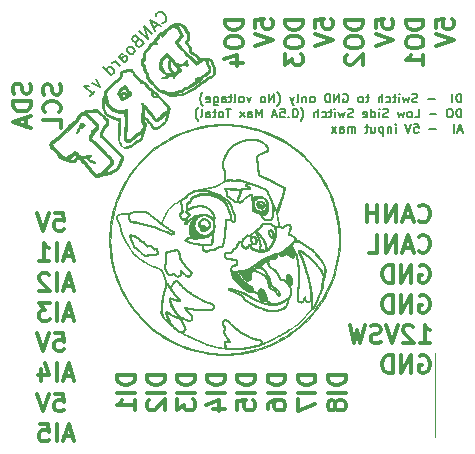
<source format=gbo>
%TF.GenerationSoftware,KiCad,Pcbnew,(5.1.6)-1*%
%TF.CreationDate,2020-12-03T23:45:43-06:00*%
%TF.ProjectId,CANBoard,43414e42-6f61-4726-942e-6b696361645f,v1*%
%TF.SameCoordinates,Original*%
%TF.FileFunction,Legend,Bot*%
%TF.FilePolarity,Positive*%
%FSLAX46Y46*%
G04 Gerber Fmt 4.6, Leading zero omitted, Abs format (unit mm)*
G04 Created by KiCad (PCBNEW (5.1.6)-1) date 2020-12-03 23:45:43*
%MOMM*%
%LPD*%
G01*
G04 APERTURE LIST*
%ADD10C,0.120000*%
%ADD11C,0.300000*%
%ADD12C,0.150000*%
%ADD13C,0.010000*%
G04 APERTURE END LIST*
D10*
X154940000Y-101854000D02*
X154940000Y-94742000D01*
D11*
X120680642Y-71885928D02*
X120752071Y-72100214D01*
X120752071Y-72457357D01*
X120680642Y-72600214D01*
X120609214Y-72671642D01*
X120466357Y-72743071D01*
X120323500Y-72743071D01*
X120180642Y-72671642D01*
X120109214Y-72600214D01*
X120037785Y-72457357D01*
X119966357Y-72171642D01*
X119894928Y-72028785D01*
X119823500Y-71957357D01*
X119680642Y-71885928D01*
X119537785Y-71885928D01*
X119394928Y-71957357D01*
X119323500Y-72028785D01*
X119252071Y-72171642D01*
X119252071Y-72528785D01*
X119323500Y-72743071D01*
X120752071Y-73385928D02*
X119252071Y-73385928D01*
X119252071Y-73743071D01*
X119323500Y-73957357D01*
X119466357Y-74100214D01*
X119609214Y-74171642D01*
X119894928Y-74243071D01*
X120109214Y-74243071D01*
X120394928Y-74171642D01*
X120537785Y-74100214D01*
X120680642Y-73957357D01*
X120752071Y-73743071D01*
X120752071Y-73385928D01*
X120323500Y-74814500D02*
X120323500Y-75528785D01*
X120752071Y-74671642D02*
X119252071Y-75171642D01*
X120752071Y-75671642D01*
X123230642Y-71957357D02*
X123302071Y-72171642D01*
X123302071Y-72528785D01*
X123230642Y-72671642D01*
X123159214Y-72743071D01*
X123016357Y-72814500D01*
X122873500Y-72814500D01*
X122730642Y-72743071D01*
X122659214Y-72671642D01*
X122587785Y-72528785D01*
X122516357Y-72243071D01*
X122444928Y-72100214D01*
X122373500Y-72028785D01*
X122230642Y-71957357D01*
X122087785Y-71957357D01*
X121944928Y-72028785D01*
X121873500Y-72100214D01*
X121802071Y-72243071D01*
X121802071Y-72600214D01*
X121873500Y-72814500D01*
X123159214Y-74314500D02*
X123230642Y-74243071D01*
X123302071Y-74028785D01*
X123302071Y-73885928D01*
X123230642Y-73671642D01*
X123087785Y-73528785D01*
X122944928Y-73457357D01*
X122659214Y-73385928D01*
X122444928Y-73385928D01*
X122159214Y-73457357D01*
X122016357Y-73528785D01*
X121873500Y-73671642D01*
X121802071Y-73885928D01*
X121802071Y-74028785D01*
X121873500Y-74243071D01*
X121944928Y-74314500D01*
X123302071Y-75671642D02*
X123302071Y-74957357D01*
X121802071Y-74957357D01*
D12*
X157203928Y-73486285D02*
X157203928Y-72736285D01*
X157025357Y-72736285D01*
X156918214Y-72772000D01*
X156846785Y-72843428D01*
X156811071Y-72914857D01*
X156775357Y-73057714D01*
X156775357Y-73164857D01*
X156811071Y-73307714D01*
X156846785Y-73379142D01*
X156918214Y-73450571D01*
X157025357Y-73486285D01*
X157203928Y-73486285D01*
X156453928Y-73486285D02*
X156453928Y-72736285D01*
X154953928Y-73200571D02*
X154382500Y-73200571D01*
X153489642Y-73450571D02*
X153382500Y-73486285D01*
X153203928Y-73486285D01*
X153132500Y-73450571D01*
X153096785Y-73414857D01*
X153061071Y-73343428D01*
X153061071Y-73272000D01*
X153096785Y-73200571D01*
X153132500Y-73164857D01*
X153203928Y-73129142D01*
X153346785Y-73093428D01*
X153418214Y-73057714D01*
X153453928Y-73022000D01*
X153489642Y-72950571D01*
X153489642Y-72879142D01*
X153453928Y-72807714D01*
X153418214Y-72772000D01*
X153346785Y-72736285D01*
X153168214Y-72736285D01*
X153061071Y-72772000D01*
X152811071Y-72986285D02*
X152668214Y-73486285D01*
X152525357Y-73129142D01*
X152382500Y-73486285D01*
X152239642Y-72986285D01*
X151953928Y-73486285D02*
X151953928Y-72986285D01*
X151953928Y-72736285D02*
X151989642Y-72772000D01*
X151953928Y-72807714D01*
X151918214Y-72772000D01*
X151953928Y-72736285D01*
X151953928Y-72807714D01*
X151703928Y-72986285D02*
X151418214Y-72986285D01*
X151596785Y-72736285D02*
X151596785Y-73379142D01*
X151561071Y-73450571D01*
X151489642Y-73486285D01*
X151418214Y-73486285D01*
X150846785Y-73450571D02*
X150918214Y-73486285D01*
X151061071Y-73486285D01*
X151132500Y-73450571D01*
X151168214Y-73414857D01*
X151203928Y-73343428D01*
X151203928Y-73129142D01*
X151168214Y-73057714D01*
X151132500Y-73022000D01*
X151061071Y-72986285D01*
X150918214Y-72986285D01*
X150846785Y-73022000D01*
X150525357Y-73486285D02*
X150525357Y-72736285D01*
X150203928Y-73486285D02*
X150203928Y-73093428D01*
X150239642Y-73022000D01*
X150311071Y-72986285D01*
X150418214Y-72986285D01*
X150489642Y-73022000D01*
X150525357Y-73057714D01*
X149382500Y-72986285D02*
X149096785Y-72986285D01*
X149275357Y-72736285D02*
X149275357Y-73379142D01*
X149239642Y-73450571D01*
X149168214Y-73486285D01*
X149096785Y-73486285D01*
X148739642Y-73486285D02*
X148811071Y-73450571D01*
X148846785Y-73414857D01*
X148882500Y-73343428D01*
X148882500Y-73129142D01*
X148846785Y-73057714D01*
X148811071Y-73022000D01*
X148739642Y-72986285D01*
X148632500Y-72986285D01*
X148561071Y-73022000D01*
X148525357Y-73057714D01*
X148489642Y-73129142D01*
X148489642Y-73343428D01*
X148525357Y-73414857D01*
X148561071Y-73450571D01*
X148632500Y-73486285D01*
X148739642Y-73486285D01*
X147203928Y-72772000D02*
X147275357Y-72736285D01*
X147382500Y-72736285D01*
X147489642Y-72772000D01*
X147561071Y-72843428D01*
X147596785Y-72914857D01*
X147632500Y-73057714D01*
X147632500Y-73164857D01*
X147596785Y-73307714D01*
X147561071Y-73379142D01*
X147489642Y-73450571D01*
X147382500Y-73486285D01*
X147311071Y-73486285D01*
X147203928Y-73450571D01*
X147168214Y-73414857D01*
X147168214Y-73164857D01*
X147311071Y-73164857D01*
X146846785Y-73486285D02*
X146846785Y-72736285D01*
X146418214Y-73486285D01*
X146418214Y-72736285D01*
X146061071Y-73486285D02*
X146061071Y-72736285D01*
X145882500Y-72736285D01*
X145775357Y-72772000D01*
X145703928Y-72843428D01*
X145668214Y-72914857D01*
X145632500Y-73057714D01*
X145632500Y-73164857D01*
X145668214Y-73307714D01*
X145703928Y-73379142D01*
X145775357Y-73450571D01*
X145882500Y-73486285D01*
X146061071Y-73486285D01*
X144632500Y-73486285D02*
X144703928Y-73450571D01*
X144739642Y-73414857D01*
X144775357Y-73343428D01*
X144775357Y-73129142D01*
X144739642Y-73057714D01*
X144703928Y-73022000D01*
X144632500Y-72986285D01*
X144525357Y-72986285D01*
X144453928Y-73022000D01*
X144418214Y-73057714D01*
X144382500Y-73129142D01*
X144382500Y-73343428D01*
X144418214Y-73414857D01*
X144453928Y-73450571D01*
X144525357Y-73486285D01*
X144632500Y-73486285D01*
X144061071Y-72986285D02*
X144061071Y-73486285D01*
X144061071Y-73057714D02*
X144025357Y-73022000D01*
X143953928Y-72986285D01*
X143846785Y-72986285D01*
X143775357Y-73022000D01*
X143739642Y-73093428D01*
X143739642Y-73486285D01*
X143275357Y-73486285D02*
X143346785Y-73450571D01*
X143382500Y-73379142D01*
X143382500Y-72736285D01*
X143061071Y-72986285D02*
X142882500Y-73486285D01*
X142703928Y-72986285D02*
X142882500Y-73486285D01*
X142953928Y-73664857D01*
X142989642Y-73700571D01*
X143061071Y-73736285D01*
X141632500Y-73772000D02*
X141668214Y-73736285D01*
X141739642Y-73629142D01*
X141775357Y-73557714D01*
X141811071Y-73450571D01*
X141846785Y-73272000D01*
X141846785Y-73129142D01*
X141811071Y-72950571D01*
X141775357Y-72843428D01*
X141739642Y-72772000D01*
X141668214Y-72664857D01*
X141632500Y-72629142D01*
X141346785Y-73486285D02*
X141346785Y-72736285D01*
X140918214Y-73486285D01*
X140918214Y-72736285D01*
X140453928Y-73486285D02*
X140525357Y-73450571D01*
X140561071Y-73414857D01*
X140596785Y-73343428D01*
X140596785Y-73129142D01*
X140561071Y-73057714D01*
X140525357Y-73022000D01*
X140453928Y-72986285D01*
X140346785Y-72986285D01*
X140275357Y-73022000D01*
X140239642Y-73057714D01*
X140203928Y-73129142D01*
X140203928Y-73343428D01*
X140239642Y-73414857D01*
X140275357Y-73450571D01*
X140346785Y-73486285D01*
X140453928Y-73486285D01*
X139382500Y-72986285D02*
X139203928Y-73486285D01*
X139025357Y-72986285D01*
X138632500Y-73486285D02*
X138703928Y-73450571D01*
X138739642Y-73414857D01*
X138775357Y-73343428D01*
X138775357Y-73129142D01*
X138739642Y-73057714D01*
X138703928Y-73022000D01*
X138632500Y-72986285D01*
X138525357Y-72986285D01*
X138453928Y-73022000D01*
X138418214Y-73057714D01*
X138382500Y-73129142D01*
X138382500Y-73343428D01*
X138418214Y-73414857D01*
X138453928Y-73450571D01*
X138525357Y-73486285D01*
X138632500Y-73486285D01*
X137953928Y-73486285D02*
X138025357Y-73450571D01*
X138061071Y-73379142D01*
X138061071Y-72736285D01*
X137775357Y-72986285D02*
X137489642Y-72986285D01*
X137668214Y-72736285D02*
X137668214Y-73379142D01*
X137632500Y-73450571D01*
X137561071Y-73486285D01*
X137489642Y-73486285D01*
X136918214Y-73486285D02*
X136918214Y-73093428D01*
X136953928Y-73022000D01*
X137025357Y-72986285D01*
X137168214Y-72986285D01*
X137239642Y-73022000D01*
X136918214Y-73450571D02*
X136989642Y-73486285D01*
X137168214Y-73486285D01*
X137239642Y-73450571D01*
X137275357Y-73379142D01*
X137275357Y-73307714D01*
X137239642Y-73236285D01*
X137168214Y-73200571D01*
X136989642Y-73200571D01*
X136918214Y-73164857D01*
X136239642Y-72986285D02*
X136239642Y-73593428D01*
X136275357Y-73664857D01*
X136311071Y-73700571D01*
X136382500Y-73736285D01*
X136489642Y-73736285D01*
X136561071Y-73700571D01*
X136239642Y-73450571D02*
X136311071Y-73486285D01*
X136453928Y-73486285D01*
X136525357Y-73450571D01*
X136561071Y-73414857D01*
X136596785Y-73343428D01*
X136596785Y-73129142D01*
X136561071Y-73057714D01*
X136525357Y-73022000D01*
X136453928Y-72986285D01*
X136311071Y-72986285D01*
X136239642Y-73022000D01*
X135596785Y-73450571D02*
X135668214Y-73486285D01*
X135811071Y-73486285D01*
X135882500Y-73450571D01*
X135918214Y-73379142D01*
X135918214Y-73093428D01*
X135882500Y-73022000D01*
X135811071Y-72986285D01*
X135668214Y-72986285D01*
X135596785Y-73022000D01*
X135561071Y-73093428D01*
X135561071Y-73164857D01*
X135918214Y-73236285D01*
X135311071Y-73772000D02*
X135275357Y-73736285D01*
X135203928Y-73629142D01*
X135168214Y-73557714D01*
X135132500Y-73450571D01*
X135096785Y-73272000D01*
X135096785Y-73129142D01*
X135132500Y-72950571D01*
X135168214Y-72843428D01*
X135203928Y-72772000D01*
X135275357Y-72664857D01*
X135311071Y-72629142D01*
X157203928Y-74761285D02*
X157203928Y-74011285D01*
X157025357Y-74011285D01*
X156918214Y-74047000D01*
X156846785Y-74118428D01*
X156811071Y-74189857D01*
X156775357Y-74332714D01*
X156775357Y-74439857D01*
X156811071Y-74582714D01*
X156846785Y-74654142D01*
X156918214Y-74725571D01*
X157025357Y-74761285D01*
X157203928Y-74761285D01*
X156311071Y-74011285D02*
X156168214Y-74011285D01*
X156096785Y-74047000D01*
X156025357Y-74118428D01*
X155989642Y-74261285D01*
X155989642Y-74511285D01*
X156025357Y-74654142D01*
X156096785Y-74725571D01*
X156168214Y-74761285D01*
X156311071Y-74761285D01*
X156382500Y-74725571D01*
X156453928Y-74654142D01*
X156489642Y-74511285D01*
X156489642Y-74261285D01*
X156453928Y-74118428D01*
X156382500Y-74047000D01*
X156311071Y-74011285D01*
X155096785Y-74475571D02*
X154525357Y-74475571D01*
X153239642Y-74761285D02*
X153596785Y-74761285D01*
X153596785Y-74011285D01*
X152882500Y-74761285D02*
X152953928Y-74725571D01*
X152989642Y-74689857D01*
X153025357Y-74618428D01*
X153025357Y-74404142D01*
X152989642Y-74332714D01*
X152953928Y-74297000D01*
X152882500Y-74261285D01*
X152775357Y-74261285D01*
X152703928Y-74297000D01*
X152668214Y-74332714D01*
X152632500Y-74404142D01*
X152632500Y-74618428D01*
X152668214Y-74689857D01*
X152703928Y-74725571D01*
X152775357Y-74761285D01*
X152882500Y-74761285D01*
X152382500Y-74261285D02*
X152239642Y-74761285D01*
X152096785Y-74404142D01*
X151953928Y-74761285D01*
X151811071Y-74261285D01*
X150989642Y-74725571D02*
X150882500Y-74761285D01*
X150703928Y-74761285D01*
X150632500Y-74725571D01*
X150596785Y-74689857D01*
X150561071Y-74618428D01*
X150561071Y-74547000D01*
X150596785Y-74475571D01*
X150632500Y-74439857D01*
X150703928Y-74404142D01*
X150846785Y-74368428D01*
X150918214Y-74332714D01*
X150953928Y-74297000D01*
X150989642Y-74225571D01*
X150989642Y-74154142D01*
X150953928Y-74082714D01*
X150918214Y-74047000D01*
X150846785Y-74011285D01*
X150668214Y-74011285D01*
X150561071Y-74047000D01*
X150239642Y-74761285D02*
X150239642Y-74261285D01*
X150239642Y-74011285D02*
X150275357Y-74047000D01*
X150239642Y-74082714D01*
X150203928Y-74047000D01*
X150239642Y-74011285D01*
X150239642Y-74082714D01*
X149561071Y-74761285D02*
X149561071Y-74011285D01*
X149561071Y-74725571D02*
X149632500Y-74761285D01*
X149775357Y-74761285D01*
X149846785Y-74725571D01*
X149882500Y-74689857D01*
X149918214Y-74618428D01*
X149918214Y-74404142D01*
X149882500Y-74332714D01*
X149846785Y-74297000D01*
X149775357Y-74261285D01*
X149632500Y-74261285D01*
X149561071Y-74297000D01*
X148918214Y-74725571D02*
X148989642Y-74761285D01*
X149132500Y-74761285D01*
X149203928Y-74725571D01*
X149239642Y-74654142D01*
X149239642Y-74368428D01*
X149203928Y-74297000D01*
X149132500Y-74261285D01*
X148989642Y-74261285D01*
X148918214Y-74297000D01*
X148882500Y-74368428D01*
X148882500Y-74439857D01*
X149239642Y-74511285D01*
X148025357Y-74725571D02*
X147918214Y-74761285D01*
X147739642Y-74761285D01*
X147668214Y-74725571D01*
X147632500Y-74689857D01*
X147596785Y-74618428D01*
X147596785Y-74547000D01*
X147632500Y-74475571D01*
X147668214Y-74439857D01*
X147739642Y-74404142D01*
X147882500Y-74368428D01*
X147953928Y-74332714D01*
X147989642Y-74297000D01*
X148025357Y-74225571D01*
X148025357Y-74154142D01*
X147989642Y-74082714D01*
X147953928Y-74047000D01*
X147882500Y-74011285D01*
X147703928Y-74011285D01*
X147596785Y-74047000D01*
X147346785Y-74261285D02*
X147203928Y-74761285D01*
X147061071Y-74404142D01*
X146918214Y-74761285D01*
X146775357Y-74261285D01*
X146489642Y-74761285D02*
X146489642Y-74261285D01*
X146489642Y-74011285D02*
X146525357Y-74047000D01*
X146489642Y-74082714D01*
X146453928Y-74047000D01*
X146489642Y-74011285D01*
X146489642Y-74082714D01*
X146239642Y-74261285D02*
X145953928Y-74261285D01*
X146132500Y-74011285D02*
X146132500Y-74654142D01*
X146096785Y-74725571D01*
X146025357Y-74761285D01*
X145953928Y-74761285D01*
X145382500Y-74725571D02*
X145453928Y-74761285D01*
X145596785Y-74761285D01*
X145668214Y-74725571D01*
X145703928Y-74689857D01*
X145739642Y-74618428D01*
X145739642Y-74404142D01*
X145703928Y-74332714D01*
X145668214Y-74297000D01*
X145596785Y-74261285D01*
X145453928Y-74261285D01*
X145382500Y-74297000D01*
X145061071Y-74761285D02*
X145061071Y-74011285D01*
X144739642Y-74761285D02*
X144739642Y-74368428D01*
X144775357Y-74297000D01*
X144846785Y-74261285D01*
X144953928Y-74261285D01*
X145025357Y-74297000D01*
X145061071Y-74332714D01*
X143596785Y-75047000D02*
X143632500Y-75011285D01*
X143703928Y-74904142D01*
X143739642Y-74832714D01*
X143775357Y-74725571D01*
X143811071Y-74547000D01*
X143811071Y-74404142D01*
X143775357Y-74225571D01*
X143739642Y-74118428D01*
X143703928Y-74047000D01*
X143632500Y-73939857D01*
X143596785Y-73904142D01*
X143168214Y-74011285D02*
X143096785Y-74011285D01*
X143025357Y-74047000D01*
X142989642Y-74082714D01*
X142953928Y-74154142D01*
X142918214Y-74297000D01*
X142918214Y-74475571D01*
X142953928Y-74618428D01*
X142989642Y-74689857D01*
X143025357Y-74725571D01*
X143096785Y-74761285D01*
X143168214Y-74761285D01*
X143239642Y-74725571D01*
X143275357Y-74689857D01*
X143311071Y-74618428D01*
X143346785Y-74475571D01*
X143346785Y-74297000D01*
X143311071Y-74154142D01*
X143275357Y-74082714D01*
X143239642Y-74047000D01*
X143168214Y-74011285D01*
X142596785Y-74689857D02*
X142561071Y-74725571D01*
X142596785Y-74761285D01*
X142632500Y-74725571D01*
X142596785Y-74689857D01*
X142596785Y-74761285D01*
X141882500Y-74011285D02*
X142239642Y-74011285D01*
X142275357Y-74368428D01*
X142239642Y-74332714D01*
X142168214Y-74297000D01*
X141989642Y-74297000D01*
X141918214Y-74332714D01*
X141882500Y-74368428D01*
X141846785Y-74439857D01*
X141846785Y-74618428D01*
X141882500Y-74689857D01*
X141918214Y-74725571D01*
X141989642Y-74761285D01*
X142168214Y-74761285D01*
X142239642Y-74725571D01*
X142275357Y-74689857D01*
X141561071Y-74547000D02*
X141203928Y-74547000D01*
X141632500Y-74761285D02*
X141382500Y-74011285D01*
X141132500Y-74761285D01*
X140311071Y-74761285D02*
X140311071Y-74011285D01*
X140061071Y-74547000D01*
X139811071Y-74011285D01*
X139811071Y-74761285D01*
X139132500Y-74761285D02*
X139132500Y-74368428D01*
X139168214Y-74297000D01*
X139239642Y-74261285D01*
X139382500Y-74261285D01*
X139453928Y-74297000D01*
X139132500Y-74725571D02*
X139203928Y-74761285D01*
X139382500Y-74761285D01*
X139453928Y-74725571D01*
X139489642Y-74654142D01*
X139489642Y-74582714D01*
X139453928Y-74511285D01*
X139382500Y-74475571D01*
X139203928Y-74475571D01*
X139132500Y-74439857D01*
X138846785Y-74761285D02*
X138453928Y-74261285D01*
X138846785Y-74261285D02*
X138453928Y-74761285D01*
X137703928Y-74011285D02*
X137275357Y-74011285D01*
X137489642Y-74761285D02*
X137489642Y-74011285D01*
X136918214Y-74761285D02*
X136989642Y-74725571D01*
X137025357Y-74689857D01*
X137061071Y-74618428D01*
X137061071Y-74404142D01*
X137025357Y-74332714D01*
X136989642Y-74297000D01*
X136918214Y-74261285D01*
X136811071Y-74261285D01*
X136739642Y-74297000D01*
X136703928Y-74332714D01*
X136668214Y-74404142D01*
X136668214Y-74618428D01*
X136703928Y-74689857D01*
X136739642Y-74725571D01*
X136811071Y-74761285D01*
X136918214Y-74761285D01*
X136453928Y-74261285D02*
X136168214Y-74261285D01*
X136346785Y-74011285D02*
X136346785Y-74654142D01*
X136311071Y-74725571D01*
X136239642Y-74761285D01*
X136168214Y-74761285D01*
X135596785Y-74761285D02*
X135596785Y-74368428D01*
X135632500Y-74297000D01*
X135703928Y-74261285D01*
X135846785Y-74261285D01*
X135918214Y-74297000D01*
X135596785Y-74725571D02*
X135668214Y-74761285D01*
X135846785Y-74761285D01*
X135918214Y-74725571D01*
X135953928Y-74654142D01*
X135953928Y-74582714D01*
X135918214Y-74511285D01*
X135846785Y-74475571D01*
X135668214Y-74475571D01*
X135596785Y-74439857D01*
X135132500Y-74761285D02*
X135203928Y-74725571D01*
X135239642Y-74654142D01*
X135239642Y-74011285D01*
X134918214Y-75047000D02*
X134882500Y-75011285D01*
X134811071Y-74904142D01*
X134775357Y-74832714D01*
X134739642Y-74725571D01*
X134703928Y-74547000D01*
X134703928Y-74404142D01*
X134739642Y-74225571D01*
X134775357Y-74118428D01*
X134811071Y-74047000D01*
X134882500Y-73939857D01*
X134918214Y-73904142D01*
X157239642Y-75822000D02*
X156882500Y-75822000D01*
X157311071Y-76036285D02*
X157061071Y-75286285D01*
X156811071Y-76036285D01*
X156561071Y-76036285D02*
X156561071Y-75286285D01*
X155061071Y-75750571D02*
X154489642Y-75750571D01*
X153203928Y-75286285D02*
X153561071Y-75286285D01*
X153596785Y-75643428D01*
X153561071Y-75607714D01*
X153489642Y-75572000D01*
X153311071Y-75572000D01*
X153239642Y-75607714D01*
X153203928Y-75643428D01*
X153168214Y-75714857D01*
X153168214Y-75893428D01*
X153203928Y-75964857D01*
X153239642Y-76000571D01*
X153311071Y-76036285D01*
X153489642Y-76036285D01*
X153561071Y-76000571D01*
X153596785Y-75964857D01*
X152953928Y-75286285D02*
X152703928Y-76036285D01*
X152453928Y-75286285D01*
X151632500Y-76036285D02*
X151632500Y-75536285D01*
X151632500Y-75286285D02*
X151668214Y-75322000D01*
X151632500Y-75357714D01*
X151596785Y-75322000D01*
X151632500Y-75286285D01*
X151632500Y-75357714D01*
X151275357Y-75536285D02*
X151275357Y-76036285D01*
X151275357Y-75607714D02*
X151239642Y-75572000D01*
X151168214Y-75536285D01*
X151061071Y-75536285D01*
X150989642Y-75572000D01*
X150953928Y-75643428D01*
X150953928Y-76036285D01*
X150596785Y-75536285D02*
X150596785Y-76286285D01*
X150596785Y-75572000D02*
X150525357Y-75536285D01*
X150382500Y-75536285D01*
X150311071Y-75572000D01*
X150275357Y-75607714D01*
X150239642Y-75679142D01*
X150239642Y-75893428D01*
X150275357Y-75964857D01*
X150311071Y-76000571D01*
X150382500Y-76036285D01*
X150525357Y-76036285D01*
X150596785Y-76000571D01*
X149596785Y-75536285D02*
X149596785Y-76036285D01*
X149918214Y-75536285D02*
X149918214Y-75929142D01*
X149882500Y-76000571D01*
X149811071Y-76036285D01*
X149703928Y-76036285D01*
X149632500Y-76000571D01*
X149596785Y-75964857D01*
X149346785Y-75536285D02*
X149061071Y-75536285D01*
X149239642Y-75286285D02*
X149239642Y-75929142D01*
X149203928Y-76000571D01*
X149132500Y-76036285D01*
X149061071Y-76036285D01*
X148239642Y-76036285D02*
X148239642Y-75536285D01*
X148239642Y-75607714D02*
X148203928Y-75572000D01*
X148132500Y-75536285D01*
X148025357Y-75536285D01*
X147953928Y-75572000D01*
X147918214Y-75643428D01*
X147918214Y-76036285D01*
X147918214Y-75643428D02*
X147882500Y-75572000D01*
X147811071Y-75536285D01*
X147703928Y-75536285D01*
X147632500Y-75572000D01*
X147596785Y-75643428D01*
X147596785Y-76036285D01*
X146918214Y-76036285D02*
X146918214Y-75643428D01*
X146953928Y-75572000D01*
X147025357Y-75536285D01*
X147168214Y-75536285D01*
X147239642Y-75572000D01*
X146918214Y-76000571D02*
X146989642Y-76036285D01*
X147168214Y-76036285D01*
X147239642Y-76000571D01*
X147275357Y-75929142D01*
X147275357Y-75857714D01*
X147239642Y-75786285D01*
X147168214Y-75750571D01*
X146989642Y-75750571D01*
X146918214Y-75714857D01*
X146632500Y-76036285D02*
X146239642Y-75536285D01*
X146632500Y-75536285D02*
X146239642Y-76036285D01*
D11*
X138692571Y-66465142D02*
X137192571Y-66465142D01*
X137192571Y-66822285D01*
X137264000Y-67036571D01*
X137406857Y-67179428D01*
X137549714Y-67250857D01*
X137835428Y-67322285D01*
X138049714Y-67322285D01*
X138335428Y-67250857D01*
X138478285Y-67179428D01*
X138621142Y-67036571D01*
X138692571Y-66822285D01*
X138692571Y-66465142D01*
X137192571Y-68250857D02*
X137192571Y-68536571D01*
X137264000Y-68679428D01*
X137406857Y-68822285D01*
X137692571Y-68893714D01*
X138192571Y-68893714D01*
X138478285Y-68822285D01*
X138621142Y-68679428D01*
X138692571Y-68536571D01*
X138692571Y-68250857D01*
X138621142Y-68108000D01*
X138478285Y-67965142D01*
X138192571Y-67893714D01*
X137692571Y-67893714D01*
X137406857Y-67965142D01*
X137264000Y-68108000D01*
X137192571Y-68250857D01*
X137692571Y-70179428D02*
X138692571Y-70179428D01*
X137121142Y-69822285D02*
X138192571Y-69465142D01*
X138192571Y-70393714D01*
X139742571Y-67179428D02*
X139742571Y-66465142D01*
X140456857Y-66393714D01*
X140385428Y-66465142D01*
X140314000Y-66608000D01*
X140314000Y-66965142D01*
X140385428Y-67108000D01*
X140456857Y-67179428D01*
X140599714Y-67250857D01*
X140956857Y-67250857D01*
X141099714Y-67179428D01*
X141171142Y-67108000D01*
X141242571Y-66965142D01*
X141242571Y-66608000D01*
X141171142Y-66465142D01*
X141099714Y-66393714D01*
X139742571Y-67679428D02*
X141242571Y-68179428D01*
X139742571Y-68679428D01*
X143792571Y-66465142D02*
X142292571Y-66465142D01*
X142292571Y-66822285D01*
X142364000Y-67036571D01*
X142506857Y-67179428D01*
X142649714Y-67250857D01*
X142935428Y-67322285D01*
X143149714Y-67322285D01*
X143435428Y-67250857D01*
X143578285Y-67179428D01*
X143721142Y-67036571D01*
X143792571Y-66822285D01*
X143792571Y-66465142D01*
X142292571Y-68250857D02*
X142292571Y-68536571D01*
X142364000Y-68679428D01*
X142506857Y-68822285D01*
X142792571Y-68893714D01*
X143292571Y-68893714D01*
X143578285Y-68822285D01*
X143721142Y-68679428D01*
X143792571Y-68536571D01*
X143792571Y-68250857D01*
X143721142Y-68108000D01*
X143578285Y-67965142D01*
X143292571Y-67893714D01*
X142792571Y-67893714D01*
X142506857Y-67965142D01*
X142364000Y-68108000D01*
X142292571Y-68250857D01*
X142292571Y-69393714D02*
X142292571Y-70322285D01*
X142864000Y-69822285D01*
X142864000Y-70036571D01*
X142935428Y-70179428D01*
X143006857Y-70250857D01*
X143149714Y-70322285D01*
X143506857Y-70322285D01*
X143649714Y-70250857D01*
X143721142Y-70179428D01*
X143792571Y-70036571D01*
X143792571Y-69608000D01*
X143721142Y-69465142D01*
X143649714Y-69393714D01*
X144842571Y-67179428D02*
X144842571Y-66465142D01*
X145556857Y-66393714D01*
X145485428Y-66465142D01*
X145414000Y-66608000D01*
X145414000Y-66965142D01*
X145485428Y-67108000D01*
X145556857Y-67179428D01*
X145699714Y-67250857D01*
X146056857Y-67250857D01*
X146199714Y-67179428D01*
X146271142Y-67108000D01*
X146342571Y-66965142D01*
X146342571Y-66608000D01*
X146271142Y-66465142D01*
X146199714Y-66393714D01*
X144842571Y-67679428D02*
X146342571Y-68179428D01*
X144842571Y-68679428D01*
X148892571Y-66465142D02*
X147392571Y-66465142D01*
X147392571Y-66822285D01*
X147464000Y-67036571D01*
X147606857Y-67179428D01*
X147749714Y-67250857D01*
X148035428Y-67322285D01*
X148249714Y-67322285D01*
X148535428Y-67250857D01*
X148678285Y-67179428D01*
X148821142Y-67036571D01*
X148892571Y-66822285D01*
X148892571Y-66465142D01*
X147392571Y-68250857D02*
X147392571Y-68536571D01*
X147464000Y-68679428D01*
X147606857Y-68822285D01*
X147892571Y-68893714D01*
X148392571Y-68893714D01*
X148678285Y-68822285D01*
X148821142Y-68679428D01*
X148892571Y-68536571D01*
X148892571Y-68250857D01*
X148821142Y-68108000D01*
X148678285Y-67965142D01*
X148392571Y-67893714D01*
X147892571Y-67893714D01*
X147606857Y-67965142D01*
X147464000Y-68108000D01*
X147392571Y-68250857D01*
X147535428Y-69465142D02*
X147464000Y-69536571D01*
X147392571Y-69679428D01*
X147392571Y-70036571D01*
X147464000Y-70179428D01*
X147535428Y-70250857D01*
X147678285Y-70322285D01*
X147821142Y-70322285D01*
X148035428Y-70250857D01*
X148892571Y-69393714D01*
X148892571Y-70322285D01*
X149942571Y-67179428D02*
X149942571Y-66465142D01*
X150656857Y-66393714D01*
X150585428Y-66465142D01*
X150514000Y-66608000D01*
X150514000Y-66965142D01*
X150585428Y-67108000D01*
X150656857Y-67179428D01*
X150799714Y-67250857D01*
X151156857Y-67250857D01*
X151299714Y-67179428D01*
X151371142Y-67108000D01*
X151442571Y-66965142D01*
X151442571Y-66608000D01*
X151371142Y-66465142D01*
X151299714Y-66393714D01*
X149942571Y-67679428D02*
X151442571Y-68179428D01*
X149942571Y-68679428D01*
X153992571Y-66465142D02*
X152492571Y-66465142D01*
X152492571Y-66822285D01*
X152564000Y-67036571D01*
X152706857Y-67179428D01*
X152849714Y-67250857D01*
X153135428Y-67322285D01*
X153349714Y-67322285D01*
X153635428Y-67250857D01*
X153778285Y-67179428D01*
X153921142Y-67036571D01*
X153992571Y-66822285D01*
X153992571Y-66465142D01*
X152492571Y-68250857D02*
X152492571Y-68536571D01*
X152564000Y-68679428D01*
X152706857Y-68822285D01*
X152992571Y-68893714D01*
X153492571Y-68893714D01*
X153778285Y-68822285D01*
X153921142Y-68679428D01*
X153992571Y-68536571D01*
X153992571Y-68250857D01*
X153921142Y-68108000D01*
X153778285Y-67965142D01*
X153492571Y-67893714D01*
X152992571Y-67893714D01*
X152706857Y-67965142D01*
X152564000Y-68108000D01*
X152492571Y-68250857D01*
X153992571Y-70322285D02*
X153992571Y-69465142D01*
X153992571Y-69893714D02*
X152492571Y-69893714D01*
X152706857Y-69750857D01*
X152849714Y-69608000D01*
X152921142Y-69465142D01*
X155042571Y-67179428D02*
X155042571Y-66465142D01*
X155756857Y-66393714D01*
X155685428Y-66465142D01*
X155614000Y-66608000D01*
X155614000Y-66965142D01*
X155685428Y-67108000D01*
X155756857Y-67179428D01*
X155899714Y-67250857D01*
X156256857Y-67250857D01*
X156399714Y-67179428D01*
X156471142Y-67108000D01*
X156542571Y-66965142D01*
X156542571Y-66608000D01*
X156471142Y-66465142D01*
X156399714Y-66393714D01*
X155042571Y-67679428D02*
X156542571Y-68179428D01*
X155042571Y-68679428D01*
X129548571Y-96564142D02*
X128048571Y-96564142D01*
X128048571Y-96921285D01*
X128120000Y-97135571D01*
X128262857Y-97278428D01*
X128405714Y-97349857D01*
X128691428Y-97421285D01*
X128905714Y-97421285D01*
X129191428Y-97349857D01*
X129334285Y-97278428D01*
X129477142Y-97135571D01*
X129548571Y-96921285D01*
X129548571Y-96564142D01*
X129548571Y-98064142D02*
X128048571Y-98064142D01*
X129548571Y-99564142D02*
X129548571Y-98707000D01*
X129548571Y-99135571D02*
X128048571Y-99135571D01*
X128262857Y-98992714D01*
X128405714Y-98849857D01*
X128477142Y-98707000D01*
X132098571Y-96564142D02*
X130598571Y-96564142D01*
X130598571Y-96921285D01*
X130670000Y-97135571D01*
X130812857Y-97278428D01*
X130955714Y-97349857D01*
X131241428Y-97421285D01*
X131455714Y-97421285D01*
X131741428Y-97349857D01*
X131884285Y-97278428D01*
X132027142Y-97135571D01*
X132098571Y-96921285D01*
X132098571Y-96564142D01*
X132098571Y-98064142D02*
X130598571Y-98064142D01*
X130741428Y-98707000D02*
X130670000Y-98778428D01*
X130598571Y-98921285D01*
X130598571Y-99278428D01*
X130670000Y-99421285D01*
X130741428Y-99492714D01*
X130884285Y-99564142D01*
X131027142Y-99564142D01*
X131241428Y-99492714D01*
X132098571Y-98635571D01*
X132098571Y-99564142D01*
X134648571Y-96564142D02*
X133148571Y-96564142D01*
X133148571Y-96921285D01*
X133220000Y-97135571D01*
X133362857Y-97278428D01*
X133505714Y-97349857D01*
X133791428Y-97421285D01*
X134005714Y-97421285D01*
X134291428Y-97349857D01*
X134434285Y-97278428D01*
X134577142Y-97135571D01*
X134648571Y-96921285D01*
X134648571Y-96564142D01*
X134648571Y-98064142D02*
X133148571Y-98064142D01*
X133148571Y-98635571D02*
X133148571Y-99564142D01*
X133720000Y-99064142D01*
X133720000Y-99278428D01*
X133791428Y-99421285D01*
X133862857Y-99492714D01*
X134005714Y-99564142D01*
X134362857Y-99564142D01*
X134505714Y-99492714D01*
X134577142Y-99421285D01*
X134648571Y-99278428D01*
X134648571Y-98849857D01*
X134577142Y-98707000D01*
X134505714Y-98635571D01*
X137198571Y-96564142D02*
X135698571Y-96564142D01*
X135698571Y-96921285D01*
X135770000Y-97135571D01*
X135912857Y-97278428D01*
X136055714Y-97349857D01*
X136341428Y-97421285D01*
X136555714Y-97421285D01*
X136841428Y-97349857D01*
X136984285Y-97278428D01*
X137127142Y-97135571D01*
X137198571Y-96921285D01*
X137198571Y-96564142D01*
X137198571Y-98064142D02*
X135698571Y-98064142D01*
X136198571Y-99421285D02*
X137198571Y-99421285D01*
X135627142Y-99064142D02*
X136698571Y-98707000D01*
X136698571Y-99635571D01*
X139748571Y-96564142D02*
X138248571Y-96564142D01*
X138248571Y-96921285D01*
X138320000Y-97135571D01*
X138462857Y-97278428D01*
X138605714Y-97349857D01*
X138891428Y-97421285D01*
X139105714Y-97421285D01*
X139391428Y-97349857D01*
X139534285Y-97278428D01*
X139677142Y-97135571D01*
X139748571Y-96921285D01*
X139748571Y-96564142D01*
X139748571Y-98064142D02*
X138248571Y-98064142D01*
X138248571Y-99492714D02*
X138248571Y-98778428D01*
X138962857Y-98707000D01*
X138891428Y-98778428D01*
X138820000Y-98921285D01*
X138820000Y-99278428D01*
X138891428Y-99421285D01*
X138962857Y-99492714D01*
X139105714Y-99564142D01*
X139462857Y-99564142D01*
X139605714Y-99492714D01*
X139677142Y-99421285D01*
X139748571Y-99278428D01*
X139748571Y-98921285D01*
X139677142Y-98778428D01*
X139605714Y-98707000D01*
X142298571Y-96564142D02*
X140798571Y-96564142D01*
X140798571Y-96921285D01*
X140870000Y-97135571D01*
X141012857Y-97278428D01*
X141155714Y-97349857D01*
X141441428Y-97421285D01*
X141655714Y-97421285D01*
X141941428Y-97349857D01*
X142084285Y-97278428D01*
X142227142Y-97135571D01*
X142298571Y-96921285D01*
X142298571Y-96564142D01*
X142298571Y-98064142D02*
X140798571Y-98064142D01*
X140798571Y-99421285D02*
X140798571Y-99135571D01*
X140870000Y-98992714D01*
X140941428Y-98921285D01*
X141155714Y-98778428D01*
X141441428Y-98707000D01*
X142012857Y-98707000D01*
X142155714Y-98778428D01*
X142227142Y-98849857D01*
X142298571Y-98992714D01*
X142298571Y-99278428D01*
X142227142Y-99421285D01*
X142155714Y-99492714D01*
X142012857Y-99564142D01*
X141655714Y-99564142D01*
X141512857Y-99492714D01*
X141441428Y-99421285D01*
X141370000Y-99278428D01*
X141370000Y-98992714D01*
X141441428Y-98849857D01*
X141512857Y-98778428D01*
X141655714Y-98707000D01*
X144848571Y-96564142D02*
X143348571Y-96564142D01*
X143348571Y-96921285D01*
X143420000Y-97135571D01*
X143562857Y-97278428D01*
X143705714Y-97349857D01*
X143991428Y-97421285D01*
X144205714Y-97421285D01*
X144491428Y-97349857D01*
X144634285Y-97278428D01*
X144777142Y-97135571D01*
X144848571Y-96921285D01*
X144848571Y-96564142D01*
X144848571Y-98064142D02*
X143348571Y-98064142D01*
X143348571Y-98635571D02*
X143348571Y-99635571D01*
X144848571Y-98992714D01*
X147398571Y-96564142D02*
X145898571Y-96564142D01*
X145898571Y-96921285D01*
X145970000Y-97135571D01*
X146112857Y-97278428D01*
X146255714Y-97349857D01*
X146541428Y-97421285D01*
X146755714Y-97421285D01*
X147041428Y-97349857D01*
X147184285Y-97278428D01*
X147327142Y-97135571D01*
X147398571Y-96921285D01*
X147398571Y-96564142D01*
X147398571Y-98064142D02*
X145898571Y-98064142D01*
X146541428Y-98992714D02*
X146470000Y-98849857D01*
X146398571Y-98778428D01*
X146255714Y-98707000D01*
X146184285Y-98707000D01*
X146041428Y-98778428D01*
X145970000Y-98849857D01*
X145898571Y-98992714D01*
X145898571Y-99278428D01*
X145970000Y-99421285D01*
X146041428Y-99492714D01*
X146184285Y-99564142D01*
X146255714Y-99564142D01*
X146398571Y-99492714D01*
X146470000Y-99421285D01*
X146541428Y-99278428D01*
X146541428Y-98992714D01*
X146612857Y-98849857D01*
X146684285Y-98778428D01*
X146827142Y-98707000D01*
X147112857Y-98707000D01*
X147255714Y-98778428D01*
X147327142Y-98849857D01*
X147398571Y-98992714D01*
X147398571Y-99278428D01*
X147327142Y-99421285D01*
X147255714Y-99492714D01*
X147112857Y-99564142D01*
X146827142Y-99564142D01*
X146684285Y-99492714D01*
X146612857Y-99421285D01*
X146541428Y-99278428D01*
X153594214Y-83505214D02*
X153665642Y-83576642D01*
X153879928Y-83648071D01*
X154022785Y-83648071D01*
X154237071Y-83576642D01*
X154379928Y-83433785D01*
X154451357Y-83290928D01*
X154522785Y-83005214D01*
X154522785Y-82790928D01*
X154451357Y-82505214D01*
X154379928Y-82362357D01*
X154237071Y-82219500D01*
X154022785Y-82148071D01*
X153879928Y-82148071D01*
X153665642Y-82219500D01*
X153594214Y-82290928D01*
X153022785Y-83219500D02*
X152308500Y-83219500D01*
X153165642Y-83648071D02*
X152665642Y-82148071D01*
X152165642Y-83648071D01*
X151665642Y-83648071D02*
X151665642Y-82148071D01*
X150808500Y-83648071D01*
X150808500Y-82148071D01*
X150094214Y-83648071D02*
X150094214Y-82148071D01*
X150094214Y-82862357D02*
X149237071Y-82862357D01*
X149237071Y-83648071D02*
X149237071Y-82148071D01*
X153594214Y-86055214D02*
X153665642Y-86126642D01*
X153879928Y-86198071D01*
X154022785Y-86198071D01*
X154237071Y-86126642D01*
X154379928Y-85983785D01*
X154451357Y-85840928D01*
X154522785Y-85555214D01*
X154522785Y-85340928D01*
X154451357Y-85055214D01*
X154379928Y-84912357D01*
X154237071Y-84769500D01*
X154022785Y-84698071D01*
X153879928Y-84698071D01*
X153665642Y-84769500D01*
X153594214Y-84840928D01*
X153022785Y-85769500D02*
X152308500Y-85769500D01*
X153165642Y-86198071D02*
X152665642Y-84698071D01*
X152165642Y-86198071D01*
X151665642Y-86198071D02*
X151665642Y-84698071D01*
X150808500Y-86198071D01*
X150808500Y-84698071D01*
X149379928Y-86198071D02*
X150094214Y-86198071D01*
X150094214Y-84698071D01*
X153665642Y-87319500D02*
X153808500Y-87248071D01*
X154022785Y-87248071D01*
X154237071Y-87319500D01*
X154379928Y-87462357D01*
X154451357Y-87605214D01*
X154522785Y-87890928D01*
X154522785Y-88105214D01*
X154451357Y-88390928D01*
X154379928Y-88533785D01*
X154237071Y-88676642D01*
X154022785Y-88748071D01*
X153879928Y-88748071D01*
X153665642Y-88676642D01*
X153594214Y-88605214D01*
X153594214Y-88105214D01*
X153879928Y-88105214D01*
X152951357Y-88748071D02*
X152951357Y-87248071D01*
X152094214Y-88748071D01*
X152094214Y-87248071D01*
X151379928Y-88748071D02*
X151379928Y-87248071D01*
X151022785Y-87248071D01*
X150808500Y-87319500D01*
X150665642Y-87462357D01*
X150594214Y-87605214D01*
X150522785Y-87890928D01*
X150522785Y-88105214D01*
X150594214Y-88390928D01*
X150665642Y-88533785D01*
X150808500Y-88676642D01*
X151022785Y-88748071D01*
X151379928Y-88748071D01*
X153665642Y-89869500D02*
X153808500Y-89798071D01*
X154022785Y-89798071D01*
X154237071Y-89869500D01*
X154379928Y-90012357D01*
X154451357Y-90155214D01*
X154522785Y-90440928D01*
X154522785Y-90655214D01*
X154451357Y-90940928D01*
X154379928Y-91083785D01*
X154237071Y-91226642D01*
X154022785Y-91298071D01*
X153879928Y-91298071D01*
X153665642Y-91226642D01*
X153594214Y-91155214D01*
X153594214Y-90655214D01*
X153879928Y-90655214D01*
X152951357Y-91298071D02*
X152951357Y-89798071D01*
X152094214Y-91298071D01*
X152094214Y-89798071D01*
X151379928Y-91298071D02*
X151379928Y-89798071D01*
X151022785Y-89798071D01*
X150808500Y-89869500D01*
X150665642Y-90012357D01*
X150594214Y-90155214D01*
X150522785Y-90440928D01*
X150522785Y-90655214D01*
X150594214Y-90940928D01*
X150665642Y-91083785D01*
X150808500Y-91226642D01*
X151022785Y-91298071D01*
X151379928Y-91298071D01*
X153665642Y-93848071D02*
X154522785Y-93848071D01*
X154094214Y-93848071D02*
X154094214Y-92348071D01*
X154237071Y-92562357D01*
X154379928Y-92705214D01*
X154522785Y-92776642D01*
X153094214Y-92490928D02*
X153022785Y-92419500D01*
X152879928Y-92348071D01*
X152522785Y-92348071D01*
X152379928Y-92419500D01*
X152308500Y-92490928D01*
X152237071Y-92633785D01*
X152237071Y-92776642D01*
X152308500Y-92990928D01*
X153165642Y-93848071D01*
X152237071Y-93848071D01*
X151808500Y-92348071D02*
X151308500Y-93848071D01*
X150808500Y-92348071D01*
X150379928Y-93776642D02*
X150165642Y-93848071D01*
X149808500Y-93848071D01*
X149665642Y-93776642D01*
X149594214Y-93705214D01*
X149522785Y-93562357D01*
X149522785Y-93419500D01*
X149594214Y-93276642D01*
X149665642Y-93205214D01*
X149808500Y-93133785D01*
X150094214Y-93062357D01*
X150237071Y-92990928D01*
X150308500Y-92919500D01*
X150379928Y-92776642D01*
X150379928Y-92633785D01*
X150308500Y-92490928D01*
X150237071Y-92419500D01*
X150094214Y-92348071D01*
X149737071Y-92348071D01*
X149522785Y-92419500D01*
X149022785Y-92348071D02*
X148665642Y-93848071D01*
X148379928Y-92776642D01*
X148094214Y-93848071D01*
X147737071Y-92348071D01*
X153665642Y-94969500D02*
X153808500Y-94898071D01*
X154022785Y-94898071D01*
X154237071Y-94969500D01*
X154379928Y-95112357D01*
X154451357Y-95255214D01*
X154522785Y-95540928D01*
X154522785Y-95755214D01*
X154451357Y-96040928D01*
X154379928Y-96183785D01*
X154237071Y-96326642D01*
X154022785Y-96398071D01*
X153879928Y-96398071D01*
X153665642Y-96326642D01*
X153594214Y-96255214D01*
X153594214Y-95755214D01*
X153879928Y-95755214D01*
X152951357Y-96398071D02*
X152951357Y-94898071D01*
X152094214Y-96398071D01*
X152094214Y-94898071D01*
X151379928Y-96398071D02*
X151379928Y-94898071D01*
X151022785Y-94898071D01*
X150808500Y-94969500D01*
X150665642Y-95112357D01*
X150594214Y-95255214D01*
X150522785Y-95540928D01*
X150522785Y-95755214D01*
X150594214Y-96040928D01*
X150665642Y-96183785D01*
X150808500Y-96326642D01*
X151022785Y-96398071D01*
X151379928Y-96398071D01*
X122805357Y-82836571D02*
X123519642Y-82836571D01*
X123591071Y-83550857D01*
X123519642Y-83479428D01*
X123376785Y-83408000D01*
X123019642Y-83408000D01*
X122876785Y-83479428D01*
X122805357Y-83550857D01*
X122733928Y-83693714D01*
X122733928Y-84050857D01*
X122805357Y-84193714D01*
X122876785Y-84265142D01*
X123019642Y-84336571D01*
X123376785Y-84336571D01*
X123519642Y-84265142D01*
X123591071Y-84193714D01*
X122305357Y-82836571D02*
X121805357Y-84336571D01*
X121305357Y-82836571D01*
X124305357Y-86458000D02*
X123591071Y-86458000D01*
X124448214Y-86886571D02*
X123948214Y-85386571D01*
X123448214Y-86886571D01*
X122948214Y-86886571D02*
X122948214Y-85386571D01*
X121448214Y-86886571D02*
X122305357Y-86886571D01*
X121876785Y-86886571D02*
X121876785Y-85386571D01*
X122019642Y-85600857D01*
X122162500Y-85743714D01*
X122305357Y-85815142D01*
X124305357Y-89008000D02*
X123591071Y-89008000D01*
X124448214Y-89436571D02*
X123948214Y-87936571D01*
X123448214Y-89436571D01*
X122948214Y-89436571D02*
X122948214Y-87936571D01*
X122305357Y-88079428D02*
X122233928Y-88008000D01*
X122091071Y-87936571D01*
X121733928Y-87936571D01*
X121591071Y-88008000D01*
X121519642Y-88079428D01*
X121448214Y-88222285D01*
X121448214Y-88365142D01*
X121519642Y-88579428D01*
X122376785Y-89436571D01*
X121448214Y-89436571D01*
X124305357Y-91558000D02*
X123591071Y-91558000D01*
X124448214Y-91986571D02*
X123948214Y-90486571D01*
X123448214Y-91986571D01*
X122948214Y-91986571D02*
X122948214Y-90486571D01*
X122376785Y-90486571D02*
X121448214Y-90486571D01*
X121948214Y-91058000D01*
X121733928Y-91058000D01*
X121591071Y-91129428D01*
X121519642Y-91200857D01*
X121448214Y-91343714D01*
X121448214Y-91700857D01*
X121519642Y-91843714D01*
X121591071Y-91915142D01*
X121733928Y-91986571D01*
X122162500Y-91986571D01*
X122305357Y-91915142D01*
X122376785Y-91843714D01*
X122805357Y-93036571D02*
X123519642Y-93036571D01*
X123591071Y-93750857D01*
X123519642Y-93679428D01*
X123376785Y-93608000D01*
X123019642Y-93608000D01*
X122876785Y-93679428D01*
X122805357Y-93750857D01*
X122733928Y-93893714D01*
X122733928Y-94250857D01*
X122805357Y-94393714D01*
X122876785Y-94465142D01*
X123019642Y-94536571D01*
X123376785Y-94536571D01*
X123519642Y-94465142D01*
X123591071Y-94393714D01*
X122305357Y-93036571D02*
X121805357Y-94536571D01*
X121305357Y-93036571D01*
X124305357Y-96658000D02*
X123591071Y-96658000D01*
X124448214Y-97086571D02*
X123948214Y-95586571D01*
X123448214Y-97086571D01*
X122948214Y-97086571D02*
X122948214Y-95586571D01*
X121591071Y-96086571D02*
X121591071Y-97086571D01*
X121948214Y-95515142D02*
X122305357Y-96586571D01*
X121376785Y-96586571D01*
X122805357Y-98136571D02*
X123519642Y-98136571D01*
X123591071Y-98850857D01*
X123519642Y-98779428D01*
X123376785Y-98708000D01*
X123019642Y-98708000D01*
X122876785Y-98779428D01*
X122805357Y-98850857D01*
X122733928Y-98993714D01*
X122733928Y-99350857D01*
X122805357Y-99493714D01*
X122876785Y-99565142D01*
X123019642Y-99636571D01*
X123376785Y-99636571D01*
X123519642Y-99565142D01*
X123591071Y-99493714D01*
X122305357Y-98136571D02*
X121805357Y-99636571D01*
X121305357Y-98136571D01*
X124305357Y-101758000D02*
X123591071Y-101758000D01*
X124448214Y-102186571D02*
X123948214Y-100686571D01*
X123448214Y-102186571D01*
X122948214Y-102186571D02*
X122948214Y-100686571D01*
X121519642Y-100686571D02*
X122233928Y-100686571D01*
X122305357Y-101400857D01*
X122233928Y-101329428D01*
X122091071Y-101258000D01*
X121733928Y-101258000D01*
X121591071Y-101329428D01*
X121519642Y-101400857D01*
X121448214Y-101543714D01*
X121448214Y-101900857D01*
X121519642Y-102043714D01*
X121591071Y-102115142D01*
X121733928Y-102186571D01*
X122091071Y-102186571D01*
X122233928Y-102115142D01*
X122305357Y-102043714D01*
D12*
X131892637Y-66732439D02*
X131959980Y-66732439D01*
X132094667Y-66665095D01*
X132162011Y-66597752D01*
X132229354Y-66463065D01*
X132229354Y-66328378D01*
X132195682Y-66227362D01*
X132094667Y-66059004D01*
X131993652Y-65957988D01*
X131825293Y-65856973D01*
X131724278Y-65823301D01*
X131589591Y-65823301D01*
X131454904Y-65890645D01*
X131387560Y-65957988D01*
X131320217Y-66092675D01*
X131320217Y-66160019D01*
X131488575Y-66867126D02*
X131151858Y-67203843D01*
X131757950Y-67001813D02*
X130815140Y-66530408D01*
X131286545Y-67473217D01*
X131050843Y-67708920D02*
X130343736Y-67001813D01*
X130646782Y-68112981D01*
X129939675Y-67405874D01*
X129703973Y-68315011D02*
X129636629Y-68449698D01*
X129636629Y-68517042D01*
X129670301Y-68618057D01*
X129771316Y-68719072D01*
X129872331Y-68752744D01*
X129939675Y-68752744D01*
X130040690Y-68719072D01*
X130310064Y-68449698D01*
X129602957Y-67742591D01*
X129367255Y-67978294D01*
X129333583Y-68079309D01*
X129333583Y-68146652D01*
X129367255Y-68247668D01*
X129434599Y-68315011D01*
X129535614Y-68348683D01*
X129602957Y-68348683D01*
X129703973Y-68315011D01*
X129939675Y-68079309D01*
X129501942Y-69257820D02*
X129535614Y-69156805D01*
X129535614Y-69089461D01*
X129501942Y-68988446D01*
X129299912Y-68786416D01*
X129198896Y-68752744D01*
X129131553Y-68752744D01*
X129030538Y-68786416D01*
X128929522Y-68887431D01*
X128895851Y-68988446D01*
X128895851Y-69055790D01*
X128929522Y-69156805D01*
X129131553Y-69358835D01*
X129232568Y-69392507D01*
X129299912Y-69392507D01*
X129400927Y-69358835D01*
X129501942Y-69257820D01*
X128660148Y-70099614D02*
X128289759Y-69729225D01*
X128256087Y-69628209D01*
X128289759Y-69527194D01*
X128424446Y-69392507D01*
X128525461Y-69358835D01*
X128626477Y-70065942D02*
X128727492Y-70032270D01*
X128895851Y-69863912D01*
X128929522Y-69762896D01*
X128895851Y-69661881D01*
X128828507Y-69594538D01*
X128727492Y-69560866D01*
X128626477Y-69594538D01*
X128458118Y-69762896D01*
X128357103Y-69796568D01*
X128323431Y-70436331D02*
X127852026Y-69964927D01*
X127986713Y-70099614D02*
X127885698Y-70065942D01*
X127818355Y-70065942D01*
X127717339Y-70099614D01*
X127649996Y-70166957D01*
X127582652Y-71177110D02*
X126875546Y-70470003D01*
X127548981Y-71143438D02*
X127649996Y-71109766D01*
X127784683Y-70975079D01*
X127818355Y-70874064D01*
X127818355Y-70806721D01*
X127784683Y-70705705D01*
X127582652Y-70503675D01*
X127481637Y-70470003D01*
X127414294Y-70470003D01*
X127313278Y-70503675D01*
X127178591Y-70638362D01*
X127144920Y-70739377D01*
X126303126Y-71513827D02*
X126606172Y-72153591D01*
X125966408Y-71850545D01*
X125798049Y-72961713D02*
X126202111Y-72557652D01*
X126000080Y-72759682D02*
X125292973Y-72052575D01*
X125461332Y-72086247D01*
X125596019Y-72086247D01*
X125697034Y-72052575D01*
D13*
G36*
X136861851Y-75327254D02*
G01*
X136456746Y-75348005D01*
X136064802Y-75384125D01*
X135661666Y-75437993D01*
X135262556Y-75508401D01*
X134867934Y-75595082D01*
X134478259Y-75697771D01*
X134093995Y-75816204D01*
X133715602Y-75950114D01*
X133343542Y-76099237D01*
X132978276Y-76263307D01*
X132620266Y-76442060D01*
X132269972Y-76635229D01*
X131927857Y-76842551D01*
X131594382Y-77063759D01*
X131270008Y-77298588D01*
X130955196Y-77546774D01*
X130650409Y-77808050D01*
X130356107Y-78082152D01*
X130072752Y-78368815D01*
X129800805Y-78667773D01*
X129540728Y-78978762D01*
X129325180Y-79257954D01*
X129087815Y-79591514D01*
X128865148Y-79933730D01*
X128657366Y-80284120D01*
X128464658Y-80642203D01*
X128287212Y-81007498D01*
X128125214Y-81379525D01*
X127978853Y-81757801D01*
X127848316Y-82141847D01*
X127733792Y-82531182D01*
X127635468Y-82925323D01*
X127553532Y-83323791D01*
X127488171Y-83726104D01*
X127445643Y-84072111D01*
X127434964Y-84177005D01*
X127425957Y-84273021D01*
X127418490Y-84362987D01*
X127412432Y-84449730D01*
X127407652Y-84536077D01*
X127404017Y-84624856D01*
X127401396Y-84718895D01*
X127399658Y-84821019D01*
X127398671Y-84934058D01*
X127398304Y-85060839D01*
X127398293Y-85090000D01*
X127398988Y-85259151D01*
X127401213Y-85414316D01*
X127405183Y-85558638D01*
X127411108Y-85695261D01*
X127419202Y-85827328D01*
X127429678Y-85957982D01*
X127442748Y-86090366D01*
X127458624Y-86227623D01*
X127477519Y-86372897D01*
X127492113Y-86477251D01*
X127558231Y-86878998D01*
X127640722Y-87276079D01*
X127739305Y-87668056D01*
X127853701Y-88054488D01*
X127983631Y-88434938D01*
X128128815Y-88808964D01*
X128288973Y-89176129D01*
X128463826Y-89535992D01*
X128653094Y-89888114D01*
X128856498Y-90232056D01*
X129073758Y-90567379D01*
X129304595Y-90893644D01*
X129548729Y-91210410D01*
X129805880Y-91517239D01*
X130075770Y-91813691D01*
X130358117Y-92099327D01*
X130652644Y-92373708D01*
X130959070Y-92636394D01*
X131277116Y-92886946D01*
X131606502Y-93124924D01*
X131808562Y-93260905D01*
X132155593Y-93477986D01*
X132510546Y-93679896D01*
X132872966Y-93866464D01*
X133242402Y-94037518D01*
X133618401Y-94192889D01*
X134000508Y-94332404D01*
X134388272Y-94455892D01*
X134781240Y-94563183D01*
X135178958Y-94654105D01*
X135580973Y-94728488D01*
X135772749Y-94757897D01*
X135934805Y-94780128D01*
X136087065Y-94798825D01*
X136233109Y-94814244D01*
X136376522Y-94826640D01*
X136520885Y-94836270D01*
X136669782Y-94843390D01*
X136826795Y-94848257D01*
X136995506Y-94851126D01*
X137086987Y-94851901D01*
X137171043Y-94852332D01*
X137251770Y-94852607D01*
X137327141Y-94852728D01*
X137395130Y-94852698D01*
X137453708Y-94852521D01*
X137500849Y-94852199D01*
X137534526Y-94851735D01*
X137550835Y-94851242D01*
X137630282Y-94846805D01*
X137718503Y-94841246D01*
X137811476Y-94834867D01*
X137905180Y-94827967D01*
X137995592Y-94820848D01*
X138078691Y-94813810D01*
X138150456Y-94807154D01*
X138177889Y-94804373D01*
X138582514Y-94753374D01*
X138983011Y-94685853D01*
X139378939Y-94602066D01*
X139769855Y-94502270D01*
X140155319Y-94386723D01*
X140534887Y-94255680D01*
X140908118Y-94109399D01*
X141274571Y-93948136D01*
X141633804Y-93772150D01*
X141985374Y-93581695D01*
X142328840Y-93377031D01*
X142663760Y-93158412D01*
X142989693Y-92926096D01*
X143306196Y-92680341D01*
X143612827Y-92421403D01*
X143909145Y-92149538D01*
X144194708Y-91865004D01*
X144469074Y-91568058D01*
X144731802Y-91258956D01*
X144982448Y-90937955D01*
X145097166Y-90781358D01*
X145328166Y-90444792D01*
X145544107Y-90100234D01*
X145744869Y-89748175D01*
X145930336Y-89389103D01*
X146100387Y-89023508D01*
X146254905Y-88651877D01*
X146393770Y-88274701D01*
X146516865Y-87892469D01*
X146624070Y-87505669D01*
X146715268Y-87114791D01*
X146790339Y-86720324D01*
X146849166Y-86322756D01*
X146891628Y-85922578D01*
X146917609Y-85520278D01*
X146924871Y-85207480D01*
X146821344Y-85207480D01*
X146807766Y-85612203D01*
X146777093Y-86016576D01*
X146729312Y-86420233D01*
X146694055Y-86652054D01*
X146620963Y-87047618D01*
X146532955Y-87435463D01*
X146429682Y-87816655D01*
X146310796Y-88192260D01*
X146175949Y-88563345D01*
X146024791Y-88930978D01*
X145856975Y-89296225D01*
X145778736Y-89454537D01*
X145589141Y-89811252D01*
X145385303Y-90158623D01*
X145167622Y-90496288D01*
X144936500Y-90823886D01*
X144692338Y-91141055D01*
X144435536Y-91447433D01*
X144166496Y-91742658D01*
X143885617Y-92026370D01*
X143593303Y-92298207D01*
X143289952Y-92557807D01*
X142975967Y-92804808D01*
X142651747Y-93038849D01*
X142317695Y-93259568D01*
X141974210Y-93466604D01*
X141621694Y-93659595D01*
X141260548Y-93838180D01*
X140891172Y-94001996D01*
X140613094Y-94113377D01*
X140236845Y-94248372D01*
X139854954Y-94367723D01*
X139468349Y-94471276D01*
X139077959Y-94558877D01*
X138684714Y-94630373D01*
X138289542Y-94685610D01*
X137893371Y-94724436D01*
X137497132Y-94746696D01*
X137101753Y-94752238D01*
X136790639Y-94744695D01*
X136378292Y-94719208D01*
X135969917Y-94677065D01*
X135565796Y-94618362D01*
X135166212Y-94543199D01*
X134771449Y-94451673D01*
X134381789Y-94343883D01*
X133997515Y-94219927D01*
X133618910Y-94079902D01*
X133246258Y-93923908D01*
X132879840Y-93752043D01*
X132519940Y-93564403D01*
X132166841Y-93361089D01*
X131820825Y-93142197D01*
X131482176Y-92907826D01*
X131468965Y-92898260D01*
X131291369Y-92766497D01*
X131121876Y-92634469D01*
X130957559Y-92499661D01*
X130795491Y-92359557D01*
X130632745Y-92211643D01*
X130466393Y-92053402D01*
X130334698Y-91923631D01*
X130182957Y-91769706D01*
X130042726Y-91622301D01*
X129911310Y-91478270D01*
X129786016Y-91334468D01*
X129664150Y-91187750D01*
X129543018Y-91034970D01*
X129419927Y-90872984D01*
X129328411Y-90748660D01*
X129102870Y-90424102D01*
X128890843Y-90089309D01*
X128692628Y-89745021D01*
X128508522Y-89391979D01*
X128338824Y-89030923D01*
X128183832Y-88662594D01*
X128043843Y-88287733D01*
X127919154Y-87907080D01*
X127810065Y-87521375D01*
X127716873Y-87131360D01*
X127639876Y-86737775D01*
X127591425Y-86430007D01*
X127543563Y-86028610D01*
X127512722Y-85626134D01*
X127498828Y-85223162D01*
X127501802Y-84820274D01*
X127521569Y-84418052D01*
X127558051Y-84017076D01*
X127611171Y-83617927D01*
X127680854Y-83221186D01*
X127767021Y-82827435D01*
X127869597Y-82437255D01*
X127988504Y-82051226D01*
X128123666Y-81669930D01*
X128267955Y-81310494D01*
X128434335Y-80940622D01*
X128615528Y-80579192D01*
X128811648Y-80226022D01*
X129022811Y-79880932D01*
X129249131Y-79543741D01*
X129490723Y-79214267D01*
X129747703Y-78892330D01*
X129957728Y-78647660D01*
X129999481Y-78601673D01*
X130051797Y-78545921D01*
X130112700Y-78482373D01*
X130180216Y-78412996D01*
X130252372Y-78339761D01*
X130327194Y-78264636D01*
X130402706Y-78189590D01*
X130476936Y-78116592D01*
X130547908Y-78047610D01*
X130613649Y-77984613D01*
X130672185Y-77929571D01*
X130721541Y-77884451D01*
X130734839Y-77872637D01*
X131014156Y-77634560D01*
X131294047Y-77412041D01*
X131576786Y-77203543D01*
X131864650Y-77007530D01*
X132159914Y-76822465D01*
X132464855Y-76646811D01*
X132781747Y-76479031D01*
X132847927Y-76445702D01*
X133215386Y-76271705D01*
X133588433Y-76113829D01*
X133966567Y-75972132D01*
X134349286Y-75846670D01*
X134736090Y-75737500D01*
X135126477Y-75644680D01*
X135519946Y-75568265D01*
X135915996Y-75508314D01*
X136314126Y-75464883D01*
X136713835Y-75438029D01*
X137114622Y-75427808D01*
X137515986Y-75434279D01*
X137917426Y-75457498D01*
X138318440Y-75497521D01*
X138718527Y-75554407D01*
X139117187Y-75628211D01*
X139427703Y-75697771D01*
X139817312Y-75800556D01*
X140202266Y-75919655D01*
X140581916Y-76054735D01*
X140955610Y-76205462D01*
X141322699Y-76371506D01*
X141682531Y-76552532D01*
X142034457Y-76748208D01*
X142377825Y-76958201D01*
X142711985Y-77182178D01*
X143036287Y-77419807D01*
X143350079Y-77670755D01*
X143449534Y-77754990D01*
X143661521Y-77943085D01*
X143873435Y-78142766D01*
X144081683Y-78350395D01*
X144282673Y-78562334D01*
X144472811Y-78774947D01*
X144572481Y-78892074D01*
X144825596Y-79208537D01*
X145064980Y-79534989D01*
X145290339Y-79870846D01*
X145501377Y-80215524D01*
X145697799Y-80568439D01*
X145879308Y-80929006D01*
X146045611Y-81296642D01*
X146196411Y-81670761D01*
X146331412Y-82050779D01*
X146450320Y-82436113D01*
X146544618Y-82792232D01*
X146633311Y-83191389D01*
X146704993Y-83592387D01*
X146759652Y-83994860D01*
X146797273Y-84398443D01*
X146817842Y-84802771D01*
X146821344Y-85207480D01*
X146924871Y-85207480D01*
X146926987Y-85116345D01*
X146919649Y-84711268D01*
X146895471Y-84305537D01*
X146854338Y-83899641D01*
X146822628Y-83664096D01*
X146754953Y-83262366D01*
X146670629Y-82864458D01*
X146569862Y-82470884D01*
X146452861Y-82082161D01*
X146319835Y-81698803D01*
X146170992Y-81321325D01*
X146006540Y-80950242D01*
X145826688Y-80586069D01*
X145631643Y-80229321D01*
X145421614Y-79880513D01*
X145196810Y-79540159D01*
X145097166Y-79398643D01*
X144852644Y-79072333D01*
X144596230Y-78758172D01*
X144328377Y-78456362D01*
X144049536Y-78167102D01*
X143760160Y-77890596D01*
X143460702Y-77627042D01*
X143151612Y-77376643D01*
X142833345Y-77139600D01*
X142506351Y-76916113D01*
X142171084Y-76706383D01*
X141827995Y-76510611D01*
X141477537Y-76328999D01*
X141120162Y-76161748D01*
X140756322Y-76009057D01*
X140386469Y-75871130D01*
X140011056Y-75748165D01*
X139630535Y-75640365D01*
X139245359Y-75547931D01*
X138855978Y-75471063D01*
X138462846Y-75409962D01*
X138066416Y-75364830D01*
X137667138Y-75335867D01*
X137265466Y-75323276D01*
X136861851Y-75327254D01*
G37*
X136861851Y-75327254D02*
X136456746Y-75348005D01*
X136064802Y-75384125D01*
X135661666Y-75437993D01*
X135262556Y-75508401D01*
X134867934Y-75595082D01*
X134478259Y-75697771D01*
X134093995Y-75816204D01*
X133715602Y-75950114D01*
X133343542Y-76099237D01*
X132978276Y-76263307D01*
X132620266Y-76442060D01*
X132269972Y-76635229D01*
X131927857Y-76842551D01*
X131594382Y-77063759D01*
X131270008Y-77298588D01*
X130955196Y-77546774D01*
X130650409Y-77808050D01*
X130356107Y-78082152D01*
X130072752Y-78368815D01*
X129800805Y-78667773D01*
X129540728Y-78978762D01*
X129325180Y-79257954D01*
X129087815Y-79591514D01*
X128865148Y-79933730D01*
X128657366Y-80284120D01*
X128464658Y-80642203D01*
X128287212Y-81007498D01*
X128125214Y-81379525D01*
X127978853Y-81757801D01*
X127848316Y-82141847D01*
X127733792Y-82531182D01*
X127635468Y-82925323D01*
X127553532Y-83323791D01*
X127488171Y-83726104D01*
X127445643Y-84072111D01*
X127434964Y-84177005D01*
X127425957Y-84273021D01*
X127418490Y-84362987D01*
X127412432Y-84449730D01*
X127407652Y-84536077D01*
X127404017Y-84624856D01*
X127401396Y-84718895D01*
X127399658Y-84821019D01*
X127398671Y-84934058D01*
X127398304Y-85060839D01*
X127398293Y-85090000D01*
X127398988Y-85259151D01*
X127401213Y-85414316D01*
X127405183Y-85558638D01*
X127411108Y-85695261D01*
X127419202Y-85827328D01*
X127429678Y-85957982D01*
X127442748Y-86090366D01*
X127458624Y-86227623D01*
X127477519Y-86372897D01*
X127492113Y-86477251D01*
X127558231Y-86878998D01*
X127640722Y-87276079D01*
X127739305Y-87668056D01*
X127853701Y-88054488D01*
X127983631Y-88434938D01*
X128128815Y-88808964D01*
X128288973Y-89176129D01*
X128463826Y-89535992D01*
X128653094Y-89888114D01*
X128856498Y-90232056D01*
X129073758Y-90567379D01*
X129304595Y-90893644D01*
X129548729Y-91210410D01*
X129805880Y-91517239D01*
X130075770Y-91813691D01*
X130358117Y-92099327D01*
X130652644Y-92373708D01*
X130959070Y-92636394D01*
X131277116Y-92886946D01*
X131606502Y-93124924D01*
X131808562Y-93260905D01*
X132155593Y-93477986D01*
X132510546Y-93679896D01*
X132872966Y-93866464D01*
X133242402Y-94037518D01*
X133618401Y-94192889D01*
X134000508Y-94332404D01*
X134388272Y-94455892D01*
X134781240Y-94563183D01*
X135178958Y-94654105D01*
X135580973Y-94728488D01*
X135772749Y-94757897D01*
X135934805Y-94780128D01*
X136087065Y-94798825D01*
X136233109Y-94814244D01*
X136376522Y-94826640D01*
X136520885Y-94836270D01*
X136669782Y-94843390D01*
X136826795Y-94848257D01*
X136995506Y-94851126D01*
X137086987Y-94851901D01*
X137171043Y-94852332D01*
X137251770Y-94852607D01*
X137327141Y-94852728D01*
X137395130Y-94852698D01*
X137453708Y-94852521D01*
X137500849Y-94852199D01*
X137534526Y-94851735D01*
X137550835Y-94851242D01*
X137630282Y-94846805D01*
X137718503Y-94841246D01*
X137811476Y-94834867D01*
X137905180Y-94827967D01*
X137995592Y-94820848D01*
X138078691Y-94813810D01*
X138150456Y-94807154D01*
X138177889Y-94804373D01*
X138582514Y-94753374D01*
X138983011Y-94685853D01*
X139378939Y-94602066D01*
X139769855Y-94502270D01*
X140155319Y-94386723D01*
X140534887Y-94255680D01*
X140908118Y-94109399D01*
X141274571Y-93948136D01*
X141633804Y-93772150D01*
X141985374Y-93581695D01*
X142328840Y-93377031D01*
X142663760Y-93158412D01*
X142989693Y-92926096D01*
X143306196Y-92680341D01*
X143612827Y-92421403D01*
X143909145Y-92149538D01*
X144194708Y-91865004D01*
X144469074Y-91568058D01*
X144731802Y-91258956D01*
X144982448Y-90937955D01*
X145097166Y-90781358D01*
X145328166Y-90444792D01*
X145544107Y-90100234D01*
X145744869Y-89748175D01*
X145930336Y-89389103D01*
X146100387Y-89023508D01*
X146254905Y-88651877D01*
X146393770Y-88274701D01*
X146516865Y-87892469D01*
X146624070Y-87505669D01*
X146715268Y-87114791D01*
X146790339Y-86720324D01*
X146849166Y-86322756D01*
X146891628Y-85922578D01*
X146917609Y-85520278D01*
X146924871Y-85207480D01*
X146821344Y-85207480D01*
X146807766Y-85612203D01*
X146777093Y-86016576D01*
X146729312Y-86420233D01*
X146694055Y-86652054D01*
X146620963Y-87047618D01*
X146532955Y-87435463D01*
X146429682Y-87816655D01*
X146310796Y-88192260D01*
X146175949Y-88563345D01*
X146024791Y-88930978D01*
X145856975Y-89296225D01*
X145778736Y-89454537D01*
X145589141Y-89811252D01*
X145385303Y-90158623D01*
X145167622Y-90496288D01*
X144936500Y-90823886D01*
X144692338Y-91141055D01*
X144435536Y-91447433D01*
X144166496Y-91742658D01*
X143885617Y-92026370D01*
X143593303Y-92298207D01*
X143289952Y-92557807D01*
X142975967Y-92804808D01*
X142651747Y-93038849D01*
X142317695Y-93259568D01*
X141974210Y-93466604D01*
X141621694Y-93659595D01*
X141260548Y-93838180D01*
X140891172Y-94001996D01*
X140613094Y-94113377D01*
X140236845Y-94248372D01*
X139854954Y-94367723D01*
X139468349Y-94471276D01*
X139077959Y-94558877D01*
X138684714Y-94630373D01*
X138289542Y-94685610D01*
X137893371Y-94724436D01*
X137497132Y-94746696D01*
X137101753Y-94752238D01*
X136790639Y-94744695D01*
X136378292Y-94719208D01*
X135969917Y-94677065D01*
X135565796Y-94618362D01*
X135166212Y-94543199D01*
X134771449Y-94451673D01*
X134381789Y-94343883D01*
X133997515Y-94219927D01*
X133618910Y-94079902D01*
X133246258Y-93923908D01*
X132879840Y-93752043D01*
X132519940Y-93564403D01*
X132166841Y-93361089D01*
X131820825Y-93142197D01*
X131482176Y-92907826D01*
X131468965Y-92898260D01*
X131291369Y-92766497D01*
X131121876Y-92634469D01*
X130957559Y-92499661D01*
X130795491Y-92359557D01*
X130632745Y-92211643D01*
X130466393Y-92053402D01*
X130334698Y-91923631D01*
X130182957Y-91769706D01*
X130042726Y-91622301D01*
X129911310Y-91478270D01*
X129786016Y-91334468D01*
X129664150Y-91187750D01*
X129543018Y-91034970D01*
X129419927Y-90872984D01*
X129328411Y-90748660D01*
X129102870Y-90424102D01*
X128890843Y-90089309D01*
X128692628Y-89745021D01*
X128508522Y-89391979D01*
X128338824Y-89030923D01*
X128183832Y-88662594D01*
X128043843Y-88287733D01*
X127919154Y-87907080D01*
X127810065Y-87521375D01*
X127716873Y-87131360D01*
X127639876Y-86737775D01*
X127591425Y-86430007D01*
X127543563Y-86028610D01*
X127512722Y-85626134D01*
X127498828Y-85223162D01*
X127501802Y-84820274D01*
X127521569Y-84418052D01*
X127558051Y-84017076D01*
X127611171Y-83617927D01*
X127680854Y-83221186D01*
X127767021Y-82827435D01*
X127869597Y-82437255D01*
X127988504Y-82051226D01*
X128123666Y-81669930D01*
X128267955Y-81310494D01*
X128434335Y-80940622D01*
X128615528Y-80579192D01*
X128811648Y-80226022D01*
X129022811Y-79880932D01*
X129249131Y-79543741D01*
X129490723Y-79214267D01*
X129747703Y-78892330D01*
X129957728Y-78647660D01*
X129999481Y-78601673D01*
X130051797Y-78545921D01*
X130112700Y-78482373D01*
X130180216Y-78412996D01*
X130252372Y-78339761D01*
X130327194Y-78264636D01*
X130402706Y-78189590D01*
X130476936Y-78116592D01*
X130547908Y-78047610D01*
X130613649Y-77984613D01*
X130672185Y-77929571D01*
X130721541Y-77884451D01*
X130734839Y-77872637D01*
X131014156Y-77634560D01*
X131294047Y-77412041D01*
X131576786Y-77203543D01*
X131864650Y-77007530D01*
X132159914Y-76822465D01*
X132464855Y-76646811D01*
X132781747Y-76479031D01*
X132847927Y-76445702D01*
X133215386Y-76271705D01*
X133588433Y-76113829D01*
X133966567Y-75972132D01*
X134349286Y-75846670D01*
X134736090Y-75737500D01*
X135126477Y-75644680D01*
X135519946Y-75568265D01*
X135915996Y-75508314D01*
X136314126Y-75464883D01*
X136713835Y-75438029D01*
X137114622Y-75427808D01*
X137515986Y-75434279D01*
X137917426Y-75457498D01*
X138318440Y-75497521D01*
X138718527Y-75554407D01*
X139117187Y-75628211D01*
X139427703Y-75697771D01*
X139817312Y-75800556D01*
X140202266Y-75919655D01*
X140581916Y-76054735D01*
X140955610Y-76205462D01*
X141322699Y-76371506D01*
X141682531Y-76552532D01*
X142034457Y-76748208D01*
X142377825Y-76958201D01*
X142711985Y-77182178D01*
X143036287Y-77419807D01*
X143350079Y-77670755D01*
X143449534Y-77754990D01*
X143661521Y-77943085D01*
X143873435Y-78142766D01*
X144081683Y-78350395D01*
X144282673Y-78562334D01*
X144472811Y-78774947D01*
X144572481Y-78892074D01*
X144825596Y-79208537D01*
X145064980Y-79534989D01*
X145290339Y-79870846D01*
X145501377Y-80215524D01*
X145697799Y-80568439D01*
X145879308Y-80929006D01*
X146045611Y-81296642D01*
X146196411Y-81670761D01*
X146331412Y-82050779D01*
X146450320Y-82436113D01*
X146544618Y-82792232D01*
X146633311Y-83191389D01*
X146704993Y-83592387D01*
X146759652Y-83994860D01*
X146797273Y-84398443D01*
X146817842Y-84802771D01*
X146821344Y-85207480D01*
X146924871Y-85207480D01*
X146926987Y-85116345D01*
X146919649Y-84711268D01*
X146895471Y-84305537D01*
X146854338Y-83899641D01*
X146822628Y-83664096D01*
X146754953Y-83262366D01*
X146670629Y-82864458D01*
X146569862Y-82470884D01*
X146452861Y-82082161D01*
X146319835Y-81698803D01*
X146170992Y-81321325D01*
X146006540Y-80950242D01*
X145826688Y-80586069D01*
X145631643Y-80229321D01*
X145421614Y-79880513D01*
X145196810Y-79540159D01*
X145097166Y-79398643D01*
X144852644Y-79072333D01*
X144596230Y-78758172D01*
X144328377Y-78456362D01*
X144049536Y-78167102D01*
X143760160Y-77890596D01*
X143460702Y-77627042D01*
X143151612Y-77376643D01*
X142833345Y-77139600D01*
X142506351Y-76916113D01*
X142171084Y-76706383D01*
X141827995Y-76510611D01*
X141477537Y-76328999D01*
X141120162Y-76161748D01*
X140756322Y-76009057D01*
X140386469Y-75871130D01*
X140011056Y-75748165D01*
X139630535Y-75640365D01*
X139245359Y-75547931D01*
X138855978Y-75471063D01*
X138462846Y-75409962D01*
X138066416Y-75364830D01*
X137667138Y-75335867D01*
X137265466Y-75323276D01*
X136861851Y-75327254D01*
G36*
X139270675Y-76546607D02*
G01*
X139154630Y-76556433D01*
X139031214Y-76575570D01*
X138903613Y-76603515D01*
X138775010Y-76639769D01*
X138766290Y-76642530D01*
X138687610Y-76668843D01*
X138602212Y-76699582D01*
X138512449Y-76733735D01*
X138420674Y-76770290D01*
X138329241Y-76808236D01*
X138240504Y-76846559D01*
X138156815Y-76884250D01*
X138080528Y-76920295D01*
X138013996Y-76953683D01*
X137959573Y-76983403D01*
X137927201Y-77003281D01*
X137896922Y-77025625D01*
X137857052Y-77058481D01*
X137809722Y-77099798D01*
X137757061Y-77147528D01*
X137701199Y-77199621D01*
X137644266Y-77254028D01*
X137588391Y-77308699D01*
X137535705Y-77361585D01*
X137488338Y-77410636D01*
X137448419Y-77453804D01*
X137418078Y-77489038D01*
X137405572Y-77505218D01*
X137330354Y-77615260D01*
X137261853Y-77727244D01*
X137201767Y-77838035D01*
X137151799Y-77944499D01*
X137113647Y-78043501D01*
X137113612Y-78043605D01*
X137095698Y-78093720D01*
X137075008Y-78146623D01*
X137054221Y-78195703D01*
X137037532Y-78231366D01*
X136987619Y-78349065D01*
X136951904Y-78474666D01*
X136930974Y-78605588D01*
X136925259Y-78724968D01*
X136926418Y-78774790D01*
X136929806Y-78821783D01*
X136936023Y-78868848D01*
X136945670Y-78918885D01*
X136959347Y-78974795D01*
X136977656Y-79039478D01*
X137001197Y-79115835D01*
X137015329Y-79159957D01*
X137067697Y-79321958D01*
X137087112Y-79648370D01*
X137092261Y-79733603D01*
X137096709Y-79803519D01*
X137100646Y-79859958D01*
X137104259Y-79904761D01*
X137107737Y-79939769D01*
X137111269Y-79966820D01*
X137115043Y-79987754D01*
X137119247Y-80004413D01*
X137124071Y-80018637D01*
X137125386Y-80022005D01*
X137137044Y-80049380D01*
X137147503Y-80070880D01*
X137152867Y-80079616D01*
X137153424Y-80088527D01*
X137141431Y-80101165D01*
X137115648Y-80118979D01*
X137099244Y-80129273D01*
X137069880Y-80147620D01*
X137029189Y-80173001D01*
X136978803Y-80204401D01*
X136920354Y-80240802D01*
X136855474Y-80281189D01*
X136785796Y-80324544D01*
X136712950Y-80369851D01*
X136708311Y-80372735D01*
X136346815Y-80597517D01*
X135558827Y-80743556D01*
X135404957Y-80771970D01*
X135267531Y-80797129D01*
X135146138Y-80819103D01*
X135040367Y-80837962D01*
X134949806Y-80853778D01*
X134874045Y-80866621D01*
X134812674Y-80876561D01*
X134765280Y-80883670D01*
X134731453Y-80888017D01*
X134710783Y-80889675D01*
X134709162Y-80889696D01*
X134624423Y-80897620D01*
X134544075Y-80921603D01*
X134505907Y-80939168D01*
X134401976Y-80992640D01*
X134312277Y-81039253D01*
X134235635Y-81079752D01*
X134170878Y-81114882D01*
X134116831Y-81145388D01*
X134072322Y-81172016D01*
X134036176Y-81195509D01*
X134007219Y-81216614D01*
X133984279Y-81236075D01*
X133966181Y-81254636D01*
X133951752Y-81273044D01*
X133939819Y-81292043D01*
X133934469Y-81301904D01*
X133920670Y-81322555D01*
X133897375Y-81351302D01*
X133867676Y-81384550D01*
X133834667Y-81418706D01*
X133829952Y-81423361D01*
X133791583Y-81460101D01*
X133759762Y-81487763D01*
X133729491Y-81509990D01*
X133695772Y-81530425D01*
X133653606Y-81552711D01*
X133649881Y-81554600D01*
X133598582Y-81582240D01*
X133548817Y-81612082D01*
X133503652Y-81642029D01*
X133466154Y-81669987D01*
X133439392Y-81693860D01*
X133430216Y-81704691D01*
X133419054Y-81714393D01*
X133395640Y-81730584D01*
X133362771Y-81751467D01*
X133323245Y-81775245D01*
X133294320Y-81791965D01*
X133145801Y-81877889D01*
X133011928Y-81958747D01*
X132891382Y-82035829D01*
X132782849Y-82110422D01*
X132685010Y-82183816D01*
X132596550Y-82257299D01*
X132516152Y-82332160D01*
X132442500Y-82409687D01*
X132374276Y-82491169D01*
X132310165Y-82577894D01*
X132248849Y-82671152D01*
X132189013Y-82772230D01*
X132129339Y-82882417D01*
X132079240Y-82981208D01*
X132037077Y-83067137D01*
X132001389Y-83141676D01*
X131970557Y-83208586D01*
X131942959Y-83271629D01*
X131916974Y-83334565D01*
X131890981Y-83401157D01*
X131863359Y-83475166D01*
X131846950Y-83520217D01*
X131828948Y-83569286D01*
X131812693Y-83612324D01*
X131799141Y-83646902D01*
X131789248Y-83670591D01*
X131783970Y-83680963D01*
X131783580Y-83681228D01*
X131775130Y-83676200D01*
X131756373Y-83662674D01*
X131730389Y-83642921D01*
X131709780Y-83626788D01*
X131596452Y-83537030D01*
X131488445Y-83451377D01*
X131386629Y-83370522D01*
X131291875Y-83295161D01*
X131205053Y-83225987D01*
X131127035Y-83163696D01*
X131058690Y-83108982D01*
X131000890Y-83062541D01*
X130954505Y-83025065D01*
X130920405Y-82997251D01*
X130910581Y-82989137D01*
X130864623Y-82951844D01*
X130811759Y-82910320D01*
X130758876Y-82869909D01*
X130717311Y-82839163D01*
X130679407Y-82811566D01*
X130644518Y-82785843D01*
X130616018Y-82764504D01*
X130597285Y-82750060D01*
X130594596Y-82747881D01*
X130573224Y-82734303D01*
X130553381Y-82727882D01*
X130551647Y-82727805D01*
X130533279Y-82724811D01*
X130506322Y-82717137D01*
X130487831Y-82710640D01*
X130458170Y-82700347D01*
X130426630Y-82691652D01*
X130391306Y-82684356D01*
X130350293Y-82678261D01*
X130301687Y-82673168D01*
X130243582Y-82668879D01*
X130174075Y-82665195D01*
X130091260Y-82661918D01*
X129993233Y-82658850D01*
X129989744Y-82658750D01*
X129903041Y-82656353D01*
X129830952Y-82654677D01*
X129770921Y-82653923D01*
X129720390Y-82654290D01*
X129676802Y-82655980D01*
X129637600Y-82659193D01*
X129600227Y-82664130D01*
X129562125Y-82670992D01*
X129520738Y-82679979D01*
X129473508Y-82691291D01*
X129426719Y-82702921D01*
X129321267Y-82732167D01*
X129232765Y-82762955D01*
X129161279Y-82795259D01*
X129133131Y-82811234D01*
X129081880Y-82842825D01*
X128849668Y-82853241D01*
X128787721Y-82856171D01*
X128731048Y-82859139D01*
X128682023Y-82861998D01*
X128643022Y-82864600D01*
X128616421Y-82866799D01*
X128604594Y-82868445D01*
X128604572Y-82868454D01*
X128592124Y-82870744D01*
X128565601Y-82874119D01*
X128528046Y-82878240D01*
X128482506Y-82882771D01*
X128440447Y-82886634D01*
X128342352Y-82897349D01*
X128260078Y-82910701D01*
X128194003Y-82926614D01*
X128144505Y-82945012D01*
X128138696Y-82947897D01*
X128094720Y-82978325D01*
X128054056Y-83020563D01*
X128021579Y-83069311D01*
X128015187Y-83082159D01*
X128003806Y-83108386D01*
X127996599Y-83131003D01*
X127992676Y-83155312D01*
X127991150Y-83186618D01*
X127991099Y-83226016D01*
X127992230Y-83264613D01*
X127995519Y-83300391D01*
X128001756Y-83335712D01*
X128011731Y-83372940D01*
X128026233Y-83414438D01*
X128046052Y-83462567D01*
X128071978Y-83519692D01*
X128104800Y-83588174D01*
X128127830Y-83635086D01*
X128163046Y-83706573D01*
X128191671Y-83765734D01*
X128214719Y-83815652D01*
X128233200Y-83859407D01*
X128248127Y-83900080D01*
X128260511Y-83940752D01*
X128271366Y-83984503D01*
X128281702Y-84034415D01*
X128292532Y-84093569D01*
X128304867Y-84165045D01*
X128308063Y-84183778D01*
X128324348Y-84275424D01*
X128339854Y-84353571D01*
X128355500Y-84421814D01*
X128372208Y-84483748D01*
X128390898Y-84542969D01*
X128412491Y-84603072D01*
X128421361Y-84626152D01*
X128444576Y-84682110D01*
X128474793Y-84749526D01*
X128510334Y-84825031D01*
X128549523Y-84905256D01*
X128590684Y-84986833D01*
X128632139Y-85066394D01*
X128672212Y-85140568D01*
X128709226Y-85205989D01*
X128714241Y-85214552D01*
X128736686Y-85252717D01*
X128766202Y-85302969D01*
X128801184Y-85362570D01*
X128840023Y-85428781D01*
X128881114Y-85498863D01*
X128922850Y-85570076D01*
X128956116Y-85626862D01*
X129024698Y-85743007D01*
X129086468Y-85845414D01*
X129142493Y-85935610D01*
X129193844Y-86015122D01*
X129241590Y-86085477D01*
X129286800Y-86148202D01*
X129330542Y-86204822D01*
X129373887Y-86256866D01*
X129417904Y-86305860D01*
X129463660Y-86353331D01*
X129467582Y-86357262D01*
X129520773Y-86407509D01*
X129585949Y-86464290D01*
X129660285Y-86525437D01*
X129740951Y-86588786D01*
X129825120Y-86652168D01*
X129909964Y-86713419D01*
X129992656Y-86770370D01*
X130070369Y-86820857D01*
X130082626Y-86828483D01*
X130118702Y-86850750D01*
X130164649Y-86879076D01*
X130215702Y-86910526D01*
X130267094Y-86942163D01*
X130292465Y-86957771D01*
X130344331Y-86989801D01*
X130405035Y-87027495D01*
X130468903Y-87067319D01*
X130530264Y-87105737D01*
X130566976Y-87128822D01*
X130666102Y-87189793D01*
X130755173Y-87241065D01*
X130837250Y-87284033D01*
X130915396Y-87320092D01*
X130992672Y-87350635D01*
X131072141Y-87377058D01*
X131156864Y-87400755D01*
X131173316Y-87404941D01*
X131295553Y-87439829D01*
X131408700Y-87480599D01*
X131510981Y-87526411D01*
X131600621Y-87576429D01*
X131675843Y-87629813D01*
X131706353Y-87656431D01*
X131743622Y-87693404D01*
X131776682Y-87730929D01*
X131806640Y-87771073D01*
X131834602Y-87815906D01*
X131861677Y-87867497D01*
X131888971Y-87927915D01*
X131917591Y-87999227D01*
X131948645Y-88083504D01*
X131974647Y-88157765D01*
X131996533Y-88220824D01*
X132018827Y-88284222D01*
X132040239Y-88344349D01*
X132059476Y-88397590D01*
X132075247Y-88440334D01*
X132082476Y-88459356D01*
X132097993Y-88502091D01*
X132115852Y-88555485D01*
X132134130Y-88613556D01*
X132150906Y-88670322D01*
X132155405Y-88686370D01*
X132192589Y-88821032D01*
X132167832Y-88856156D01*
X132148457Y-88890098D01*
X132126826Y-88939546D01*
X132103331Y-89003031D01*
X132078367Y-89079085D01*
X132052327Y-89166238D01*
X132025604Y-89263023D01*
X131998592Y-89367971D01*
X131971684Y-89479613D01*
X131945274Y-89596481D01*
X131919755Y-89717106D01*
X131895520Y-89840020D01*
X131876573Y-89943230D01*
X131865099Y-90005930D01*
X131852819Y-90069498D01*
X131840589Y-90129732D01*
X131829269Y-90182430D01*
X131819717Y-90223391D01*
X131817788Y-90230988D01*
X131802738Y-90299572D01*
X131791832Y-90370803D01*
X131787656Y-90415668D01*
X131783788Y-90464809D01*
X131778273Y-90518375D01*
X131772081Y-90567327D01*
X131769699Y-90583169D01*
X131765071Y-90618721D01*
X131759886Y-90670782D01*
X131754190Y-90738691D01*
X131748031Y-90821789D01*
X131741459Y-90919414D01*
X131734521Y-91030907D01*
X131727265Y-91155608D01*
X131724979Y-91196471D01*
X131723562Y-91257155D01*
X131727731Y-91305984D01*
X131738780Y-91347734D01*
X131757999Y-91387183D01*
X131786681Y-91429110D01*
X131788515Y-91431525D01*
X131810148Y-91462721D01*
X131836120Y-91504507D01*
X131863486Y-91551917D01*
X131889300Y-91599983D01*
X131894721Y-91610634D01*
X131916544Y-91652867D01*
X131937891Y-91691122D01*
X131960183Y-91727143D01*
X131984839Y-91762675D01*
X132013279Y-91799464D01*
X132046923Y-91839254D01*
X132087191Y-91883790D01*
X132135502Y-91934816D01*
X132193276Y-91994079D01*
X132261933Y-92063323D01*
X132268116Y-92069524D01*
X132329029Y-92130261D01*
X132379576Y-92179841D01*
X132421206Y-92219580D01*
X132455371Y-92250790D01*
X132483521Y-92274787D01*
X132507105Y-92292885D01*
X132527574Y-92306397D01*
X132533039Y-92309591D01*
X132553271Y-92322587D01*
X132579204Y-92342043D01*
X132611861Y-92368853D01*
X132652268Y-92403912D01*
X132701448Y-92448116D01*
X132760428Y-92502359D01*
X132830232Y-92567536D01*
X132855156Y-92590975D01*
X132912726Y-92644996D01*
X132967631Y-92696143D01*
X133018351Y-92743027D01*
X133063364Y-92784258D01*
X133101150Y-92818446D01*
X133130187Y-92844202D01*
X133148955Y-92860134D01*
X133153576Y-92863681D01*
X133200563Y-92889702D01*
X133259693Y-92911347D01*
X133326157Y-92927041D01*
X133363456Y-92932492D01*
X133396399Y-92937111D01*
X133423278Y-92943743D01*
X133449658Y-92954492D01*
X133481101Y-92971461D01*
X133506517Y-92986597D01*
X133586997Y-93033902D01*
X133680571Y-93086345D01*
X133784451Y-93142521D01*
X133895847Y-93201023D01*
X134011969Y-93260445D01*
X134130028Y-93319382D01*
X134247234Y-93376427D01*
X134360799Y-93430175D01*
X134467932Y-93479219D01*
X134565844Y-93522153D01*
X134585822Y-93530619D01*
X134605150Y-93539013D01*
X134638131Y-93553637D01*
X134682785Y-93573602D01*
X134737130Y-93598015D01*
X134799186Y-93625988D01*
X134866972Y-93656629D01*
X134938507Y-93689047D01*
X134967427Y-93702177D01*
X135092029Y-93758681D01*
X135202969Y-93808656D01*
X135302184Y-93852776D01*
X135391611Y-93891712D01*
X135473185Y-93926140D01*
X135548843Y-93956731D01*
X135620520Y-93984158D01*
X135690154Y-94009095D01*
X135759679Y-94032216D01*
X135831033Y-94054192D01*
X135906150Y-94075697D01*
X135986969Y-94097405D01*
X136075423Y-94119988D01*
X136173451Y-94144119D01*
X136282987Y-94170472D01*
X136382624Y-94194181D01*
X136534731Y-94228649D01*
X136677129Y-94257277D01*
X136815851Y-94281098D01*
X136956935Y-94301145D01*
X137106415Y-94318450D01*
X137112756Y-94319110D01*
X137162288Y-94324775D01*
X137211171Y-94331288D01*
X137254137Y-94337889D01*
X137285919Y-94343819D01*
X137288847Y-94344476D01*
X137321308Y-94350705D01*
X137364439Y-94357245D01*
X137411771Y-94363178D01*
X137443463Y-94366435D01*
X137470495Y-94368082D01*
X137512250Y-94369534D01*
X137566742Y-94370788D01*
X137631986Y-94371845D01*
X137705995Y-94372703D01*
X137786783Y-94373361D01*
X137872364Y-94373818D01*
X137960752Y-94374073D01*
X138049961Y-94374126D01*
X138138005Y-94373974D01*
X138222898Y-94373618D01*
X138302654Y-94373056D01*
X138375287Y-94372286D01*
X138438810Y-94371309D01*
X138491238Y-94370122D01*
X138530584Y-94368726D01*
X138554863Y-94367118D01*
X138555840Y-94367010D01*
X138590241Y-94363254D01*
X138633114Y-94358856D01*
X138675819Y-94354698D01*
X138680392Y-94354270D01*
X138715691Y-94350281D01*
X138745552Y-94345642D01*
X138764924Y-94341180D01*
X138768051Y-94339940D01*
X138780726Y-94336432D01*
X138807604Y-94331003D01*
X138845883Y-94324150D01*
X138892758Y-94316370D01*
X138945424Y-94308161D01*
X138957027Y-94306419D01*
X139007713Y-94298794D01*
X139053179Y-94291746D01*
X139095457Y-94284869D01*
X139136579Y-94277755D01*
X139178577Y-94269998D01*
X139223483Y-94261189D01*
X139273328Y-94250923D01*
X139330145Y-94238791D01*
X139395965Y-94224386D01*
X139472821Y-94207302D01*
X139562744Y-94187131D01*
X139646743Y-94168207D01*
X139723244Y-94151032D01*
X139796374Y-94134761D01*
X139864013Y-94119855D01*
X139924045Y-94106773D01*
X139974350Y-94095977D01*
X140012812Y-94087928D01*
X140037312Y-94083085D01*
X140041822Y-94082294D01*
X140113515Y-94063616D01*
X140176136Y-94031816D01*
X140210265Y-94006281D01*
X140230735Y-93991432D01*
X140259220Y-93975132D01*
X140297736Y-93956407D01*
X140348298Y-93934285D01*
X140412923Y-93907792D01*
X140420715Y-93904674D01*
X140544232Y-93854999D01*
X140654473Y-93809828D01*
X140754322Y-93767834D01*
X140846660Y-93727690D01*
X140934373Y-93688070D01*
X141020342Y-93647645D01*
X141107452Y-93605090D01*
X141198586Y-93559076D01*
X141296626Y-93508276D01*
X141397138Y-93455252D01*
X141552949Y-93372300D01*
X141694808Y-93296246D01*
X141824108Y-93226257D01*
X141942237Y-93161499D01*
X142050585Y-93101136D01*
X142150543Y-93044335D01*
X142243500Y-92990262D01*
X142330847Y-92938081D01*
X142413973Y-92886959D01*
X142494269Y-92836062D01*
X142573125Y-92784555D01*
X142651930Y-92731604D01*
X142732075Y-92676374D01*
X142814950Y-92618032D01*
X142901944Y-92555742D01*
X142932116Y-92533944D01*
X143043294Y-92452296D01*
X143146805Y-92373630D01*
X143245152Y-92295805D01*
X143340842Y-92216680D01*
X143436379Y-92134112D01*
X143534269Y-92045961D01*
X143637018Y-91950083D01*
X143747129Y-91844338D01*
X143806120Y-91786711D01*
X143894707Y-91698542D01*
X143986693Y-91604755D01*
X144079949Y-91507645D01*
X144172344Y-91409510D01*
X144261747Y-91312647D01*
X144346027Y-91219353D01*
X144423055Y-91131926D01*
X144490699Y-91052663D01*
X144521447Y-91015449D01*
X144550688Y-90983681D01*
X144578618Y-90963377D01*
X144600987Y-90953452D01*
X144623724Y-90943504D01*
X144625564Y-90942193D01*
X144512304Y-90942193D01*
X144411777Y-91059029D01*
X144239791Y-91254170D01*
X144061511Y-91447403D01*
X143879651Y-91635973D01*
X143696925Y-91817127D01*
X143516045Y-91988112D01*
X143344646Y-92141888D01*
X143260205Y-92213206D01*
X143163445Y-92290929D01*
X143057062Y-92373109D01*
X142943751Y-92457800D01*
X142826207Y-92543054D01*
X142707124Y-92626926D01*
X142589197Y-92707468D01*
X142475122Y-92782733D01*
X142367593Y-92850775D01*
X142339641Y-92867893D01*
X142265448Y-92912210D01*
X142178774Y-92962682D01*
X142081833Y-93018104D01*
X141976840Y-93077272D01*
X141866008Y-93138979D01*
X141751553Y-93202020D01*
X141635690Y-93265190D01*
X141520631Y-93327283D01*
X141408592Y-93387095D01*
X141301788Y-93443419D01*
X141202432Y-93495051D01*
X141112740Y-93540785D01*
X141034925Y-93579416D01*
X141012519Y-93590261D01*
X140971029Y-93609730D01*
X140920247Y-93632818D01*
X140862111Y-93658707D01*
X140798557Y-93686580D01*
X140731523Y-93715618D01*
X140662946Y-93745005D01*
X140594764Y-93773923D01*
X140528915Y-93801553D01*
X140467334Y-93827078D01*
X140411961Y-93849680D01*
X140364731Y-93868541D01*
X140327583Y-93882844D01*
X140302455Y-93891770D01*
X140291672Y-93894532D01*
X140291351Y-93887496D01*
X140296028Y-93870328D01*
X140296803Y-93868062D01*
X140302624Y-93835882D01*
X140302763Y-93814440D01*
X140206142Y-93814440D01*
X140191282Y-93866930D01*
X140178279Y-93892434D01*
X140150693Y-93925762D01*
X140111418Y-93954862D01*
X140065926Y-93976317D01*
X140029028Y-93985638D01*
X140012890Y-93988629D01*
X139981837Y-93994989D01*
X139937718Y-94004320D01*
X139882380Y-94016221D01*
X139817670Y-94030294D01*
X139745434Y-94046137D01*
X139667521Y-94063353D01*
X139592795Y-94079976D01*
X139508135Y-94098718D01*
X139424818Y-94116883D01*
X139345125Y-94133992D01*
X139271335Y-94149568D01*
X139205730Y-94163133D01*
X139150591Y-94174209D01*
X139108198Y-94182317D01*
X139085997Y-94186187D01*
X139043085Y-94193064D01*
X138987876Y-94201916D01*
X138925036Y-94211996D01*
X138859232Y-94222554D01*
X138795129Y-94232843D01*
X138787764Y-94234025D01*
X138727805Y-94243474D01*
X138668955Y-94252426D01*
X138614933Y-94260342D01*
X138569458Y-94266678D01*
X138536245Y-94270892D01*
X138530071Y-94271575D01*
X138502816Y-94273449D01*
X138460541Y-94275077D01*
X138405404Y-94276457D01*
X138339564Y-94277587D01*
X138265177Y-94278465D01*
X138184403Y-94279089D01*
X138099398Y-94279457D01*
X138012321Y-94279567D01*
X137925331Y-94279417D01*
X137840584Y-94279005D01*
X137760239Y-94278330D01*
X137686454Y-94277389D01*
X137621386Y-94276181D01*
X137567195Y-94274703D01*
X137526037Y-94272953D01*
X137518206Y-94272484D01*
X137444777Y-94267193D01*
X137386428Y-94261622D01*
X137341059Y-94255352D01*
X137306573Y-94247966D01*
X137280870Y-94239043D01*
X137261851Y-94228168D01*
X137251565Y-94219342D01*
X137236985Y-94203092D01*
X137230546Y-94188249D01*
X137230312Y-94167788D01*
X137232373Y-94149684D01*
X137239031Y-94094462D01*
X137242727Y-94051853D01*
X137243404Y-94017537D01*
X137241006Y-93987195D01*
X137235475Y-93956507D01*
X137229518Y-93931755D01*
X137217217Y-93876950D01*
X137212379Y-93835332D01*
X137215274Y-93804486D01*
X137226169Y-93781999D01*
X137245335Y-93765457D01*
X137248242Y-93763734D01*
X137266221Y-93758750D01*
X137301270Y-93754564D01*
X137353295Y-93751184D01*
X137422204Y-93748617D01*
X137426283Y-93748505D01*
X137585194Y-93744211D01*
X137583674Y-93721296D01*
X137579788Y-93697389D01*
X137570598Y-93668576D01*
X137555462Y-93633733D01*
X137533739Y-93591739D01*
X137504784Y-93541471D01*
X137467958Y-93481808D01*
X137422616Y-93411627D01*
X137368118Y-93329806D01*
X137314135Y-93250298D01*
X137261164Y-93171425D01*
X137218219Y-93104140D01*
X137184462Y-93046724D01*
X137159057Y-92997458D01*
X137141165Y-92954620D01*
X137129948Y-92916493D01*
X137124569Y-92881354D01*
X137123805Y-92859538D01*
X137128915Y-92813398D01*
X137144586Y-92768980D01*
X137172634Y-92721577D01*
X137182340Y-92707962D01*
X137209344Y-92663681D01*
X137226701Y-92619157D01*
X137232933Y-92578804D01*
X137231382Y-92561401D01*
X137224440Y-92545307D01*
X137208892Y-92518818D01*
X137186735Y-92485052D01*
X137159969Y-92447128D01*
X137146367Y-92428757D01*
X137115635Y-92386546D01*
X137086198Y-92343711D01*
X137060870Y-92304507D01*
X137042462Y-92273190D01*
X137038510Y-92265564D01*
X137014117Y-92201479D01*
X137005698Y-92141472D01*
X137013134Y-92086369D01*
X137036307Y-92036993D01*
X137075099Y-91994168D01*
X137077720Y-91991989D01*
X137128664Y-91957733D01*
X137179302Y-91939535D01*
X137231155Y-91937391D01*
X137285746Y-91951295D01*
X137344597Y-91981242D01*
X137359964Y-91991108D01*
X137388976Y-92012102D01*
X137420368Y-92038360D01*
X137455672Y-92071407D01*
X137496420Y-92112764D01*
X137544146Y-92163954D01*
X137600381Y-92226499D01*
X137625315Y-92254713D01*
X137762268Y-92402909D01*
X137903515Y-92540702D01*
X138051566Y-92670152D01*
X138208934Y-92793323D01*
X138378129Y-92912277D01*
X138561664Y-93029076D01*
X138586842Y-93044289D01*
X138647913Y-93079745D01*
X138718836Y-93118815D01*
X138797660Y-93160579D01*
X138882431Y-93204114D01*
X138971199Y-93248500D01*
X139062010Y-93292814D01*
X139152914Y-93336136D01*
X139241957Y-93377543D01*
X139327189Y-93416115D01*
X139406656Y-93450930D01*
X139478407Y-93481065D01*
X139540490Y-93505601D01*
X139590952Y-93523615D01*
X139621286Y-93532620D01*
X139653410Y-93539810D01*
X139697929Y-93548459D01*
X139750212Y-93557734D01*
X139805629Y-93566801D01*
X139840013Y-93572023D01*
X139915880Y-93583715D01*
X139976953Y-93594613D01*
X140025547Y-93605450D01*
X140063981Y-93616960D01*
X140094570Y-93629874D01*
X140119633Y-93644926D01*
X140141484Y-93662850D01*
X140148479Y-93669612D01*
X140184715Y-93715589D01*
X140203944Y-93763929D01*
X140206142Y-93814440D01*
X140302763Y-93814440D01*
X140302896Y-93794180D01*
X140298238Y-93749468D01*
X140289268Y-93708259D01*
X140279078Y-93681548D01*
X140246318Y-93631252D01*
X140203934Y-93586073D01*
X140160394Y-93553764D01*
X140128870Y-93537444D01*
X140092737Y-93523301D01*
X140049345Y-93510638D01*
X139996045Y-93498757D01*
X139930189Y-93486962D01*
X139872529Y-93477984D01*
X139795352Y-93466064D01*
X139731078Y-93454798D01*
X139675532Y-93442992D01*
X139624538Y-93429451D01*
X139573920Y-93412980D01*
X139519501Y-93392384D01*
X139457105Y-93366469D01*
X139407253Y-93344876D01*
X139342213Y-93315780D01*
X139268075Y-93281517D01*
X139187617Y-93243461D01*
X139103619Y-93202982D01*
X139018858Y-93161452D01*
X138936114Y-93120242D01*
X138858165Y-93080724D01*
X138787789Y-93044269D01*
X138727765Y-93012249D01*
X138684418Y-92988085D01*
X138542716Y-92902161D01*
X138398555Y-92806553D01*
X138256874Y-92704793D01*
X138122615Y-92600412D01*
X138014684Y-92509329D01*
X137962395Y-92462517D01*
X137914242Y-92417650D01*
X137867724Y-92372160D01*
X137820339Y-92323481D01*
X137769585Y-92269043D01*
X137712960Y-92206279D01*
X137650425Y-92135432D01*
X137579970Y-92057679D01*
X137516558Y-91993770D01*
X137458658Y-91942662D01*
X137404743Y-91903309D01*
X137353285Y-91874668D01*
X137302754Y-91855693D01*
X137251623Y-91845339D01*
X137222417Y-91842930D01*
X137184972Y-91841967D01*
X137157814Y-91843836D01*
X137134124Y-91849760D01*
X137107085Y-91860961D01*
X137097865Y-91865267D01*
X137034219Y-91903405D01*
X136981245Y-91951653D01*
X136940691Y-92007766D01*
X136914305Y-92069496D01*
X136905466Y-92112506D01*
X136906191Y-92171095D01*
X136921607Y-92236118D01*
X136951861Y-92307923D01*
X136997101Y-92386855D01*
X137057473Y-92473261D01*
X137060961Y-92477875D01*
X137087461Y-92513818D01*
X137109693Y-92545891D01*
X137125744Y-92571187D01*
X137133704Y-92586801D01*
X137134230Y-92589267D01*
X137129586Y-92602944D01*
X137117248Y-92626145D01*
X137099613Y-92654485D01*
X137094142Y-92662614D01*
X137053793Y-92733264D01*
X137030285Y-92803259D01*
X137023371Y-92873705D01*
X137031721Y-92941066D01*
X137041152Y-92972984D01*
X137056601Y-93010671D01*
X137078776Y-93055371D01*
X137108381Y-93108330D01*
X137146123Y-93170794D01*
X137192708Y-93244009D01*
X137248843Y-93329220D01*
X137267894Y-93357670D01*
X137306288Y-93415009D01*
X137342098Y-93468847D01*
X137374057Y-93517248D01*
X137400895Y-93558278D01*
X137421345Y-93590003D01*
X137434138Y-93610488D01*
X137437442Y-93616247D01*
X137451186Y-93642900D01*
X137359279Y-93647941D01*
X137303037Y-93652180D01*
X137260059Y-93658515D01*
X137226464Y-93667939D01*
X137198373Y-93681441D01*
X137180141Y-93693674D01*
X137147592Y-93724204D01*
X137126278Y-93760300D01*
X137115844Y-93803921D01*
X137115932Y-93857028D01*
X137126187Y-93921580D01*
X137133203Y-93951636D01*
X137142293Y-93989071D01*
X137147287Y-94015928D01*
X137148414Y-94038256D01*
X137145904Y-94062101D01*
X137139986Y-94093512D01*
X137138805Y-94099314D01*
X137131294Y-94145536D01*
X137130679Y-94183005D01*
X137137419Y-94218897D01*
X137148510Y-94251545D01*
X137149479Y-94257421D01*
X137145793Y-94261284D01*
X137135463Y-94263077D01*
X137116502Y-94262745D01*
X137086921Y-94260230D01*
X137044732Y-94255477D01*
X136987946Y-94248430D01*
X136973500Y-94246592D01*
X136914744Y-94238946D01*
X136860442Y-94231474D01*
X136808832Y-94223814D01*
X136758148Y-94215603D01*
X136706627Y-94206478D01*
X136652504Y-94196076D01*
X136594016Y-94184034D01*
X136529398Y-94169990D01*
X136456886Y-94153579D01*
X136374716Y-94134440D01*
X136281123Y-94112210D01*
X136174344Y-94086525D01*
X136056212Y-94057897D01*
X135970554Y-94036380D01*
X135890180Y-94014534D01*
X135812698Y-93991487D01*
X135735718Y-93966368D01*
X135656845Y-93938305D01*
X135573690Y-93906426D01*
X135483860Y-93869859D01*
X135384963Y-93827733D01*
X135274607Y-93779177D01*
X135201528Y-93746427D01*
X135128228Y-93713414D01*
X135046368Y-93676572D01*
X134961233Y-93638276D01*
X134878105Y-93600903D01*
X134802268Y-93566829D01*
X134763449Y-93549399D01*
X134696365Y-93519280D01*
X134624270Y-93486900D01*
X134551754Y-93454320D01*
X134483404Y-93423601D01*
X134423811Y-93396807D01*
X134398383Y-93385369D01*
X134315737Y-93347324D01*
X134223757Y-93303491D01*
X134126004Y-93255672D01*
X134026038Y-93205668D01*
X133927420Y-93155279D01*
X133833710Y-93106305D01*
X133748469Y-93060548D01*
X133675256Y-93019809D01*
X133672546Y-93018262D01*
X133530815Y-92937281D01*
X133577692Y-92930398D01*
X133643415Y-92913332D01*
X133703991Y-92883446D01*
X133757122Y-92842958D01*
X133800514Y-92794088D01*
X133831871Y-92739054D01*
X133848896Y-92680077D01*
X133850495Y-92666730D01*
X133851288Y-92644829D01*
X133751690Y-92644829D01*
X133747469Y-92685543D01*
X133732800Y-92722032D01*
X133705858Y-92757220D01*
X133664818Y-92794032D01*
X133652740Y-92803379D01*
X133625626Y-92816555D01*
X133585284Y-92826784D01*
X133535448Y-92833828D01*
X133479856Y-92837452D01*
X133422242Y-92837420D01*
X133366342Y-92833496D01*
X133315892Y-92825443D01*
X133313216Y-92824845D01*
X133278013Y-92815031D01*
X133244764Y-92802769D01*
X133224129Y-92792634D01*
X133211075Y-92782632D01*
X133187106Y-92762183D01*
X133153755Y-92732676D01*
X133112558Y-92695500D01*
X133065052Y-92652043D01*
X133012771Y-92603694D01*
X132957252Y-92551842D01*
X132940680Y-92536268D01*
X132877694Y-92476927D01*
X132826045Y-92428028D01*
X132784522Y-92388277D01*
X132751913Y-92356384D01*
X132727006Y-92331057D01*
X132708589Y-92311005D01*
X132695451Y-92294935D01*
X132686380Y-92281556D01*
X132680163Y-92269577D01*
X132675589Y-92257706D01*
X132673601Y-92251602D01*
X132649895Y-92191327D01*
X132615142Y-92124113D01*
X132571465Y-92054054D01*
X132570776Y-92053038D01*
X132552579Y-92022486D01*
X132531998Y-91982156D01*
X132512227Y-91938520D01*
X132502913Y-91915601D01*
X132486624Y-91875408D01*
X132465238Y-91825406D01*
X132441215Y-91771213D01*
X132417017Y-91718447D01*
X132410282Y-91704136D01*
X132385974Y-91650512D01*
X132360689Y-91590656D01*
X132335812Y-91528242D01*
X132312729Y-91466943D01*
X132292826Y-91410433D01*
X132277490Y-91362386D01*
X132268500Y-91328333D01*
X132266283Y-91307685D01*
X132271981Y-91300474D01*
X132273010Y-91300416D01*
X132282826Y-91304573D01*
X132305575Y-91316342D01*
X132339358Y-91334674D01*
X132382272Y-91358519D01*
X132432417Y-91386825D01*
X132487892Y-91418543D01*
X132512059Y-91432477D01*
X132579249Y-91471353D01*
X132634052Y-91503016D01*
X132679023Y-91528736D01*
X132716717Y-91549782D01*
X132749688Y-91567423D01*
X132780490Y-91582928D01*
X132811678Y-91597565D01*
X132845806Y-91612603D01*
X132885428Y-91629311D01*
X132933100Y-91648958D01*
X132991374Y-91672814D01*
X133017143Y-91683374D01*
X133077386Y-91708285D01*
X133134509Y-91732276D01*
X133185951Y-91754244D01*
X133229150Y-91773083D01*
X133261546Y-91787690D01*
X133280572Y-91796958D01*
X133305945Y-91812877D01*
X133331067Y-91833512D01*
X133356769Y-91860114D01*
X133383880Y-91893935D01*
X133413231Y-91936225D01*
X133445651Y-91988236D01*
X133481972Y-92051219D01*
X133523023Y-92126424D01*
X133569635Y-92215104D01*
X133609401Y-92292500D01*
X133647822Y-92368367D01*
X133678823Y-92430998D01*
X133703160Y-92482265D01*
X133721589Y-92524041D01*
X133734867Y-92558199D01*
X133743749Y-92586612D01*
X133748993Y-92611151D01*
X133751354Y-92633690D01*
X133751690Y-92644829D01*
X133851288Y-92644829D01*
X133851520Y-92638429D01*
X133849089Y-92609137D01*
X133842505Y-92576889D01*
X133831072Y-92539721D01*
X133814094Y-92495666D01*
X133790875Y-92442761D01*
X133760719Y-92379040D01*
X133722929Y-92302537D01*
X133717914Y-92292537D01*
X133667634Y-92193097D01*
X133623670Y-92107808D01*
X133585168Y-92035208D01*
X133551276Y-91973835D01*
X133521142Y-91922227D01*
X133493911Y-91878921D01*
X133468731Y-91842458D01*
X133444749Y-91811373D01*
X133421656Y-91784797D01*
X133396206Y-91750039D01*
X133376065Y-91709555D01*
X133373065Y-91701197D01*
X133357197Y-91653098D01*
X133392467Y-91675093D01*
X133426289Y-91694658D01*
X133473207Y-91719621D01*
X133530487Y-91748702D01*
X133595398Y-91780624D01*
X133665205Y-91814108D01*
X133737175Y-91847875D01*
X133808576Y-91880645D01*
X133876674Y-91911142D01*
X133938736Y-91938085D01*
X133992029Y-91960196D01*
X134033820Y-91976196D01*
X134042442Y-91979190D01*
X134099857Y-91992648D01*
X134160307Y-91996710D01*
X134218057Y-91991463D01*
X134267373Y-91976994D01*
X134270234Y-91975697D01*
X134325470Y-91940930D01*
X134369340Y-91893945D01*
X134401288Y-91835880D01*
X134420756Y-91767871D01*
X134427186Y-91691056D01*
X134425988Y-91658205D01*
X134421149Y-91616182D01*
X134411804Y-91577301D01*
X134396580Y-91539135D01*
X134374104Y-91499257D01*
X134343004Y-91455241D01*
X134301906Y-91404660D01*
X134249439Y-91345088D01*
X134247882Y-91343365D01*
X134204229Y-91295829D01*
X134156002Y-91244529D01*
X134107556Y-91194022D01*
X134063248Y-91148863D01*
X134038512Y-91124326D01*
X133997482Y-91082752D01*
X133960271Y-91042224D01*
X133928425Y-91004705D01*
X133903488Y-90972155D01*
X133887005Y-90946538D01*
X133880521Y-90929815D01*
X133881717Y-90925176D01*
X133891156Y-90925403D01*
X133915571Y-90928510D01*
X133953057Y-90934184D01*
X134001710Y-90942116D01*
X134059624Y-90951995D01*
X134124894Y-90963509D01*
X134195616Y-90976347D01*
X134198915Y-90976955D01*
X134280072Y-90991870D01*
X134347118Y-91004002D01*
X134402834Y-91013695D01*
X134450003Y-91021294D01*
X134491406Y-91027143D01*
X134529824Y-91031587D01*
X134568040Y-91034970D01*
X134608835Y-91037637D01*
X134654989Y-91039932D01*
X134709286Y-91042199D01*
X134733606Y-91043164D01*
X134809150Y-91045680D01*
X134895801Y-91047795D01*
X134987487Y-91049411D01*
X135078139Y-91050427D01*
X135161687Y-91050746D01*
X135192939Y-91050649D01*
X135263987Y-91050626D01*
X135330334Y-91051322D01*
X135389287Y-91052663D01*
X135438155Y-91054575D01*
X135474245Y-91056985D01*
X135489286Y-91058738D01*
X135521988Y-91062318D01*
X135566958Y-91065066D01*
X135621143Y-91066998D01*
X135681489Y-91068126D01*
X135744943Y-91068466D01*
X135808450Y-91068031D01*
X135868956Y-91066836D01*
X135923409Y-91064895D01*
X135968754Y-91062222D01*
X136001937Y-91058831D01*
X136015360Y-91056296D01*
X136091898Y-91028535D01*
X136155702Y-90989451D01*
X136206590Y-90939185D01*
X136241481Y-90883918D01*
X136254989Y-90854926D01*
X136262739Y-90831790D01*
X136265975Y-90807875D01*
X136265942Y-90776549D01*
X136265164Y-90757670D01*
X136263725Y-90747590D01*
X136169743Y-90747590D01*
X136167583Y-90802073D01*
X136149200Y-90851452D01*
X136114914Y-90894821D01*
X136071237Y-90927656D01*
X136036405Y-90944922D01*
X135997155Y-90959210D01*
X135977798Y-90964163D01*
X135950292Y-90967678D01*
X135909176Y-90970379D01*
X135858000Y-90972263D01*
X135800316Y-90973325D01*
X135739673Y-90973561D01*
X135679623Y-90972966D01*
X135623715Y-90971537D01*
X135575501Y-90969268D01*
X135538531Y-90966156D01*
X135527940Y-90964714D01*
X135507475Y-90962733D01*
X135471940Y-90960745D01*
X135423441Y-90958812D01*
X135364087Y-90956994D01*
X135295988Y-90955352D01*
X135221250Y-90953946D01*
X135141983Y-90952837D01*
X135098451Y-90952387D01*
X135014682Y-90951448D01*
X134931831Y-90950181D01*
X134852440Y-90948650D01*
X134779053Y-90946917D01*
X134714212Y-90945044D01*
X134660462Y-90943093D01*
X134620345Y-90941128D01*
X134608833Y-90940363D01*
X134561042Y-90935525D01*
X134497044Y-90926957D01*
X134417383Y-90914745D01*
X134322601Y-90898975D01*
X134213242Y-90879734D01*
X134119909Y-90862692D01*
X134042262Y-90848389D01*
X133969972Y-90835203D01*
X133904756Y-90823437D01*
X133848331Y-90813397D01*
X133802414Y-90805384D01*
X133768720Y-90799703D01*
X133748967Y-90796658D01*
X133744344Y-90796266D01*
X133743888Y-90806908D01*
X133748224Y-90829730D01*
X133756185Y-90860798D01*
X133766601Y-90896179D01*
X133778305Y-90931940D01*
X133790128Y-90964149D01*
X133800903Y-90988871D01*
X133802431Y-90991832D01*
X133832440Y-91040353D01*
X133871402Y-91092301D01*
X133914287Y-91141509D01*
X133956062Y-91181815D01*
X133960728Y-91185733D01*
X133985755Y-91208283D01*
X134018192Y-91240371D01*
X134055996Y-91279696D01*
X134097128Y-91323959D01*
X134139547Y-91370861D01*
X134181211Y-91418102D01*
X134220080Y-91463383D01*
X134254113Y-91504404D01*
X134281270Y-91538865D01*
X134299508Y-91564468D01*
X134304656Y-91573249D01*
X134317469Y-91601282D01*
X134324767Y-91626590D01*
X134327956Y-91656088D01*
X134328482Y-91690475D01*
X134324430Y-91749583D01*
X134312077Y-91796804D01*
X134290199Y-91835905D01*
X134275523Y-91853356D01*
X134242764Y-91880386D01*
X134204834Y-91896042D01*
X134160066Y-91900344D01*
X134106792Y-91893310D01*
X134043343Y-91874959D01*
X133994663Y-91856486D01*
X133947850Y-91836756D01*
X133892050Y-91812190D01*
X133830217Y-91784184D01*
X133765302Y-91754137D01*
X133700257Y-91723446D01*
X133638035Y-91693510D01*
X133581587Y-91665726D01*
X133533866Y-91641493D01*
X133497823Y-91622208D01*
X133487866Y-91616505D01*
X133372842Y-91539325D01*
X133262349Y-91446374D01*
X133157552Y-91338730D01*
X133067952Y-91228686D01*
X133018260Y-91160710D01*
X132973220Y-91095256D01*
X132931225Y-91029524D01*
X132890666Y-90960715D01*
X132849937Y-90886030D01*
X132807429Y-90802670D01*
X132761535Y-90707837D01*
X132729259Y-90639003D01*
X132687384Y-90547735D01*
X132652744Y-90469668D01*
X132624567Y-90402804D01*
X132602077Y-90345145D01*
X132584500Y-90294693D01*
X132571063Y-90249451D01*
X132560991Y-90207421D01*
X132559818Y-90201739D01*
X132553408Y-90166882D01*
X132551081Y-90140576D01*
X132554350Y-90122569D01*
X132564728Y-90112612D01*
X132583728Y-90110452D01*
X132612864Y-90115839D01*
X132653648Y-90128521D01*
X132707595Y-90148247D01*
X132760124Y-90168495D01*
X132813237Y-90188451D01*
X132876904Y-90211251D01*
X132945211Y-90234842D01*
X133012245Y-90257171D01*
X133056471Y-90271336D01*
X133145752Y-90297781D01*
X133220663Y-90316363D01*
X133282160Y-90326982D01*
X133331200Y-90329536D01*
X133368740Y-90323925D01*
X133395734Y-90310047D01*
X133413140Y-90287802D01*
X133421915Y-90257089D01*
X133423442Y-90232592D01*
X133421527Y-90210670D01*
X133418788Y-90201655D01*
X133257849Y-90201655D01*
X133256579Y-90206136D01*
X133251647Y-90207704D01*
X133228383Y-90206517D01*
X133191908Y-90199841D01*
X133145002Y-90188465D01*
X133090446Y-90173178D01*
X133031020Y-90154770D01*
X132969504Y-90134029D01*
X132908679Y-90111746D01*
X132895111Y-90106497D01*
X132818194Y-90076641D01*
X132755107Y-90052719D01*
X132703816Y-90034075D01*
X132662286Y-90020056D01*
X132628481Y-90010005D01*
X132600366Y-90003268D01*
X132575907Y-89999189D01*
X132555874Y-89997284D01*
X132508199Y-89998978D01*
X132470789Y-90011150D01*
X132443612Y-90034208D01*
X132426637Y-90068555D01*
X132419835Y-90114599D01*
X132423173Y-90172745D01*
X132436623Y-90243398D01*
X132460152Y-90326965D01*
X132493731Y-90423852D01*
X132518743Y-90488681D01*
X132578678Y-90629571D01*
X132646255Y-90771357D01*
X132719782Y-90911122D01*
X132797569Y-91045953D01*
X132877923Y-91172933D01*
X132959154Y-91289148D01*
X133039569Y-91391683D01*
X133049565Y-91403494D01*
X133091962Y-91453753D01*
X133131849Y-91502222D01*
X133167780Y-91547039D01*
X133198311Y-91586344D01*
X133221997Y-91618275D01*
X133237393Y-91640970D01*
X133243053Y-91652570D01*
X133243057Y-91652715D01*
X133239183Y-91655840D01*
X133226791Y-91654414D01*
X133204721Y-91648019D01*
X133171816Y-91636236D01*
X133126917Y-91618648D01*
X133068868Y-91594836D01*
X132996508Y-91564381D01*
X132984857Y-91559430D01*
X132858423Y-91502718D01*
X132734588Y-91440937D01*
X132609246Y-91371881D01*
X132478291Y-91293346D01*
X132415850Y-91253950D01*
X132361303Y-91219772D01*
X132318280Y-91194831D01*
X132284415Y-91178253D01*
X132257343Y-91169165D01*
X132234697Y-91166694D01*
X132214111Y-91169967D01*
X132200970Y-91174654D01*
X132167156Y-91196696D01*
X132145497Y-91229685D01*
X132135945Y-91273943D01*
X132138449Y-91329790D01*
X132152959Y-91397547D01*
X132161779Y-91427013D01*
X132209768Y-91565752D01*
X132262539Y-91694965D01*
X132323061Y-91821360D01*
X132392746Y-91948945D01*
X132425107Y-92006890D01*
X132449024Y-92053569D01*
X132464062Y-92088069D01*
X132469786Y-92109475D01*
X132469828Y-92111053D01*
X132464002Y-92107479D01*
X132447510Y-92092962D01*
X132421721Y-92068817D01*
X132388003Y-92036361D01*
X132347727Y-91996910D01*
X132302260Y-91951778D01*
X132260911Y-91910291D01*
X132052142Y-91699841D01*
X131980610Y-91562405D01*
X131940195Y-91484646D01*
X131907061Y-91420313D01*
X131880542Y-91367603D01*
X131859974Y-91324711D01*
X131844690Y-91289834D01*
X131834024Y-91261166D01*
X131827311Y-91236904D01*
X131823886Y-91215244D01*
X131823082Y-91194381D01*
X131824234Y-91172511D01*
X131826676Y-91147830D01*
X131826894Y-91145800D01*
X131829353Y-91119041D01*
X131832547Y-91078383D01*
X131836247Y-91027081D01*
X131840223Y-90968388D01*
X131844246Y-90905559D01*
X131846879Y-90862337D01*
X131850108Y-90810844D01*
X131853554Y-90762703D01*
X131857460Y-90716174D01*
X131862071Y-90669518D01*
X131867631Y-90620996D01*
X131874383Y-90568868D01*
X131882574Y-90511395D01*
X131892445Y-90446838D01*
X131904242Y-90373458D01*
X131918209Y-90289514D01*
X131934590Y-90193269D01*
X131953630Y-90082981D01*
X131967460Y-90003434D01*
X131984969Y-89904907D01*
X132001409Y-89817242D01*
X132017729Y-89736127D01*
X132034878Y-89657254D01*
X132053807Y-89576310D01*
X132075464Y-89488985D01*
X132100798Y-89390970D01*
X132110316Y-89354829D01*
X132138644Y-89249001D01*
X132163567Y-89158948D01*
X132185436Y-89083684D01*
X132204602Y-89022221D01*
X132221416Y-88973571D01*
X132236228Y-88936745D01*
X132249388Y-88910756D01*
X132261249Y-88894617D01*
X132272159Y-88887338D01*
X132276483Y-88886686D01*
X132282681Y-88888027D01*
X132289818Y-88893056D01*
X132298858Y-88903285D01*
X132310766Y-88920225D01*
X132326506Y-88945386D01*
X132347042Y-88980280D01*
X132373341Y-89026417D01*
X132406365Y-89085309D01*
X132427512Y-89123266D01*
X132499387Y-89250263D01*
X132566542Y-89363848D01*
X132630812Y-89466492D01*
X132694028Y-89560662D01*
X132758022Y-89648829D01*
X132824628Y-89733463D01*
X132895679Y-89817033D01*
X132973005Y-89902008D01*
X133058442Y-89990857D01*
X133109292Y-90042012D01*
X133158261Y-90090962D01*
X133196049Y-90129231D01*
X133223778Y-90158127D01*
X133242572Y-90178958D01*
X133253554Y-90193031D01*
X133257849Y-90201655D01*
X133418788Y-90201655D01*
X133414872Y-90188769D01*
X133402111Y-90165077D01*
X133381880Y-90137779D01*
X133352813Y-90105063D01*
X133313547Y-90065115D01*
X133262715Y-90016122D01*
X133254990Y-90008809D01*
X133155906Y-89912634D01*
X133067942Y-89821404D01*
X132987606Y-89731030D01*
X132911409Y-89637418D01*
X132835859Y-89536479D01*
X132762910Y-89432138D01*
X132720740Y-89369042D01*
X132688092Y-89317265D01*
X132663898Y-89274596D01*
X132647092Y-89238826D01*
X132636607Y-89207744D01*
X132631376Y-89179139D01*
X132630257Y-89157264D01*
X132630656Y-89137508D01*
X132632447Y-89118928D01*
X132636449Y-89099937D01*
X132643481Y-89078947D01*
X132654361Y-89054370D01*
X132669908Y-89024620D01*
X132690940Y-88988108D01*
X132718277Y-88943248D01*
X132752737Y-88888451D01*
X132795138Y-88822131D01*
X132835042Y-88760152D01*
X132870569Y-88710964D01*
X132905447Y-88676546D01*
X132942840Y-88654916D01*
X132985914Y-88644093D01*
X133023974Y-88641877D01*
X133063265Y-88643984D01*
X133096711Y-88651521D01*
X133126903Y-88666311D01*
X133156435Y-88690178D01*
X133187897Y-88724945D01*
X133223881Y-88772435D01*
X133238117Y-88792534D01*
X133252706Y-88813203D01*
X133266642Y-88832304D01*
X133280934Y-88850851D01*
X133296591Y-88869862D01*
X133314620Y-88890352D01*
X133336030Y-88913337D01*
X133361830Y-88939834D01*
X133393027Y-88970858D01*
X133430629Y-89007425D01*
X133475646Y-89050552D01*
X133529085Y-89101254D01*
X133591954Y-89160548D01*
X133665263Y-89229450D01*
X133750019Y-89308975D01*
X133758444Y-89316877D01*
X133805874Y-89360965D01*
X133844775Y-89395823D01*
X133878863Y-89424272D01*
X133911853Y-89449135D01*
X133947460Y-89473233D01*
X133989399Y-89499389D01*
X134033317Y-89525651D01*
X134082927Y-89556234D01*
X134141767Y-89594464D01*
X134205526Y-89637419D01*
X134269891Y-89682176D01*
X134330550Y-89725812D01*
X134351139Y-89741050D01*
X134400468Y-89777616D01*
X134444115Y-89809189D01*
X134484715Y-89837418D01*
X134524902Y-89863952D01*
X134567310Y-89890440D01*
X134614573Y-89918531D01*
X134669326Y-89949874D01*
X134734202Y-89986118D01*
X134804777Y-90025034D01*
X134884644Y-90068234D01*
X134974593Y-90115732D01*
X135069865Y-90165088D01*
X135165699Y-90213863D01*
X135257335Y-90259619D01*
X135340013Y-90299917D01*
X135358933Y-90308952D01*
X135434192Y-90344599D01*
X135496635Y-90373807D01*
X135548900Y-90397641D01*
X135593625Y-90417163D01*
X135633449Y-90433439D01*
X135671010Y-90447532D01*
X135708946Y-90460506D01*
X135749895Y-90473426D01*
X135796496Y-90487354D01*
X135814039Y-90492492D01*
X135895946Y-90517136D01*
X135962853Y-90539203D01*
X136016558Y-90559728D01*
X136058857Y-90579744D01*
X136091547Y-90600285D01*
X136116424Y-90622385D01*
X136135286Y-90647078D01*
X136149929Y-90675398D01*
X136155362Y-90688912D01*
X136169743Y-90747590D01*
X136263725Y-90747590D01*
X136254404Y-90682337D01*
X136229408Y-90616487D01*
X136189968Y-90559815D01*
X136135876Y-90512013D01*
X136073930Y-90476054D01*
X136048537Y-90465518D01*
X136010289Y-90451665D01*
X135962894Y-90435742D01*
X135910059Y-90418995D01*
X135857063Y-90403127D01*
X135804334Y-90387612D01*
X135755123Y-90372737D01*
X135712641Y-90359504D01*
X135680103Y-90348915D01*
X135660721Y-90341971D01*
X135660167Y-90341742D01*
X135613321Y-90321331D01*
X135553749Y-90293999D01*
X135483864Y-90260946D01*
X135406080Y-90223373D01*
X135322809Y-90182478D01*
X135236466Y-90139462D01*
X135149462Y-90095524D01*
X135064213Y-90051864D01*
X134983130Y-90009682D01*
X134908628Y-89970178D01*
X134862232Y-89945060D01*
X134786010Y-89903188D01*
X134722308Y-89867677D01*
X134668457Y-89836861D01*
X134621788Y-89809075D01*
X134579631Y-89782653D01*
X134539318Y-89755930D01*
X134498180Y-89727238D01*
X134453548Y-89694914D01*
X134411268Y-89663635D01*
X134352613Y-89620922D01*
X134288287Y-89575681D01*
X134222717Y-89530918D01*
X134160328Y-89489639D01*
X134105548Y-89454850D01*
X134089151Y-89444860D01*
X134037334Y-89413370D01*
X133995444Y-89386704D01*
X133959708Y-89361978D01*
X133926354Y-89336312D01*
X133891609Y-89306822D01*
X133851701Y-89270627D01*
X133809983Y-89231569D01*
X133724851Y-89151229D01*
X133651276Y-89081655D01*
X133588282Y-89021867D01*
X133534892Y-88970881D01*
X133490129Y-88927716D01*
X133453015Y-88891389D01*
X133422576Y-88860919D01*
X133397833Y-88835324D01*
X133377809Y-88813620D01*
X133361530Y-88794827D01*
X133348016Y-88777962D01*
X133336292Y-88762044D01*
X133325382Y-88746089D01*
X133321930Y-88740858D01*
X133273347Y-88673089D01*
X133226018Y-88620950D01*
X133178076Y-88583181D01*
X133127655Y-88558518D01*
X133072889Y-88545699D01*
X133029549Y-88543095D01*
X132959060Y-88549192D01*
X132898152Y-88568101D01*
X132844006Y-88600746D01*
X132837265Y-88606089D01*
X132824287Y-88616954D01*
X132812314Y-88628008D01*
X132800309Y-88640751D01*
X132787236Y-88656683D01*
X132772057Y-88677305D01*
X132753736Y-88704118D01*
X132731237Y-88738620D01*
X132703522Y-88782314D01*
X132669555Y-88836698D01*
X132628298Y-88903273D01*
X132597866Y-88952526D01*
X132578100Y-88987860D01*
X132559810Y-89026118D01*
X132548886Y-89053697D01*
X132541478Y-89075183D01*
X132535286Y-89088068D01*
X132528624Y-89091203D01*
X132519810Y-89083440D01*
X132507159Y-89063631D01*
X132488987Y-89030629D01*
X132474001Y-89002648D01*
X132437974Y-88937290D01*
X132407135Y-88886226D01*
X132380050Y-88847898D01*
X132355288Y-88820747D01*
X132331416Y-88803215D01*
X132307001Y-88793743D01*
X132280612Y-88790772D01*
X132279251Y-88790766D01*
X132242347Y-88790766D01*
X132205078Y-88658118D01*
X132188611Y-88602105D01*
X132169675Y-88541818D01*
X132150374Y-88483725D01*
X132132808Y-88434293D01*
X132129210Y-88424763D01*
X132114517Y-88385463D01*
X132095875Y-88334128D01*
X132074796Y-88275008D01*
X132052795Y-88212357D01*
X132031384Y-88150426D01*
X132027007Y-88137626D01*
X131993975Y-88043069D01*
X131964094Y-87962918D01*
X131936272Y-87894935D01*
X131909416Y-87836877D01*
X131882432Y-87786506D01*
X131854229Y-87741580D01*
X131823712Y-87699860D01*
X131798414Y-87669051D01*
X131740338Y-87610121D01*
X131670805Y-87556240D01*
X131587443Y-87505660D01*
X131549356Y-87485792D01*
X131478616Y-87451271D01*
X131417486Y-87423852D01*
X131360945Y-87401628D01*
X131303974Y-87382694D01*
X131241554Y-87365144D01*
X131211443Y-87357462D01*
X131138632Y-87338517D01*
X131072500Y-87319290D01*
X131010720Y-87298694D01*
X130950969Y-87275638D01*
X130890923Y-87249036D01*
X130828257Y-87217797D01*
X130760646Y-87180832D01*
X130685766Y-87137054D01*
X130601292Y-87085374D01*
X130515800Y-87031621D01*
X130459905Y-86996337D01*
X130402001Y-86960087D01*
X130345932Y-86925255D01*
X130295540Y-86894228D01*
X130254670Y-86869390D01*
X130245221Y-86863728D01*
X130132644Y-86794351D01*
X130019992Y-86720686D01*
X129909648Y-86644498D01*
X129803999Y-86567548D01*
X129705426Y-86491600D01*
X129616316Y-86418419D01*
X129539052Y-86349766D01*
X129501937Y-86314045D01*
X129440362Y-86249210D01*
X129379578Y-86177890D01*
X129318285Y-86098288D01*
X129255182Y-86008607D01*
X129188967Y-85907052D01*
X129118340Y-85791826D01*
X129094383Y-85751414D01*
X129065039Y-85701564D01*
X129029343Y-85640944D01*
X128989668Y-85573582D01*
X128948387Y-85503507D01*
X128907873Y-85434747D01*
X128879350Y-85386348D01*
X128832282Y-85306387D01*
X128792768Y-85238960D01*
X128759570Y-85181843D01*
X128731446Y-85132811D01*
X128707156Y-85089641D01*
X128685461Y-85050107D01*
X128665121Y-85011987D01*
X128644896Y-84973056D01*
X128623546Y-84931090D01*
X128605250Y-84894691D01*
X128557510Y-84797715D01*
X128517436Y-84711880D01*
X128483873Y-84633647D01*
X128455665Y-84559474D01*
X128431656Y-84485821D01*
X128410690Y-84409149D01*
X128391611Y-84325916D01*
X128373264Y-84232583D01*
X128354884Y-84127944D01*
X128341674Y-84053686D01*
X128328391Y-83989531D01*
X128313794Y-83931783D01*
X128296639Y-83876747D01*
X128275686Y-83820727D01*
X128249692Y-83760026D01*
X128217415Y-83690950D01*
X128187287Y-83629303D01*
X128147038Y-83546643D01*
X128114629Y-83476798D01*
X128089328Y-83417693D01*
X128070405Y-83367252D01*
X128057131Y-83323401D01*
X128048775Y-83284064D01*
X128044606Y-83247167D01*
X128043789Y-83221578D01*
X128045369Y-83177007D01*
X128051077Y-83142471D01*
X128062073Y-83111082D01*
X128062587Y-83109911D01*
X128083831Y-83070194D01*
X128110370Y-83037319D01*
X128143990Y-83010496D01*
X128186479Y-82988936D01*
X128239622Y-82971851D01*
X128305206Y-82958451D01*
X128385019Y-82947947D01*
X128441366Y-82942633D01*
X128490305Y-82938180D01*
X128538745Y-82933164D01*
X128581215Y-82928187D01*
X128612242Y-82923853D01*
X128613162Y-82923702D01*
X128635323Y-82921065D01*
X128668887Y-82918350D01*
X128711059Y-82915660D01*
X128759045Y-82913103D01*
X128810053Y-82910783D01*
X128861287Y-82908807D01*
X128909955Y-82907280D01*
X128953263Y-82906308D01*
X128988416Y-82905996D01*
X129012622Y-82906449D01*
X129023087Y-82907775D01*
X129023267Y-82908194D01*
X128989862Y-82974629D01*
X128965465Y-83030155D01*
X128949854Y-83078351D01*
X128942807Y-83122800D01*
X128944101Y-83167080D01*
X128953514Y-83214772D01*
X128970823Y-83269457D01*
X128995807Y-83334713D01*
X128996647Y-83336806D01*
X129025711Y-83407042D01*
X129051204Y-83463051D01*
X129074608Y-83507026D01*
X129097407Y-83541160D01*
X129121083Y-83567644D01*
X129147120Y-83588673D01*
X129177000Y-83606437D01*
X129180088Y-83608032D01*
X129205204Y-83620125D01*
X129229478Y-83629662D01*
X129255535Y-83637035D01*
X129285998Y-83642634D01*
X129323492Y-83646852D01*
X129370640Y-83650080D01*
X129430066Y-83652710D01*
X129493615Y-83654810D01*
X129699770Y-83661039D01*
X129845796Y-83709264D01*
X129889265Y-83722931D01*
X129947325Y-83740128D01*
X130017877Y-83760299D01*
X130098827Y-83782888D01*
X130188077Y-83807339D01*
X130283532Y-83833096D01*
X130383094Y-83859603D01*
X130484667Y-83886302D01*
X130586155Y-83912639D01*
X130685462Y-83938056D01*
X130780490Y-83961998D01*
X130869143Y-83983909D01*
X130949326Y-84003231D01*
X130988238Y-84012364D01*
X131185803Y-84058208D01*
X131366188Y-84148455D01*
X131435920Y-84183092D01*
X131494933Y-84211650D01*
X131547167Y-84235776D01*
X131596562Y-84257116D01*
X131647059Y-84277318D01*
X131702598Y-84298027D01*
X131767119Y-84320892D01*
X131833851Y-84343894D01*
X131921332Y-84374583D01*
X132002040Y-84404675D01*
X132080097Y-84435895D01*
X132159627Y-84469967D01*
X132244754Y-84508615D01*
X132339602Y-84553563D01*
X132366953Y-84566780D01*
X132436716Y-84600066D01*
X132493923Y-84625837D01*
X132541107Y-84644799D01*
X132580797Y-84657654D01*
X132615525Y-84665108D01*
X132647821Y-84667864D01*
X132680218Y-84666627D01*
X132711617Y-84662671D01*
X132763364Y-84650916D01*
X132812442Y-84632976D01*
X132854840Y-84610811D01*
X132886544Y-84586380D01*
X132898937Y-84571174D01*
X132914527Y-84530788D01*
X132914484Y-84501759D01*
X132819923Y-84501759D01*
X132818979Y-84511374D01*
X132809389Y-84522945D01*
X132781185Y-84542724D01*
X132739248Y-84556352D01*
X132686114Y-84563197D01*
X132646067Y-84563689D01*
X132622599Y-84562822D01*
X132602807Y-84561049D01*
X132583873Y-84557369D01*
X132562982Y-84550779D01*
X132537317Y-84540279D01*
X132504061Y-84524866D01*
X132460399Y-84503538D01*
X132418437Y-84482714D01*
X132273082Y-84413365D01*
X132127725Y-84349635D01*
X131986969Y-84293468D01*
X131875365Y-84253454D01*
X131804418Y-84229284D01*
X131744379Y-84208155D01*
X131691484Y-84188519D01*
X131641970Y-84168824D01*
X131592073Y-84147519D01*
X131538031Y-84123054D01*
X131476079Y-84093880D01*
X131404842Y-84059600D01*
X131341769Y-84029147D01*
X131291223Y-84005124D01*
X131250288Y-83986429D01*
X131216049Y-83971962D01*
X131185593Y-83960621D01*
X131156003Y-83951305D01*
X131124367Y-83942912D01*
X131087767Y-83934343D01*
X131052661Y-83926555D01*
X131003867Y-83915403D01*
X130942153Y-83900625D01*
X130869577Y-83882761D01*
X130788198Y-83862354D01*
X130700074Y-83839943D01*
X130607263Y-83816069D01*
X130511824Y-83791273D01*
X130415814Y-83766095D01*
X130321293Y-83741077D01*
X130230319Y-83716758D01*
X130144949Y-83693681D01*
X130067243Y-83672384D01*
X129999258Y-83653410D01*
X129943053Y-83637299D01*
X129900687Y-83624591D01*
X129888745Y-83620800D01*
X129827198Y-83601005D01*
X129777592Y-83585943D01*
X129735767Y-83574933D01*
X129697562Y-83567294D01*
X129658818Y-83562348D01*
X129615376Y-83559413D01*
X129563074Y-83557808D01*
X129497754Y-83556855D01*
X129497738Y-83556854D01*
X129415596Y-83555148D01*
X129348452Y-83551392D01*
X129294149Y-83544461D01*
X129250532Y-83533234D01*
X129215442Y-83516586D01*
X129186724Y-83493394D01*
X129162220Y-83462535D01*
X129139775Y-83422886D01*
X129117232Y-83373323D01*
X129109393Y-83354576D01*
X129092088Y-83312022D01*
X129075826Y-83270961D01*
X129062540Y-83236336D01*
X129054714Y-83214735D01*
X129043904Y-83156997D01*
X129048544Y-83095948D01*
X129067960Y-83034201D01*
X129101476Y-82974371D01*
X129124507Y-82944586D01*
X129159211Y-82912606D01*
X129207230Y-82882584D01*
X129269306Y-82854232D01*
X129346186Y-82827261D01*
X129438611Y-82801382D01*
X129547326Y-82776305D01*
X129569609Y-82771664D01*
X129691180Y-82746727D01*
X129944579Y-82753974D01*
X130037079Y-82756733D01*
X130114332Y-82759334D01*
X130178270Y-82761907D01*
X130230823Y-82764586D01*
X130273922Y-82767499D01*
X130309497Y-82770779D01*
X130339479Y-82774557D01*
X130365798Y-82778965D01*
X130390386Y-82784132D01*
X130391248Y-82784330D01*
X130447852Y-82801271D01*
X130508277Y-82827192D01*
X130573836Y-82862900D01*
X130645842Y-82909200D01*
X130725606Y-82966898D01*
X130814441Y-83036800D01*
X130849711Y-83065785D01*
X130888945Y-83098136D01*
X130937113Y-83137518D01*
X130989709Y-83180267D01*
X131042225Y-83222716D01*
X131078431Y-83251816D01*
X131131269Y-83294473D01*
X131191599Y-83343688D01*
X131253839Y-83394879D01*
X131312405Y-83443459D01*
X131345917Y-83471512D01*
X131433289Y-83543733D01*
X131519208Y-83611973D01*
X131607087Y-83678778D01*
X131700336Y-83746696D01*
X131802369Y-83818273D01*
X131896261Y-83882348D01*
X131956199Y-83923294D01*
X132020190Y-83967807D01*
X132084097Y-84012955D01*
X132143780Y-84055802D01*
X132195100Y-84093415D01*
X132214083Y-84107640D01*
X132273068Y-84150419D01*
X132344135Y-84198889D01*
X132424061Y-84250937D01*
X132509623Y-84304450D01*
X132568759Y-84340226D01*
X132625517Y-84374284D01*
X132678067Y-84406185D01*
X132724426Y-84434695D01*
X132762606Y-84458579D01*
X132790623Y-84476605D01*
X132806491Y-84487537D01*
X132808731Y-84489384D01*
X132819923Y-84501759D01*
X132914484Y-84501759D01*
X132914464Y-84488467D01*
X132899360Y-84447810D01*
X132872365Y-84414660D01*
X132860132Y-84405791D01*
X132835117Y-84389386D01*
X132799307Y-84366684D01*
X132754687Y-84338928D01*
X132703243Y-84307359D01*
X132646961Y-84273217D01*
X132622590Y-84258549D01*
X132543712Y-84210336D01*
X132466927Y-84161800D01*
X132395316Y-84114963D01*
X132331961Y-84071849D01*
X132279943Y-84034481D01*
X132270409Y-84027295D01*
X132223062Y-83991943D01*
X132166234Y-83950647D01*
X132104806Y-83906885D01*
X132043661Y-83864139D01*
X131991095Y-83828189D01*
X131945545Y-83797390D01*
X131905198Y-83769969D01*
X131872090Y-83747320D01*
X131848257Y-83730839D01*
X131835735Y-83721920D01*
X131834332Y-83720746D01*
X131837119Y-83712541D01*
X131844897Y-83690629D01*
X131856790Y-83657453D01*
X131871922Y-83615452D01*
X131889418Y-83567069D01*
X131893327Y-83556281D01*
X131971934Y-83350454D01*
X132053231Y-83159157D01*
X132136997Y-82982789D01*
X132223012Y-82821750D01*
X132311055Y-82676440D01*
X132400907Y-82547260D01*
X132492346Y-82434608D01*
X132539740Y-82383422D01*
X132602643Y-82323700D01*
X132680188Y-82258631D01*
X132771027Y-82189153D01*
X132873815Y-82116204D01*
X132987204Y-82040723D01*
X133109848Y-81963649D01*
X133240401Y-81885920D01*
X133313280Y-81844249D01*
X133362029Y-81816766D01*
X133357228Y-81880238D01*
X133357084Y-81946260D01*
X133368468Y-82003851D01*
X133392762Y-82058443D01*
X133409265Y-82084956D01*
X133429174Y-82114515D01*
X133447302Y-82141426D01*
X133459774Y-82159933D01*
X133459904Y-82160126D01*
X133470592Y-82181932D01*
X133474021Y-82207457D01*
X133470100Y-82240442D01*
X133458737Y-82284628D01*
X133456680Y-82291481D01*
X133447119Y-82327588D01*
X133442243Y-82360815D01*
X133441294Y-82398578D01*
X133442497Y-82430464D01*
X133445464Y-82470635D01*
X133450628Y-82503377D01*
X133459617Y-82535328D01*
X133474059Y-82573130D01*
X133482273Y-82592654D01*
X133497063Y-82628417D01*
X133508858Y-82659120D01*
X133516207Y-82680848D01*
X133517930Y-82688756D01*
X133511261Y-82699591D01*
X133493748Y-82716015D01*
X133469129Y-82734538D01*
X133468229Y-82735150D01*
X133411480Y-82779780D01*
X133369772Y-82827080D01*
X133340967Y-82879549D01*
X133337731Y-82887744D01*
X133329084Y-82912994D01*
X133323833Y-82936371D01*
X133321452Y-82962926D01*
X133321415Y-82997711D01*
X133322630Y-83032746D01*
X133332684Y-83123147D01*
X133354601Y-83202211D01*
X133388091Y-83269462D01*
X133432865Y-83324425D01*
X133488634Y-83366624D01*
X133540654Y-83390761D01*
X133590909Y-83403376D01*
X133647206Y-83408838D01*
X133702794Y-83407005D01*
X133750919Y-83397735D01*
X133758109Y-83395323D01*
X133781077Y-83387694D01*
X133796212Y-83384022D01*
X133799196Y-83384163D01*
X133797959Y-83392945D01*
X133792701Y-83415278D01*
X133784175Y-83448208D01*
X133773130Y-83488783D01*
X133767320Y-83509520D01*
X133748360Y-83582936D01*
X133737254Y-83642528D01*
X133734129Y-83689813D01*
X133739111Y-83726310D01*
X133752327Y-83753538D01*
X133773904Y-83773015D01*
X133789969Y-83781221D01*
X133824969Y-83789345D01*
X133862203Y-83784106D01*
X133905064Y-83764979D01*
X133908765Y-83762876D01*
X133924469Y-83753066D01*
X133938622Y-83741794D01*
X133953222Y-83726665D01*
X133970268Y-83705285D01*
X133991758Y-83675260D01*
X134019689Y-83634195D01*
X134034000Y-83612813D01*
X134058788Y-83577580D01*
X134084478Y-83544187D01*
X134107077Y-83517707D01*
X134116095Y-83508527D01*
X134152373Y-83475984D01*
X134197057Y-83437984D01*
X134246624Y-83397329D01*
X134297555Y-83356818D01*
X134346328Y-83319250D01*
X134389420Y-83287425D01*
X134423312Y-83264143D01*
X134424153Y-83263604D01*
X134484644Y-83227022D01*
X134548131Y-83192357D01*
X134611882Y-83160796D01*
X134673171Y-83133531D01*
X134729267Y-83111748D01*
X134777441Y-83096638D01*
X134814966Y-83089389D01*
X134825092Y-83088929D01*
X134853642Y-83089278D01*
X134825166Y-83113643D01*
X134790485Y-83134554D01*
X134744734Y-83149034D01*
X134667220Y-83173687D01*
X134589593Y-83214053D01*
X134513350Y-83268742D01*
X134439986Y-83336364D01*
X134370997Y-83415529D01*
X134307879Y-83504846D01*
X134252126Y-83602924D01*
X134248306Y-83610550D01*
X134232831Y-83647052D01*
X134215385Y-83697172D01*
X134196864Y-83757591D01*
X134178162Y-83824990D01*
X134160175Y-83896048D01*
X134143798Y-83967446D01*
X134129926Y-84035864D01*
X134122985Y-84075279D01*
X134115322Y-84142482D01*
X134112025Y-84219511D01*
X134112929Y-84300716D01*
X134117871Y-84380445D01*
X134126686Y-84453050D01*
X134135236Y-84497305D01*
X134150848Y-84558306D01*
X134169335Y-84621712D01*
X134189446Y-84683893D01*
X134209931Y-84741219D01*
X134229538Y-84790060D01*
X134247017Y-84826786D01*
X134251390Y-84834454D01*
X134281168Y-84883845D01*
X134256333Y-84883845D01*
X134237104Y-84882884D01*
X134205998Y-84880304D01*
X134168189Y-84876560D01*
X134146675Y-84874200D01*
X134061852Y-84864555D01*
X134024821Y-84891380D01*
X133987719Y-84912175D01*
X133958635Y-84918205D01*
X133946948Y-84919399D01*
X133934533Y-84924059D01*
X133919310Y-84933803D01*
X133899197Y-84950246D01*
X133872111Y-84975007D01*
X133835971Y-85009702D01*
X133816902Y-85028300D01*
X133704325Y-85138395D01*
X133789366Y-85190610D01*
X133848481Y-85226031D01*
X133902801Y-85256342D01*
X133955317Y-85282758D01*
X134009020Y-85306495D01*
X134066900Y-85328766D01*
X134131947Y-85350787D01*
X134207153Y-85373771D01*
X134295507Y-85398935D01*
X134316625Y-85404779D01*
X134392410Y-85425562D01*
X134454801Y-85442311D01*
X134506927Y-85455691D01*
X134551918Y-85466368D01*
X134592904Y-85475005D01*
X134633015Y-85482269D01*
X134675381Y-85488825D01*
X134723132Y-85495337D01*
X134772039Y-85501553D01*
X134818640Y-85507089D01*
X134873257Y-85513120D01*
X134932873Y-85519358D01*
X134994469Y-85525518D01*
X135055028Y-85531313D01*
X135111532Y-85536455D01*
X135160963Y-85540659D01*
X135200303Y-85543637D01*
X135226534Y-85545103D01*
X135231593Y-85545205D01*
X135238478Y-85546056D01*
X135243123Y-85550362D01*
X135245858Y-85560818D01*
X135247015Y-85580119D01*
X135246923Y-85610960D01*
X135245914Y-85656034D01*
X135245790Y-85660871D01*
X135246143Y-85751288D01*
X135252697Y-85827630D01*
X135266098Y-85892080D01*
X135286994Y-85946819D01*
X135316029Y-85994030D01*
X135353851Y-86035895D01*
X135358026Y-86039766D01*
X135415670Y-86082731D01*
X135477380Y-86109370D01*
X135544905Y-86120380D01*
X135561505Y-86120775D01*
X135604556Y-86118555D01*
X135646774Y-86111131D01*
X135691960Y-86097358D01*
X135743914Y-86076089D01*
X135802644Y-86048077D01*
X135861194Y-86019103D01*
X135907782Y-85997108D01*
X135945728Y-85981223D01*
X135978350Y-85970578D01*
X136008970Y-85964306D01*
X136040907Y-85961537D01*
X136077480Y-85961402D01*
X136122012Y-85963034D01*
X136126822Y-85963251D01*
X136176890Y-85965226D01*
X136214109Y-85965679D01*
X136242764Y-85964309D01*
X136267142Y-85960814D01*
X136291529Y-85954893D01*
X136306033Y-85950634D01*
X136370795Y-85925264D01*
X136437956Y-85887404D01*
X136509636Y-85835793D01*
X136538335Y-85812451D01*
X136576191Y-85781103D01*
X136604767Y-85759535D01*
X136627981Y-85746531D01*
X136649754Y-85740874D01*
X136674003Y-85741349D01*
X136704649Y-85746741D01*
X136731203Y-85752608D01*
X136771909Y-85761154D01*
X136800914Y-85765374D01*
X136823052Y-85765610D01*
X136843157Y-85762201D01*
X136848259Y-85760867D01*
X136890976Y-85743954D01*
X136927839Y-85717177D01*
X136961190Y-85678257D01*
X136993369Y-85624911D01*
X136999074Y-85613883D01*
X137036084Y-85533317D01*
X137065160Y-85451785D01*
X137087779Y-85364300D01*
X137105424Y-85265873D01*
X137108329Y-85245569D01*
X137116559Y-85190158D01*
X137126240Y-85131467D01*
X137136260Y-85075881D01*
X137145511Y-85029789D01*
X137147039Y-85022857D01*
X137154367Y-84984447D01*
X137162869Y-84929371D01*
X137172493Y-84858099D01*
X137183184Y-84771101D01*
X137194889Y-84668845D01*
X137207556Y-84551803D01*
X137221130Y-84420443D01*
X137235558Y-84275235D01*
X137250786Y-84116649D01*
X137254308Y-84079272D01*
X137264150Y-83968501D01*
X137271488Y-83871667D01*
X137276500Y-83785737D01*
X137279364Y-83707678D01*
X137280257Y-83635802D01*
X137280463Y-83576322D01*
X137281188Y-83531787D01*
X137282594Y-83499967D01*
X137284843Y-83478632D01*
X137288097Y-83465551D01*
X137292518Y-83458495D01*
X137293154Y-83457930D01*
X137306175Y-83452448D01*
X137328734Y-83450739D01*
X137362564Y-83452923D01*
X137409400Y-83459118D01*
X137470975Y-83469445D01*
X137477822Y-83470676D01*
X137545385Y-83479792D01*
X137599583Y-83480411D01*
X137639653Y-83472527D01*
X137641028Y-83472004D01*
X137653832Y-83475303D01*
X137670180Y-83494370D01*
X137676575Y-83504404D01*
X137694260Y-83528451D01*
X137717158Y-83547889D01*
X137750527Y-83567025D01*
X137756906Y-83570208D01*
X137813856Y-83591549D01*
X137868723Y-83599418D01*
X137918994Y-83593994D01*
X137962154Y-83575454D01*
X137987604Y-83553876D01*
X137999325Y-83539079D01*
X138008500Y-83522157D01*
X138015435Y-83500899D01*
X138020435Y-83473098D01*
X138023807Y-83436543D01*
X138025857Y-83389024D01*
X138026318Y-83361935D01*
X137924042Y-83361935D01*
X137923945Y-83404856D01*
X137923274Y-83436427D01*
X137921931Y-83458592D01*
X137919820Y-83473292D01*
X137916843Y-83482471D01*
X137912902Y-83488071D01*
X137910071Y-83490494D01*
X137888741Y-83497830D01*
X137858157Y-83498174D01*
X137824555Y-83491962D01*
X137800164Y-83482798D01*
X137780967Y-83471990D01*
X137766518Y-83459221D01*
X137755931Y-83441851D01*
X137748321Y-83417240D01*
X137742805Y-83382749D01*
X137738498Y-83335739D01*
X137735472Y-83289745D01*
X137735109Y-83284562D01*
X137632122Y-83284562D01*
X137631362Y-83326365D01*
X137627148Y-83353945D01*
X137617334Y-83370212D01*
X137599770Y-83378072D01*
X137572311Y-83380435D01*
X137561270Y-83380506D01*
X137521040Y-83378244D01*
X137477573Y-83372616D01*
X137456347Y-83368476D01*
X137389831Y-83355223D01*
X137336458Y-83349703D01*
X137293934Y-83352113D01*
X137259966Y-83362647D01*
X137232258Y-83381501D01*
X137225482Y-83388117D01*
X137208691Y-83408048D01*
X137196488Y-83429556D01*
X137188326Y-83455548D01*
X137183659Y-83488931D01*
X137181939Y-83532611D01*
X137182620Y-83589496D01*
X137183301Y-83612334D01*
X137184355Y-83662150D01*
X137184061Y-83711700D01*
X137182252Y-83764360D01*
X137178763Y-83823507D01*
X137173430Y-83892516D01*
X137166088Y-83974764D01*
X137165014Y-83986213D01*
X137148563Y-84158690D01*
X137133114Y-84316286D01*
X137118695Y-84458734D01*
X137105338Y-84585768D01*
X137093070Y-84697120D01*
X137081923Y-84792525D01*
X137071926Y-84871715D01*
X137063108Y-84934425D01*
X137055499Y-84980387D01*
X137052483Y-84995513D01*
X137043448Y-85040407D01*
X137033192Y-85096226D01*
X137022784Y-85156869D01*
X137013293Y-85216234D01*
X137010320Y-85236027D01*
X136997127Y-85316106D01*
X136982416Y-85383960D01*
X136964713Y-85444543D01*
X136942544Y-85502809D01*
X136914433Y-85563713D01*
X136910410Y-85571796D01*
X136884672Y-85616962D01*
X136858927Y-85646642D01*
X136830104Y-85662254D01*
X136795132Y-85665217D01*
X136750941Y-85656948D01*
X136735588Y-85652538D01*
X136689492Y-85641634D01*
X136648540Y-85639785D01*
X136609424Y-85647989D01*
X136568836Y-85667244D01*
X136523466Y-85698547D01*
X136488294Y-85727142D01*
X136438715Y-85766208D01*
X136387241Y-85801619D01*
X136340291Y-85828987D01*
X136336844Y-85830736D01*
X136301541Y-85847871D01*
X136274976Y-85858451D01*
X136250752Y-85864048D01*
X136222468Y-85866231D01*
X136190817Y-85866577D01*
X136146626Y-85866167D01*
X136099680Y-85865080D01*
X136059474Y-85863541D01*
X136056212Y-85863372D01*
X136021003Y-85863041D01*
X135987378Y-85866679D01*
X135952039Y-85875286D01*
X135911684Y-85889857D01*
X135863015Y-85911391D01*
X135807108Y-85938687D01*
X135735543Y-85973230D01*
X135675925Y-85998610D01*
X135625980Y-86015297D01*
X135583430Y-86023760D01*
X135546000Y-86024470D01*
X135511412Y-86017896D01*
X135480696Y-86006077D01*
X135431354Y-85974477D01*
X135391514Y-85931662D01*
X135364542Y-85881447D01*
X135360743Y-85870035D01*
X135352985Y-85834686D01*
X135346919Y-85789257D01*
X135342778Y-85738607D01*
X135340797Y-85687594D01*
X135341210Y-85641075D01*
X135344252Y-85603907D01*
X135347175Y-85589051D01*
X135357509Y-85551239D01*
X135492116Y-85558812D01*
X135597154Y-85563644D01*
X135687680Y-85565368D01*
X135766092Y-85563914D01*
X135834787Y-85559212D01*
X135896161Y-85551194D01*
X135923070Y-85546278D01*
X135979798Y-85532987D01*
X136022709Y-85517597D01*
X136055170Y-85497974D01*
X136080543Y-85471986D01*
X136102193Y-85437500D01*
X136105868Y-85430395D01*
X136112297Y-85417310D01*
X136117721Y-85404606D01*
X136122393Y-85390478D01*
X136126563Y-85373118D01*
X136130485Y-85350719D01*
X136134408Y-85321474D01*
X136138586Y-85283577D01*
X136143269Y-85235221D01*
X136148709Y-85174599D01*
X136155159Y-85099904D01*
X136160299Y-85039560D01*
X136168673Y-84937566D01*
X136175335Y-84848898D01*
X136180241Y-84774295D01*
X136183346Y-84714497D01*
X136183388Y-84713000D01*
X136074643Y-84713000D01*
X136073492Y-84741529D01*
X136070744Y-84780999D01*
X136066613Y-84828351D01*
X136061317Y-84880473D01*
X136054826Y-84942597D01*
X136048280Y-85009346D01*
X136042237Y-85074747D01*
X136037256Y-85132826D01*
X136034910Y-85163013D01*
X136029961Y-85230117D01*
X136025991Y-85282179D01*
X136022799Y-85321294D01*
X136020185Y-85349561D01*
X136017948Y-85369074D01*
X136015887Y-85381932D01*
X136013803Y-85390230D01*
X136012931Y-85392707D01*
X135998908Y-85408045D01*
X135970630Y-85422771D01*
X135931017Y-85436231D01*
X135882993Y-85447770D01*
X135829481Y-85456734D01*
X135773403Y-85462469D01*
X135717682Y-85464319D01*
X135695441Y-85463795D01*
X135664849Y-85462520D01*
X135620557Y-85460700D01*
X135566031Y-85458477D01*
X135504735Y-85455992D01*
X135440136Y-85453385D01*
X135398171Y-85451698D01*
X135294139Y-85446743D01*
X135187687Y-85440224D01*
X135081223Y-85432379D01*
X134977152Y-85423449D01*
X134877880Y-85413673D01*
X134785813Y-85403289D01*
X134703357Y-85392537D01*
X134632919Y-85381657D01*
X134576904Y-85370887D01*
X134570179Y-85369362D01*
X134534041Y-85360469D01*
X134486992Y-85348155D01*
X134432142Y-85333303D01*
X134372598Y-85316799D01*
X134311470Y-85299529D01*
X134251866Y-85282376D01*
X134196894Y-85266227D01*
X134149664Y-85251967D01*
X134113283Y-85240480D01*
X134093194Y-85233551D01*
X134058934Y-85219658D01*
X134020025Y-85202319D01*
X133979842Y-85183232D01*
X133941755Y-85164094D01*
X133909137Y-85146603D01*
X133885360Y-85132454D01*
X133873796Y-85123346D01*
X133873587Y-85123035D01*
X133876044Y-85112348D01*
X133888703Y-85095452D01*
X133907686Y-85075981D01*
X133929117Y-85057570D01*
X133949118Y-85043852D01*
X133963812Y-85038462D01*
X133963825Y-85038462D01*
X133977893Y-85034211D01*
X134001755Y-85022958D01*
X134030730Y-85006957D01*
X134036614Y-85003453D01*
X134094659Y-84968444D01*
X134306650Y-84992648D01*
X134368719Y-84999450D01*
X134428367Y-85005461D01*
X134482429Y-85010401D01*
X134527737Y-85013993D01*
X134561126Y-85015958D01*
X134574474Y-85016235D01*
X134605121Y-85015526D01*
X134646783Y-85014036D01*
X134696565Y-85011921D01*
X134751570Y-85009335D01*
X134808900Y-85006432D01*
X134865660Y-85003370D01*
X134918952Y-85000301D01*
X134965879Y-84997382D01*
X135003546Y-84994766D01*
X135029054Y-84992610D01*
X135038322Y-84991418D01*
X135054393Y-84988283D01*
X135083605Y-84982747D01*
X135122205Y-84975516D01*
X135166439Y-84967295D01*
X135180054Y-84964777D01*
X135361069Y-84928272D01*
X135526828Y-84888493D01*
X135676965Y-84845550D01*
X135811117Y-84799554D01*
X135928919Y-84750615D01*
X135998201Y-84716404D01*
X136031274Y-84698990D01*
X136052253Y-84688935D01*
X136064202Y-84685514D01*
X136070186Y-84688002D01*
X136073270Y-84695674D01*
X136073985Y-84698472D01*
X136074643Y-84713000D01*
X136183388Y-84713000D01*
X136184608Y-84670243D01*
X136183983Y-84642273D01*
X136183879Y-84641068D01*
X136181770Y-84606297D01*
X136184035Y-84580073D01*
X136191990Y-84554037D01*
X136200842Y-84533235D01*
X136218019Y-84482491D01*
X136230235Y-84419123D01*
X136232335Y-84402356D01*
X136239764Y-84354148D01*
X136251105Y-84300179D01*
X136264146Y-84250736D01*
X136266706Y-84242477D01*
X136285307Y-84175597D01*
X136298126Y-84107505D01*
X136305566Y-84034293D01*
X136308032Y-83952051D01*
X136306124Y-83861661D01*
X136305316Y-83847504D01*
X136189952Y-83847504D01*
X136189780Y-83915169D01*
X136187214Y-83980399D01*
X136182288Y-84038740D01*
X136175034Y-84085733D01*
X136172639Y-84096063D01*
X136139067Y-84195930D01*
X136091373Y-84291670D01*
X136031370Y-84381361D01*
X135960872Y-84463080D01*
X135881694Y-84534905D01*
X135795649Y-84594916D01*
X135704551Y-84641190D01*
X135635313Y-84665357D01*
X135612777Y-84670026D01*
X135582303Y-84673215D01*
X135541552Y-84675031D01*
X135488181Y-84675582D01*
X135424863Y-84675048D01*
X135367153Y-84674154D01*
X135323189Y-84673055D01*
X135289538Y-84671307D01*
X135262767Y-84668466D01*
X135239444Y-84664087D01*
X135216137Y-84657724D01*
X135189413Y-84648934D01*
X135169209Y-84641926D01*
X135061109Y-84595491D01*
X134961308Y-84535057D01*
X134871154Y-84462028D01*
X134791993Y-84377807D01*
X134725172Y-84283796D01*
X134672037Y-84181399D01*
X134638778Y-84089290D01*
X134621132Y-84008800D01*
X134611684Y-83919515D01*
X134610356Y-83826577D01*
X134617069Y-83735131D01*
X134631745Y-83650322D01*
X134646290Y-83598898D01*
X134661596Y-83556757D01*
X134677925Y-83518882D01*
X134697518Y-83481018D01*
X134722614Y-83438910D01*
X134755453Y-83388304D01*
X134763449Y-83376338D01*
X134788307Y-83338495D01*
X134811525Y-83301769D01*
X134830253Y-83270744D01*
X134840464Y-83252379D01*
X134853529Y-83229052D01*
X134867812Y-83210381D01*
X134886565Y-83193676D01*
X134913039Y-83176243D01*
X134950487Y-83155391D01*
X134970134Y-83145038D01*
X135073623Y-83100279D01*
X135185287Y-83069201D01*
X135302247Y-83052333D01*
X135421623Y-83050205D01*
X135467812Y-83053447D01*
X135578997Y-83072185D01*
X135685280Y-83105998D01*
X135785239Y-83153641D01*
X135877456Y-83213868D01*
X135960509Y-83285434D01*
X136032979Y-83367092D01*
X136093445Y-83457596D01*
X136140488Y-83555702D01*
X136172687Y-83660163D01*
X136175775Y-83674471D01*
X136182983Y-83722699D01*
X136187697Y-83781862D01*
X136189952Y-83847504D01*
X136305316Y-83847504D01*
X136299973Y-83753933D01*
X136290385Y-83660566D01*
X136276868Y-83578996D01*
X136258929Y-83506658D01*
X136236075Y-83440989D01*
X136216986Y-83397817D01*
X136202441Y-83367735D01*
X136190873Y-83344020D01*
X136184198Y-83330592D01*
X136183400Y-83329094D01*
X136189144Y-83325883D01*
X136206572Y-83323528D01*
X136210565Y-83323284D01*
X136248403Y-83313110D01*
X136280921Y-83288088D01*
X136296001Y-83267640D01*
X136307199Y-83233726D01*
X136307951Y-83206312D01*
X136202156Y-83206312D01*
X136201188Y-83208456D01*
X136189378Y-83209119D01*
X136166081Y-83201862D01*
X136134268Y-83188049D01*
X136096906Y-83169045D01*
X136056964Y-83146215D01*
X136032462Y-83130901D01*
X135912057Y-83060182D01*
X135794710Y-83006018D01*
X135679868Y-82968171D01*
X135631018Y-82956834D01*
X135583635Y-82948862D01*
X135523852Y-82941253D01*
X135456448Y-82934431D01*
X135386203Y-82928821D01*
X135317896Y-82924848D01*
X135256307Y-82922937D01*
X135248772Y-82922860D01*
X135196430Y-82923775D01*
X135152720Y-82928256D01*
X135111627Y-82937635D01*
X135067134Y-82953242D01*
X135019638Y-82973520D01*
X134990128Y-82986475D01*
X134967594Y-82994744D01*
X134946879Y-82999106D01*
X134922828Y-83000340D01*
X134890285Y-82999225D01*
X134860727Y-82997526D01*
X134817710Y-82995349D01*
X134786143Y-82995263D01*
X134760361Y-82997879D01*
X134734696Y-83003811D01*
X134703484Y-83013674D01*
X134699619Y-83014975D01*
X134605641Y-83052164D01*
X134505516Y-83101832D01*
X134402478Y-83162063D01*
X134299760Y-83230944D01*
X134200595Y-83306560D01*
X134183639Y-83320516D01*
X134126338Y-83368884D01*
X134080320Y-83409483D01*
X134043132Y-83444859D01*
X134012321Y-83477561D01*
X133985434Y-83510137D01*
X133960017Y-83545135D01*
X133943202Y-83570270D01*
X133910934Y-83617104D01*
X133882877Y-83652748D01*
X133859865Y-83676549D01*
X133842734Y-83687859D01*
X133832320Y-83686025D01*
X133829456Y-83670398D01*
X133831037Y-83657653D01*
X133842180Y-83607981D01*
X133858973Y-83548390D01*
X133879565Y-83484420D01*
X133902102Y-83421606D01*
X133924733Y-83365485D01*
X133939519Y-83333389D01*
X133960653Y-83293483D01*
X133983882Y-83255790D01*
X134011887Y-83216485D01*
X134047349Y-83171746D01*
X134080621Y-83132127D01*
X134115905Y-83089621D01*
X134146933Y-83049993D01*
X134171672Y-83015988D01*
X134188086Y-82990356D01*
X134193008Y-82980362D01*
X134201192Y-82941810D01*
X134194614Y-82906331D01*
X134172752Y-82873293D01*
X134135081Y-82842063D01*
X134081081Y-82812005D01*
X134038934Y-82793585D01*
X133991635Y-82773268D01*
X133959403Y-82756231D01*
X133940719Y-82741274D01*
X133934064Y-82727197D01*
X133937532Y-82713491D01*
X133951949Y-82696348D01*
X133979068Y-82672421D01*
X134016549Y-82643228D01*
X134062049Y-82610285D01*
X134113230Y-82575106D01*
X134167751Y-82539208D01*
X134223270Y-82504108D01*
X134277447Y-82471321D01*
X134327943Y-82442362D01*
X134372415Y-82418749D01*
X134408524Y-82401997D01*
X134430042Y-82394496D01*
X134538817Y-82367065D01*
X134633009Y-82344062D01*
X134714554Y-82325198D01*
X134785388Y-82310186D01*
X134847447Y-82298737D01*
X134902668Y-82290564D01*
X134952986Y-82285379D01*
X135000338Y-82282893D01*
X135046661Y-82282819D01*
X135093890Y-82284868D01*
X135142054Y-82288581D01*
X135248733Y-82299638D01*
X135340658Y-82312610D01*
X135420199Y-82328023D01*
X135489727Y-82346404D01*
X135551610Y-82368278D01*
X135600953Y-82390500D01*
X135684596Y-82438885D01*
X135769125Y-82500167D01*
X135850393Y-82570818D01*
X135924252Y-82647308D01*
X135972219Y-82706293D01*
X136010302Y-82760458D01*
X136049463Y-82821673D01*
X136086959Y-82885225D01*
X136120045Y-82946400D01*
X136145978Y-83000485D01*
X136152493Y-83015960D01*
X136165431Y-83051132D01*
X136177758Y-83089878D01*
X136188534Y-83128484D01*
X136196818Y-83163236D01*
X136201672Y-83190416D01*
X136202156Y-83206312D01*
X136307951Y-83206312D01*
X136308457Y-83187925D01*
X136300344Y-83131943D01*
X136283430Y-83067485D01*
X136258284Y-82996253D01*
X136225476Y-82919953D01*
X136185575Y-82840289D01*
X136139149Y-82758966D01*
X136111142Y-82714304D01*
X136064251Y-82649305D01*
X136006580Y-82580973D01*
X135942362Y-82513664D01*
X135875830Y-82451733D01*
X135811218Y-82399538D01*
X135791937Y-82385808D01*
X135708914Y-82333705D01*
X135623956Y-82290637D01*
X135534385Y-82255774D01*
X135437525Y-82228286D01*
X135330696Y-82207342D01*
X135211222Y-82192111D01*
X135149950Y-82186690D01*
X135068657Y-82182128D01*
X134992640Y-82182000D01*
X134917646Y-82186714D01*
X134839428Y-82196673D01*
X134753736Y-82212283D01*
X134657632Y-82233640D01*
X134600922Y-82247060D01*
X134544488Y-82260396D01*
X134492543Y-82272654D01*
X134449299Y-82282838D01*
X134421223Y-82289428D01*
X134341851Y-82314169D01*
X134262368Y-82350081D01*
X134190493Y-82393567D01*
X134177728Y-82402843D01*
X134151043Y-82421699D01*
X134131522Y-82431357D01*
X134113441Y-82433980D01*
X134098484Y-82432776D01*
X134058403Y-82419525D01*
X134021821Y-82392758D01*
X133992045Y-82356137D01*
X133972380Y-82313326D01*
X133966897Y-82286992D01*
X133965757Y-82262580D01*
X133968915Y-82239295D01*
X133977589Y-82215335D01*
X133993000Y-82188901D01*
X134016366Y-82158191D01*
X134048907Y-82121404D01*
X134091841Y-82076741D01*
X134145325Y-82023446D01*
X134195788Y-81973339D01*
X134235372Y-81932633D01*
X134265772Y-81899026D01*
X134288683Y-81870214D01*
X134305801Y-81843894D01*
X134318820Y-81817763D01*
X134329437Y-81789516D01*
X134337955Y-81761716D01*
X134355866Y-81708437D01*
X134376223Y-81667639D01*
X134401720Y-81634624D01*
X134421709Y-81615642D01*
X134458306Y-81589312D01*
X134508912Y-81560600D01*
X134570759Y-81530839D01*
X134641084Y-81501361D01*
X134716205Y-81473809D01*
X134758707Y-81458672D01*
X134812080Y-81438745D01*
X134871374Y-81415928D01*
X134931638Y-81392122D01*
X134977354Y-81373586D01*
X135049399Y-81344802D01*
X135110015Y-81322862D01*
X135163116Y-81306888D01*
X135212616Y-81295996D01*
X135262429Y-81289308D01*
X135316470Y-81285940D01*
X135370821Y-81285024D01*
X135409678Y-81285976D01*
X135459537Y-81288790D01*
X135517171Y-81293130D01*
X135579353Y-81298657D01*
X135642857Y-81305036D01*
X135704457Y-81311929D01*
X135760926Y-81318998D01*
X135809036Y-81325907D01*
X135845563Y-81332318D01*
X135862942Y-81336455D01*
X135880551Y-81341430D01*
X135911601Y-81349958D01*
X135952933Y-81361183D01*
X136001384Y-81374245D01*
X136053794Y-81388287D01*
X136056159Y-81388919D01*
X136142305Y-81412274D01*
X136214945Y-81433014D01*
X136277306Y-81452418D01*
X136332614Y-81471772D01*
X136384094Y-81492356D01*
X136434973Y-81515455D01*
X136488475Y-81542350D01*
X136547829Y-81574324D01*
X136610084Y-81609164D01*
X136723746Y-81676158D01*
X136823419Y-81740946D01*
X136911773Y-81805510D01*
X136991481Y-81871834D01*
X137065213Y-81941901D01*
X137082774Y-81959971D01*
X137137883Y-82020249D01*
X137185322Y-82078736D01*
X137226817Y-82138447D01*
X137264093Y-82202398D01*
X137298876Y-82273605D01*
X137332894Y-82355084D01*
X137367872Y-82449849D01*
X137375181Y-82470795D01*
X137395546Y-82528865D01*
X137420342Y-82598362D01*
X137447891Y-82674659D01*
X137476517Y-82753127D01*
X137504541Y-82829136D01*
X137522800Y-82878130D01*
X137552715Y-82958791D01*
X137576750Y-83025832D01*
X137595520Y-83081540D01*
X137609641Y-83128201D01*
X137619727Y-83168101D01*
X137626394Y-83203525D01*
X137630255Y-83236759D01*
X137631926Y-83270089D01*
X137632122Y-83284562D01*
X137735109Y-83284562D01*
X137730042Y-83212387D01*
X137723238Y-83144902D01*
X137714192Y-83083706D01*
X137702036Y-83025212D01*
X137685903Y-82965837D01*
X137664923Y-82901994D01*
X137638231Y-82830099D01*
X137604957Y-82746567D01*
X137602563Y-82740694D01*
X137580666Y-82685694D01*
X137554960Y-82618977D01*
X137527149Y-82545100D01*
X137498936Y-82468615D01*
X137472024Y-82394080D01*
X137455928Y-82348529D01*
X137434097Y-82286774D01*
X137412975Y-82228280D01*
X137393529Y-82175623D01*
X137376721Y-82131381D01*
X137363517Y-82098128D01*
X137354882Y-82078441D01*
X137354634Y-82077951D01*
X137327650Y-82032403D01*
X137289771Y-81978860D01*
X137243458Y-81920131D01*
X137191173Y-81859026D01*
X137135377Y-81798354D01*
X137078531Y-81740924D01*
X137023098Y-81689546D01*
X136989312Y-81660987D01*
X136872390Y-81574482D01*
X136741569Y-81492061D01*
X136599942Y-81415289D01*
X136450605Y-81345732D01*
X136296653Y-81284956D01*
X136153609Y-81238145D01*
X136071770Y-81215154D01*
X135994324Y-81195914D01*
X135917792Y-81179843D01*
X135838694Y-81166362D01*
X135753549Y-81154891D01*
X135658877Y-81144850D01*
X135551198Y-81135659D01*
X135527940Y-81133883D01*
X135429617Y-81127398D01*
X135345408Y-81124145D01*
X135272495Y-81124462D01*
X135208058Y-81128686D01*
X135149278Y-81137156D01*
X135093335Y-81150209D01*
X135037411Y-81168183D01*
X134978686Y-81191417D01*
X134952424Y-81202862D01*
X134914421Y-81218881D01*
X134864720Y-81238500D01*
X134807948Y-81259966D01*
X134748734Y-81281523D01*
X134699313Y-81298822D01*
X134608961Y-81330876D01*
X134533441Y-81360311D01*
X134470794Y-81388141D01*
X134419060Y-81415381D01*
X134376282Y-81443048D01*
X134340500Y-81472156D01*
X134314627Y-81498229D01*
X134293721Y-81522865D01*
X134277607Y-81546502D01*
X134264129Y-81573505D01*
X134251129Y-81608234D01*
X134236453Y-81655053D01*
X134235460Y-81658380D01*
X134212444Y-81735688D01*
X134129600Y-81812997D01*
X134071626Y-81867442D01*
X134024888Y-81912290D01*
X133987772Y-81949344D01*
X133958663Y-81980408D01*
X133935946Y-82007286D01*
X133918007Y-82031781D01*
X133903230Y-82055698D01*
X133890216Y-82080407D01*
X133875459Y-82111033D01*
X133865964Y-82134632D01*
X133860617Y-82156650D01*
X133858307Y-82182531D01*
X133857921Y-82217722D01*
X133858077Y-82237794D01*
X133861276Y-82306182D01*
X133870344Y-82362831D01*
X133886623Y-82412570D01*
X133911454Y-82460234D01*
X133926088Y-82482749D01*
X133944195Y-82510044D01*
X133957729Y-82532058D01*
X133964316Y-82544883D01*
X133964599Y-82546165D01*
X133958349Y-82554593D01*
X133941809Y-82570390D01*
X133918294Y-82590435D01*
X133913251Y-82594514D01*
X133869804Y-82635204D01*
X133842505Y-82675282D01*
X133830476Y-82716431D01*
X133831333Y-82751760D01*
X133842790Y-82789255D01*
X133866083Y-82821507D01*
X133902689Y-82849776D01*
X133954084Y-82875324D01*
X133993348Y-82890117D01*
X134028844Y-82903226D01*
X134057850Y-82915582D01*
X134076721Y-82925536D01*
X134081969Y-82930241D01*
X134078682Y-82941478D01*
X134066160Y-82963309D01*
X134046294Y-82993238D01*
X134020973Y-83028767D01*
X133992087Y-83067399D01*
X133961526Y-83106638D01*
X133931181Y-83143985D01*
X133902940Y-83176945D01*
X133878695Y-83203021D01*
X133867172Y-83214037D01*
X133834679Y-83240255D01*
X133798405Y-83265462D01*
X133768860Y-83282755D01*
X133714656Y-83301844D01*
X133655121Y-83308777D01*
X133596198Y-83303389D01*
X133550736Y-83288861D01*
X133509094Y-83260684D01*
X133474195Y-83218522D01*
X133447084Y-83164599D01*
X133428810Y-83101137D01*
X133420419Y-83030361D01*
X133419987Y-83011272D01*
X133422353Y-82959331D01*
X133431310Y-82917886D01*
X133449044Y-82883102D01*
X133477739Y-82851142D01*
X133519580Y-82818170D01*
X133536686Y-82806386D01*
X133575405Y-82776199D01*
X133600921Y-82745192D01*
X133613675Y-82710890D01*
X133614106Y-82670820D01*
X133602651Y-82622507D01*
X133579765Y-82563509D01*
X133556393Y-82504925D01*
X133542551Y-82455550D01*
X133537796Y-82410606D01*
X133541684Y-82365314D01*
X133553771Y-82314897D01*
X133555975Y-82307543D01*
X133570671Y-82252325D01*
X133576447Y-82207598D01*
X133572580Y-82168753D01*
X133558350Y-82131185D01*
X133533035Y-82090287D01*
X133518938Y-82071026D01*
X133489993Y-82030474D01*
X133471128Y-81997317D01*
X133460396Y-81966686D01*
X133455847Y-81933711D01*
X133455275Y-81911897D01*
X133458292Y-81870149D01*
X133468247Y-81832528D01*
X133486496Y-81797650D01*
X133514396Y-81764130D01*
X133553303Y-81730585D01*
X133604575Y-81695631D01*
X133669568Y-81657882D01*
X133741049Y-81620307D01*
X133790590Y-81594584D01*
X133836728Y-81569618D01*
X133876540Y-81547069D01*
X133907099Y-81528600D01*
X133925479Y-81515872D01*
X133926602Y-81514920D01*
X133947489Y-81490721D01*
X133971654Y-81452706D01*
X133997428Y-81403510D01*
X133998301Y-81401695D01*
X134017673Y-81363921D01*
X134037342Y-81329909D01*
X134054675Y-81304001D01*
X134064588Y-81292470D01*
X134078689Y-81282616D01*
X134106393Y-81265904D01*
X134145989Y-81243263D01*
X134195766Y-81215623D01*
X134254016Y-81183914D01*
X134319026Y-81149066D01*
X134389088Y-81112008D01*
X134462490Y-81073670D01*
X134537522Y-81034981D01*
X134550165Y-81028514D01*
X134570072Y-81018937D01*
X134590306Y-81010835D01*
X134612444Y-81004086D01*
X134638066Y-80998566D01*
X134668749Y-80994151D01*
X134706071Y-80990717D01*
X134751612Y-80988141D01*
X134806948Y-80986299D01*
X134873659Y-80985067D01*
X134953322Y-80984322D01*
X135047516Y-80983940D01*
X135120440Y-80983824D01*
X135210629Y-80983774D01*
X135285769Y-80983872D01*
X135347992Y-80984209D01*
X135399428Y-80984877D01*
X135442208Y-80985967D01*
X135478463Y-80987569D01*
X135510324Y-80989775D01*
X135539923Y-80992677D01*
X135569389Y-80996365D01*
X135600854Y-81000931D01*
X135631533Y-81005690D01*
X135688416Y-81015036D01*
X135733320Y-81023678D01*
X135771318Y-81032996D01*
X135807483Y-81044374D01*
X135846888Y-81059193D01*
X135884416Y-81074563D01*
X135969709Y-81108093D01*
X136067368Y-81142875D01*
X136172800Y-81177425D01*
X136281409Y-81210260D01*
X136388602Y-81239899D01*
X136428534Y-81250147D01*
X136489881Y-81266562D01*
X136545744Y-81283501D01*
X136592335Y-81299738D01*
X136625864Y-81314045D01*
X136626099Y-81314163D01*
X136674704Y-81340919D01*
X136733960Y-81377270D01*
X136801480Y-81421628D01*
X136874874Y-81472403D01*
X136951755Y-81528007D01*
X136986947Y-81554252D01*
X137037905Y-81591938D01*
X137095894Y-81633734D01*
X137154609Y-81675154D01*
X137207741Y-81711714D01*
X137220128Y-81720048D01*
X137284878Y-81764215D01*
X137337101Y-81802018D01*
X137379251Y-81835505D01*
X137413783Y-81866723D01*
X137443150Y-81897718D01*
X137465075Y-81924373D01*
X137490510Y-81958665D01*
X137514060Y-81994129D01*
X137536669Y-82032760D01*
X137559276Y-82076555D01*
X137582825Y-82127511D01*
X137608256Y-82187623D01*
X137636511Y-82258889D01*
X137668531Y-82343304D01*
X137690054Y-82401397D01*
X137713075Y-82462747D01*
X137738133Y-82527486D01*
X137763284Y-82590728D01*
X137786585Y-82647587D01*
X137806093Y-82693178D01*
X137806213Y-82693450D01*
X137828189Y-82744564D01*
X137850828Y-82799756D01*
X137871569Y-82852630D01*
X137887849Y-82896793D01*
X137888829Y-82899605D01*
X137920090Y-82989797D01*
X137922902Y-83234274D01*
X137923662Y-83305722D01*
X137924042Y-83361935D01*
X138026318Y-83361935D01*
X138026890Y-83328333D01*
X138027191Y-83267943D01*
X138026836Y-83180861D01*
X138024928Y-83107373D01*
X138020729Y-83043913D01*
X138013504Y-82986914D01*
X138002516Y-82932809D01*
X137987030Y-82878034D01*
X137966308Y-82819021D01*
X137939616Y-82752204D01*
X137906216Y-82674017D01*
X137903109Y-82666880D01*
X137881357Y-82615503D01*
X137856021Y-82553283D01*
X137829223Y-82485579D01*
X137803087Y-82417753D01*
X137780936Y-82358448D01*
X137745377Y-82263098D01*
X137713604Y-82181936D01*
X137684566Y-82112662D01*
X137657217Y-82052979D01*
X137630508Y-82000587D01*
X137603391Y-81953189D01*
X137577746Y-81912862D01*
X137547018Y-81869095D01*
X137515727Y-81830247D01*
X137481339Y-81793986D01*
X137441320Y-81757981D01*
X137393137Y-81719900D01*
X137334256Y-81677412D01*
X137285374Y-81643838D01*
X137231504Y-81606823D01*
X137171117Y-81564455D01*
X137110339Y-81521083D01*
X137055295Y-81481058D01*
X137036027Y-81466789D01*
X136951394Y-81404372D01*
X136877764Y-81351834D01*
X136812983Y-81308006D01*
X136754900Y-81271717D01*
X136701361Y-81241796D01*
X136650216Y-81217074D01*
X136599310Y-81196380D01*
X136546493Y-81178544D01*
X136489611Y-81162395D01*
X136464227Y-81155893D01*
X136364803Y-81129705D01*
X136263166Y-81100423D01*
X136163190Y-81069296D01*
X136068749Y-81037574D01*
X135983716Y-81006505D01*
X135916159Y-80979157D01*
X135872499Y-80960842D01*
X135835691Y-80947022D01*
X135800742Y-80936314D01*
X135762658Y-80927332D01*
X135716447Y-80918694D01*
X135671133Y-80911237D01*
X135600535Y-80901148D01*
X135528879Y-80893478D01*
X135451202Y-80887803D01*
X135362539Y-80883699D01*
X135338965Y-80882897D01*
X135145695Y-80876710D01*
X135755914Y-80763712D01*
X136366132Y-80650714D01*
X136776889Y-80395097D01*
X137187645Y-80139479D01*
X137296227Y-80124168D01*
X137350458Y-80117047D01*
X137413257Y-80109619D01*
X137476060Y-80102858D01*
X137520771Y-80098566D01*
X137569358Y-80094519D01*
X137605953Y-80092501D01*
X137635644Y-80092715D01*
X137663521Y-80095365D01*
X137694674Y-80100653D01*
X137724283Y-80106690D01*
X137793133Y-80117564D01*
X137870788Y-80123856D01*
X137951404Y-80125500D01*
X138029136Y-80122433D01*
X138098140Y-80114591D01*
X138117761Y-80110993D01*
X138170179Y-80103192D01*
X138233122Y-80098420D01*
X138301282Y-80096676D01*
X138369354Y-80097958D01*
X138432031Y-80102264D01*
X138484007Y-80109591D01*
X138491417Y-80111142D01*
X138523153Y-80118455D01*
X138552494Y-80125949D01*
X138582209Y-80134546D01*
X138615067Y-80145167D01*
X138653837Y-80158734D01*
X138701288Y-80176167D01*
X138760191Y-80198388D01*
X138804944Y-80215459D01*
X138859341Y-80236058D01*
X138912748Y-80255916D01*
X138961426Y-80273670D01*
X139001639Y-80287958D01*
X139029648Y-80297416D01*
X139030051Y-80297545D01*
X139091953Y-80317219D01*
X139037240Y-80340302D01*
X138982877Y-80366383D01*
X138944014Y-80392904D01*
X138919018Y-80421583D01*
X138906256Y-80454138D01*
X138903726Y-80480854D01*
X138907748Y-80506805D01*
X138920873Y-80531098D01*
X138944691Y-80555128D01*
X138980789Y-80580289D01*
X139030759Y-80607978D01*
X139071227Y-80627895D01*
X139112655Y-80648302D01*
X139149458Y-80667719D01*
X139178320Y-80684303D01*
X139195926Y-80696210D01*
X139198650Y-80698742D01*
X139208888Y-80712016D01*
X139206686Y-80720603D01*
X139193763Y-80729980D01*
X139170928Y-80741579D01*
X139142353Y-80749282D01*
X139105669Y-80753248D01*
X139058505Y-80753636D01*
X138998490Y-80750606D01*
X138947308Y-80746513D01*
X138889726Y-80742184D01*
X138828717Y-80738881D01*
X138770378Y-80736855D01*
X138720806Y-80736356D01*
X138706161Y-80736601D01*
X138662781Y-80738053D01*
X138632443Y-80740190D01*
X138611012Y-80743849D01*
X138594351Y-80749866D01*
X138578325Y-80759075D01*
X138571085Y-80763896D01*
X138544616Y-80779253D01*
X138526371Y-80783058D01*
X138519546Y-80781113D01*
X138507523Y-80779311D01*
X138480469Y-80777626D01*
X138440530Y-80776117D01*
X138389857Y-80774842D01*
X138330595Y-80773858D01*
X138264894Y-80773225D01*
X138220838Y-80773031D01*
X138132829Y-80772555D01*
X138046230Y-80771504D01*
X137958498Y-80769797D01*
X137867090Y-80767357D01*
X137769464Y-80764103D01*
X137663076Y-80759958D01*
X137545384Y-80754841D01*
X137413843Y-80748674D01*
X137372017Y-80746642D01*
X137324816Y-80744833D01*
X137290486Y-80744988D01*
X137264800Y-80747404D01*
X137243531Y-80752379D01*
X137231673Y-80756508D01*
X137192838Y-80771339D01*
X137159239Y-80738531D01*
X137141081Y-80722608D01*
X137128881Y-80715371D01*
X137125641Y-80717043D01*
X137127971Y-80731524D01*
X137134125Y-80757868D01*
X137142843Y-80791526D01*
X137152869Y-80827949D01*
X137162943Y-80862588D01*
X137171809Y-80890894D01*
X137178209Y-80908320D01*
X137178968Y-80909887D01*
X137188655Y-80923677D01*
X137206616Y-80945623D01*
X137229299Y-80971421D01*
X137233832Y-80976383D01*
X137255577Y-81000875D01*
X137271868Y-81020824D01*
X137279879Y-81032718D01*
X137280257Y-81034042D01*
X137277656Y-81045093D01*
X137270771Y-81067862D01*
X137260977Y-81097848D01*
X137258782Y-81104339D01*
X137240689Y-81178521D01*
X137238781Y-81247309D01*
X137253124Y-81310843D01*
X137283783Y-81369265D01*
X137330824Y-81422716D01*
X137394311Y-81471337D01*
X137441030Y-81498625D01*
X137471737Y-81516177D01*
X137507111Y-81538902D01*
X137548680Y-81567918D01*
X137597976Y-81604339D01*
X137656530Y-81649281D01*
X137725871Y-81703858D01*
X137760162Y-81731189D01*
X137819154Y-81777910D01*
X137874713Y-81821073D01*
X137925087Y-81859374D01*
X137968522Y-81891508D01*
X138003266Y-81916171D01*
X138027565Y-81932057D01*
X138036628Y-81936932D01*
X138091095Y-81952226D01*
X138145142Y-81952102D01*
X138195178Y-81936573D01*
X138195577Y-81936375D01*
X138232325Y-81918022D01*
X138254094Y-81935145D01*
X138295085Y-81956936D01*
X138349779Y-81968717D01*
X138417872Y-81970425D01*
X138424728Y-81970078D01*
X138464449Y-81966865D01*
X138497694Y-81961053D01*
X138527067Y-81950985D01*
X138555177Y-81935001D01*
X138584630Y-81911443D01*
X138618031Y-81878653D01*
X138657989Y-81834971D01*
X138684515Y-81804771D01*
X138758713Y-81721886D01*
X138825730Y-81652007D01*
X138887309Y-81593464D01*
X138945196Y-81544584D01*
X138992690Y-81509461D01*
X139048370Y-81473755D01*
X139109953Y-81438962D01*
X139173547Y-81406923D01*
X139235261Y-81379477D01*
X139291206Y-81358464D01*
X139337491Y-81345722D01*
X139340046Y-81345229D01*
X139365415Y-81340798D01*
X139383565Y-81340010D01*
X139395846Y-81345132D01*
X139403609Y-81358430D01*
X139408206Y-81382169D01*
X139410988Y-81418616D01*
X139413217Y-81467936D01*
X139415988Y-81516742D01*
X139419900Y-81563835D01*
X139424469Y-81604355D01*
X139429213Y-81633441D01*
X139430051Y-81637101D01*
X139436404Y-81674426D01*
X139436087Y-81704420D01*
X139434981Y-81709736D01*
X139433141Y-81733951D01*
X139441987Y-81750118D01*
X139448903Y-81761076D01*
X139452126Y-81777104D01*
X139452055Y-81802428D01*
X139449814Y-81833130D01*
X139448541Y-81861230D01*
X139448151Y-81903715D01*
X139448553Y-81957817D01*
X139449659Y-82020770D01*
X139451379Y-82089807D01*
X139453624Y-82162160D01*
X139456305Y-82235062D01*
X139459332Y-82305746D01*
X139462616Y-82371445D01*
X139466068Y-82429392D01*
X139469598Y-82476819D01*
X139471110Y-82493205D01*
X139477470Y-82549726D01*
X139485284Y-82595844D01*
X139496337Y-82633386D01*
X139512410Y-82664178D01*
X139535288Y-82690047D01*
X139566752Y-82712818D01*
X139608586Y-82734318D01*
X139662573Y-82756372D01*
X139730496Y-82780809D01*
X139762757Y-82791930D01*
X139816933Y-82811146D01*
X139878363Y-82833970D01*
X139938532Y-82857193D01*
X139978138Y-82873117D01*
X140084822Y-82917073D01*
X140120511Y-82979204D01*
X140139105Y-83007784D01*
X140167083Y-83045976D01*
X140202040Y-83090896D01*
X140241572Y-83139656D01*
X140283278Y-83189371D01*
X140324753Y-83237155D01*
X140363594Y-83280122D01*
X140397399Y-83315385D01*
X140413047Y-83330519D01*
X140467735Y-83371999D01*
X140535255Y-83408439D01*
X140611717Y-83438734D01*
X140693229Y-83461780D01*
X140775901Y-83476472D01*
X140855843Y-83481706D01*
X140927624Y-83476619D01*
X141000605Y-83459740D01*
X141062661Y-83432632D01*
X141117912Y-83393360D01*
X141131919Y-83380683D01*
X141167312Y-83341891D01*
X141192699Y-83300216D01*
X141210231Y-83251067D01*
X141222056Y-83189851D01*
X141222403Y-83187362D01*
X141227331Y-83155340D01*
X141234860Y-83111044D01*
X141244177Y-83059039D01*
X141254472Y-83003889D01*
X141261342Y-82968323D01*
X141278528Y-82875691D01*
X141291280Y-82793943D01*
X141300154Y-82717528D01*
X141305709Y-82640891D01*
X141308503Y-82558479D01*
X141309118Y-82492827D01*
X141309369Y-82345563D01*
X141496159Y-82711495D01*
X141608800Y-83305905D01*
X141627482Y-83404588D01*
X141645192Y-83498329D01*
X141661674Y-83585762D01*
X141676673Y-83665523D01*
X141689933Y-83736244D01*
X141701198Y-83796560D01*
X141710212Y-83845106D01*
X141716720Y-83880516D01*
X141720466Y-83901425D01*
X141721309Y-83906757D01*
X141713143Y-83908886D01*
X141690610Y-83910718D01*
X141656524Y-83912127D01*
X141613697Y-83912989D01*
X141577241Y-83913199D01*
X141526937Y-83913691D01*
X141480617Y-83915049D01*
X141441897Y-83917100D01*
X141414394Y-83919669D01*
X141404259Y-83921530D01*
X141390349Y-83924770D01*
X141378485Y-83924035D01*
X141365247Y-83917473D01*
X141347213Y-83903229D01*
X141320964Y-83879450D01*
X141313083Y-83872139D01*
X141258167Y-83825008D01*
X141202789Y-83786397D01*
X141140864Y-83752419D01*
X141088269Y-83728406D01*
X141049114Y-83712544D01*
X141012001Y-83699937D01*
X140974250Y-83690233D01*
X140933178Y-83683077D01*
X140886108Y-83678116D01*
X140830357Y-83674998D01*
X140763245Y-83673367D01*
X140682093Y-83672871D01*
X140667142Y-83672874D01*
X140598800Y-83673026D01*
X140545324Y-83673456D01*
X140504401Y-83674317D01*
X140473718Y-83675764D01*
X140450963Y-83677953D01*
X140433822Y-83681038D01*
X140419983Y-83685173D01*
X140407781Y-83690218D01*
X140375967Y-83705967D01*
X140338889Y-83726345D01*
X140300010Y-83749203D01*
X140262797Y-83772386D01*
X140230715Y-83793744D01*
X140207229Y-83811122D01*
X140196320Y-83821560D01*
X140186370Y-83845485D01*
X140184261Y-83872765D01*
X140189980Y-83896088D01*
X140196489Y-83904610D01*
X140207378Y-83918702D01*
X140209374Y-83926129D01*
X140202451Y-83936767D01*
X140182566Y-83955915D01*
X140151049Y-83982549D01*
X140109226Y-84015643D01*
X140058426Y-84054170D01*
X139999978Y-84097105D01*
X139935209Y-84143423D01*
X139865447Y-84192097D01*
X139861488Y-84194825D01*
X139755002Y-84270356D01*
X139646627Y-84351358D01*
X139539843Y-84435048D01*
X139438126Y-84518643D01*
X139344957Y-84599358D01*
X139271926Y-84666628D01*
X139243692Y-84692523D01*
X139219046Y-84713199D01*
X139201127Y-84726130D01*
X139194078Y-84729229D01*
X139180895Y-84723404D01*
X139162758Y-84708835D01*
X139156585Y-84702693D01*
X139123041Y-84672828D01*
X139089934Y-84655380D01*
X139056084Y-84650796D01*
X139020311Y-84659521D01*
X138981438Y-84682002D01*
X138938283Y-84718686D01*
X138889668Y-84770018D01*
X138848083Y-84819422D01*
X138806180Y-84869567D01*
X138772962Y-84905851D01*
X138747816Y-84928859D01*
X138730132Y-84939177D01*
X138722676Y-84939468D01*
X138707001Y-84943157D01*
X138690191Y-84963199D01*
X138672815Y-84998851D01*
X138668477Y-85010043D01*
X138660121Y-85031966D01*
X138647404Y-85064713D01*
X138632326Y-85103151D01*
X138622248Y-85128654D01*
X138607646Y-85165669D01*
X138595026Y-85197998D01*
X138585990Y-85221513D01*
X138582576Y-85230754D01*
X138577252Y-85241693D01*
X138569436Y-85239726D01*
X138560972Y-85232489D01*
X138526649Y-85212562D01*
X138483853Y-85205456D01*
X138435239Y-85210902D01*
X138383460Y-85228634D01*
X138335787Y-85255247D01*
X138281051Y-85301147D01*
X138231737Y-85361000D01*
X138189546Y-85431990D01*
X138156179Y-85511298D01*
X138135004Y-85587908D01*
X138124999Y-85630131D01*
X138113576Y-85661703D01*
X138097656Y-85687174D01*
X138074160Y-85711092D01*
X138040010Y-85738007D01*
X138026976Y-85747526D01*
X137972571Y-85787051D01*
X137929934Y-85818517D01*
X137896798Y-85843770D01*
X137870895Y-85864655D01*
X137849956Y-85883018D01*
X137831714Y-85900706D01*
X137813900Y-85919562D01*
X137809182Y-85924748D01*
X137781591Y-85958935D01*
X137752916Y-86000358D01*
X137728997Y-86040531D01*
X137727319Y-86043715D01*
X137697299Y-86094735D01*
X137668373Y-86129661D01*
X137639554Y-86149448D01*
X137612452Y-86155106D01*
X137591650Y-86153591D01*
X137559681Y-86149572D01*
X137522247Y-86143801D01*
X137507886Y-86141324D01*
X137419159Y-86131262D01*
X137338974Y-86133898D01*
X137268257Y-86148994D01*
X137207931Y-86176313D01*
X137158924Y-86215615D01*
X137141980Y-86235582D01*
X137106950Y-86295336D01*
X137087171Y-86359475D01*
X137082184Y-86425438D01*
X137091526Y-86490666D01*
X137114737Y-86552599D01*
X137151354Y-86608677D01*
X137200917Y-86656341D01*
X137220272Y-86669940D01*
X137262910Y-86693187D01*
X137313954Y-86712669D01*
X137375761Y-86729044D01*
X137450689Y-86742972D01*
X137512181Y-86751617D01*
X137567214Y-86759814D01*
X137629211Y-86770999D01*
X137689092Y-86783454D01*
X137722631Y-86791430D01*
X137774996Y-86803763D01*
X137822365Y-86812298D01*
X137871406Y-86817945D01*
X137928784Y-86821616D01*
X137950260Y-86822533D01*
X137995973Y-86824831D01*
X138036486Y-86827828D01*
X138068235Y-86831190D01*
X138087659Y-86834581D01*
X138090953Y-86835748D01*
X138098740Y-86841424D01*
X138102986Y-86850906D01*
X138104169Y-86867975D01*
X138102771Y-86896412D01*
X138101218Y-86916522D01*
X138099263Y-86972838D01*
X138103690Y-87027254D01*
X138110182Y-87066064D01*
X138116370Y-87098453D01*
X138119323Y-87122609D01*
X138117092Y-87140605D01*
X138107730Y-87154512D01*
X138089289Y-87166402D01*
X138059821Y-87178348D01*
X138017377Y-87192422D01*
X137980324Y-87204197D01*
X137916762Y-87225259D01*
X137866024Y-87244582D01*
X137824232Y-87264452D01*
X137787508Y-87287152D01*
X137751974Y-87314967D01*
X137713752Y-87350181D01*
X137686425Y-87377317D01*
X137599556Y-87465076D01*
X137628437Y-87607217D01*
X137640270Y-87661889D01*
X137653571Y-87717535D01*
X137667026Y-87769003D01*
X137679321Y-87811142D01*
X137684324Y-87826256D01*
X137696044Y-87861120D01*
X137705043Y-87890746D01*
X137710053Y-87910814D01*
X137710661Y-87916040D01*
X137709544Y-87930890D01*
X137707288Y-87956958D01*
X137704643Y-87985802D01*
X137703836Y-88033499D01*
X137711045Y-88081956D01*
X137727145Y-88133522D01*
X137753012Y-88190544D01*
X137789524Y-88255370D01*
X137827669Y-88315465D01*
X137851882Y-88351475D01*
X137876043Y-88385654D01*
X137901391Y-88419389D01*
X137929160Y-88454066D01*
X137960588Y-88491073D01*
X137996911Y-88531796D01*
X138039366Y-88577622D01*
X138089189Y-88629938D01*
X138147616Y-88690132D01*
X138215884Y-88759589D01*
X138293360Y-88837814D01*
X138366706Y-88911504D01*
X138429462Y-88974106D01*
X138482977Y-89026881D01*
X138528602Y-89071093D01*
X138567687Y-89108004D01*
X138601583Y-89138876D01*
X138631639Y-89164973D01*
X138659205Y-89187557D01*
X138685633Y-89207890D01*
X138701866Y-89219796D01*
X138748880Y-89254632D01*
X138802508Y-89295819D01*
X138856417Y-89338418D01*
X138904275Y-89377486D01*
X138908021Y-89380621D01*
X138981660Y-89439802D01*
X139046828Y-89486300D01*
X139105466Y-89521098D01*
X139159510Y-89545178D01*
X139210900Y-89559525D01*
X139261574Y-89565123D01*
X139271912Y-89565279D01*
X139321976Y-89560693D01*
X139375698Y-89548302D01*
X139425974Y-89530153D01*
X139463042Y-89510156D01*
X139494085Y-89488939D01*
X139544645Y-89509726D01*
X139572782Y-89520645D01*
X139595387Y-89528249D01*
X139606284Y-89530716D01*
X139623711Y-89535587D01*
X139651516Y-89548521D01*
X139686086Y-89567612D01*
X139723808Y-89590953D01*
X139736936Y-89599672D01*
X139803945Y-89641517D01*
X139861849Y-89670011D01*
X139911740Y-89685626D01*
X139943091Y-89689159D01*
X139973742Y-89688223D01*
X140000179Y-89685094D01*
X140010563Y-89682524D01*
X140023070Y-89678959D01*
X140027857Y-89683028D01*
X140026789Y-89698468D01*
X140024749Y-89710978D01*
X140020480Y-89750880D01*
X140018593Y-89801700D01*
X140018944Y-89857933D01*
X140021385Y-89914071D01*
X140025771Y-89964609D01*
X140031957Y-90004042D01*
X140032589Y-90006826D01*
X140057962Y-90083629D01*
X140095493Y-90148900D01*
X140145644Y-90203074D01*
X140208879Y-90246587D01*
X140285663Y-90279875D01*
X140340392Y-90295596D01*
X140399659Y-90307266D01*
X140461914Y-90314982D01*
X140522543Y-90318509D01*
X140576935Y-90317613D01*
X140620477Y-90312058D01*
X140627970Y-90310234D01*
X140654503Y-90303636D01*
X140670135Y-90302466D01*
X140680377Y-90307064D01*
X140687273Y-90313879D01*
X140695027Y-90321378D01*
X140707261Y-90331216D01*
X140725660Y-90344549D01*
X140751909Y-90362534D01*
X140787695Y-90386327D01*
X140834702Y-90417084D01*
X140890941Y-90453582D01*
X140921701Y-90474058D01*
X140945725Y-90491130D01*
X140960200Y-90502730D01*
X140963060Y-90506644D01*
X140952065Y-90508144D01*
X140927002Y-90506851D01*
X140890687Y-90503143D01*
X140845939Y-90497396D01*
X140795572Y-90489990D01*
X140742405Y-90481302D01*
X140689253Y-90471709D01*
X140660338Y-90466041D01*
X140498670Y-90427434D01*
X140327957Y-90375324D01*
X140149323Y-90310056D01*
X140140672Y-90306640D01*
X140074786Y-90279906D01*
X140011904Y-90252943D01*
X139949898Y-90224652D01*
X139886643Y-90193934D01*
X139820010Y-90159690D01*
X139747874Y-90120820D01*
X139668108Y-90076226D01*
X139578585Y-90024807D01*
X139477178Y-89965466D01*
X139453473Y-89951481D01*
X139358956Y-89895894D01*
X139276080Y-89847751D01*
X139201892Y-89805432D01*
X139133440Y-89767317D01*
X139067770Y-89731787D01*
X139001930Y-89697221D01*
X138932966Y-89662000D01*
X138857925Y-89624504D01*
X138852188Y-89621663D01*
X138716104Y-89556465D01*
X138592280Y-89501715D01*
X138479672Y-89456991D01*
X138377236Y-89421871D01*
X138306736Y-89401654D01*
X138260642Y-89388918D01*
X138204455Y-89372253D01*
X138144258Y-89353525D01*
X138086132Y-89334598D01*
X138066959Y-89328121D01*
X138013514Y-89310323D01*
X137958193Y-89292706D01*
X137906243Y-89276887D01*
X137862909Y-89264486D01*
X137847814Y-89260502D01*
X137802127Y-89247005D01*
X137749861Y-89228633D01*
X137699640Y-89208509D01*
X137680332Y-89199865D01*
X137629098Y-89177639D01*
X137589821Y-89164625D01*
X137560415Y-89160140D01*
X137558991Y-89160128D01*
X137514571Y-89166902D01*
X137479964Y-89185453D01*
X137456629Y-89213120D01*
X137446026Y-89247245D01*
X137449614Y-89285168D01*
X137468851Y-89324229D01*
X137468913Y-89324316D01*
X137476040Y-89333339D01*
X137485022Y-89341945D01*
X137497600Y-89351013D01*
X137515517Y-89361423D01*
X137540516Y-89374054D01*
X137574339Y-89389786D01*
X137618730Y-89409496D01*
X137675430Y-89434065D01*
X137746181Y-89464371D01*
X137748400Y-89465318D01*
X137810480Y-89492562D01*
X137877731Y-89523317D01*
X137944765Y-89555035D01*
X138006190Y-89585169D01*
X138052803Y-89609140D01*
X138102817Y-89635129D01*
X138153993Y-89660708D01*
X138201781Y-89683671D01*
X138241636Y-89701815D01*
X138258958Y-89709114D01*
X138364116Y-89754109D01*
X138453711Y-89798767D01*
X138529298Y-89844213D01*
X138592430Y-89891572D01*
X138644663Y-89941969D01*
X138687550Y-89996529D01*
X138712719Y-90037577D01*
X138756396Y-90111359D01*
X138799243Y-90171825D01*
X138844205Y-90222421D01*
X138894227Y-90266592D01*
X138932409Y-90294560D01*
X138950189Y-90305706D01*
X138981133Y-90323958D01*
X139023296Y-90348239D01*
X139074738Y-90377471D01*
X139133514Y-90410579D01*
X139197684Y-90446485D01*
X139265303Y-90484111D01*
X139334430Y-90522382D01*
X139403121Y-90560220D01*
X139469435Y-90596547D01*
X139531429Y-90630288D01*
X139587160Y-90660366D01*
X139634685Y-90685702D01*
X139672062Y-90705221D01*
X139684982Y-90711783D01*
X139802712Y-90768034D01*
X139930421Y-90824062D01*
X140065347Y-90878928D01*
X140204727Y-90931692D01*
X140345798Y-90981417D01*
X140485798Y-91027162D01*
X140621964Y-91067990D01*
X140751534Y-91102961D01*
X140871746Y-91131136D01*
X140978160Y-91151307D01*
X141072989Y-91162388D01*
X141179249Y-91167326D01*
X141292350Y-91166191D01*
X141407706Y-91159050D01*
X141520730Y-91145971D01*
X141540791Y-91142941D01*
X141613907Y-91131198D01*
X141673166Y-91120922D01*
X141721749Y-91111370D01*
X141762837Y-91101802D01*
X141799612Y-91091474D01*
X141835252Y-91079646D01*
X141872939Y-91065575D01*
X141873655Y-91065297D01*
X141934782Y-91040631D01*
X141997251Y-91013801D01*
X142058039Y-90986244D01*
X142114124Y-90959396D01*
X142162485Y-90934694D01*
X142200099Y-90913575D01*
X142219590Y-90900840D01*
X142270201Y-90856015D01*
X142321049Y-90796727D01*
X142370706Y-90725608D01*
X142417742Y-90645294D01*
X142460728Y-90558418D01*
X142498235Y-90467616D01*
X142528833Y-90375520D01*
X142549448Y-90292909D01*
X142558715Y-90241479D01*
X142562362Y-90201582D01*
X142562168Y-90198032D01*
X142459789Y-90198032D01*
X142456210Y-90235485D01*
X142449012Y-90279264D01*
X142438952Y-90324241D01*
X142409785Y-90420024D01*
X142371878Y-90514380D01*
X142327084Y-90603787D01*
X142277255Y-90684725D01*
X142224244Y-90753672D01*
X142198627Y-90781063D01*
X142172072Y-90806588D01*
X142148460Y-90826495D01*
X142123653Y-90843436D01*
X142093517Y-90860062D01*
X142053913Y-90879024D01*
X142026114Y-90891625D01*
X141954400Y-90923627D01*
X141895018Y-90949431D01*
X141844701Y-90970034D01*
X141800181Y-90986435D01*
X141758191Y-90999631D01*
X141715463Y-91010622D01*
X141668730Y-91020404D01*
X141614725Y-91029976D01*
X141550180Y-91040336D01*
X141527906Y-91043804D01*
X141469657Y-91052541D01*
X141421755Y-91058765D01*
X141379086Y-91062808D01*
X141336535Y-91065004D01*
X141288986Y-91065684D01*
X141231325Y-91065182D01*
X141205789Y-91064751D01*
X141128813Y-91062639D01*
X141064784Y-91059157D01*
X141009503Y-91053968D01*
X140958768Y-91046734D01*
X140939506Y-91043322D01*
X140832702Y-91020623D01*
X140714084Y-90990434D01*
X140586625Y-90953824D01*
X140453304Y-90911863D01*
X140317094Y-90865619D01*
X140180972Y-90816162D01*
X140047913Y-90764561D01*
X139920894Y-90711885D01*
X139802889Y-90659204D01*
X139696875Y-90607587D01*
X139634544Y-90574413D01*
X139611287Y-90561536D01*
X139575304Y-90541649D01*
X139528915Y-90516034D01*
X139474441Y-90485972D01*
X139414202Y-90452743D01*
X139350520Y-90417628D01*
X139307446Y-90393885D01*
X139243468Y-90358445D01*
X139182084Y-90324105D01*
X139125485Y-90292117D01*
X139075864Y-90263731D01*
X139035411Y-90240200D01*
X139006318Y-90222774D01*
X138993919Y-90214900D01*
X138944022Y-90177585D01*
X138900683Y-90135997D01*
X138860550Y-90086349D01*
X138820270Y-90024855D01*
X138809370Y-90006477D01*
X138748434Y-89914576D01*
X138681769Y-89838315D01*
X138608668Y-89776909D01*
X138594628Y-89767277D01*
X138546844Y-89737996D01*
X138487652Y-89705521D01*
X138421874Y-89672294D01*
X138354330Y-89640756D01*
X138293317Y-89614742D01*
X138259908Y-89600251D01*
X138215999Y-89579722D01*
X138166160Y-89555367D01*
X138114959Y-89529400D01*
X138087593Y-89515083D01*
X138039134Y-89490321D01*
X137979418Y-89461225D01*
X137913088Y-89429974D01*
X137844785Y-89398746D01*
X137779151Y-89369718D01*
X137761715Y-89362208D01*
X137690851Y-89331603D01*
X137635160Y-89306849D01*
X137593822Y-89287524D01*
X137566016Y-89273205D01*
X137550923Y-89263468D01*
X137547724Y-89257890D01*
X137555598Y-89256049D01*
X137556060Y-89256047D01*
X137569006Y-89259648D01*
X137593350Y-89269355D01*
X137625156Y-89283527D01*
X137648676Y-89294699D01*
X137694758Y-89314820D01*
X137748329Y-89334746D01*
X137799999Y-89351072D01*
X137815554Y-89355220D01*
X137857029Y-89366461D01*
X137908605Y-89381740D01*
X137964245Y-89399202D01*
X138017913Y-89416995D01*
X138027568Y-89420322D01*
X138085306Y-89439615D01*
X138151160Y-89460434D01*
X138217127Y-89480310D01*
X138275208Y-89496776D01*
X138276672Y-89497171D01*
X138332361Y-89513181D01*
X138393262Y-89532290D01*
X138452201Y-89552159D01*
X138502005Y-89570452D01*
X138504301Y-89571352D01*
X138569264Y-89598559D01*
X138646747Y-89633808D01*
X138734702Y-89676039D01*
X138831080Y-89724191D01*
X138933832Y-89777205D01*
X139040909Y-89834019D01*
X139150262Y-89893573D01*
X139259842Y-89954807D01*
X139367600Y-90016662D01*
X139389049Y-90029188D01*
X139524806Y-90107771D01*
X139648464Y-90177257D01*
X139761906Y-90238532D01*
X139867014Y-90292483D01*
X139965671Y-90339997D01*
X140059758Y-90381960D01*
X140151157Y-90419261D01*
X140241750Y-90452786D01*
X140333420Y-90483421D01*
X140389760Y-90500796D01*
X140516782Y-90536245D01*
X140637431Y-90564112D01*
X140757031Y-90585288D01*
X140880906Y-90600665D01*
X141014380Y-90611137D01*
X141064058Y-90613794D01*
X141120642Y-90616637D01*
X141174998Y-90619611D01*
X141223412Y-90622493D01*
X141262168Y-90625062D01*
X141287553Y-90627098D01*
X141287910Y-90627133D01*
X141340697Y-90628098D01*
X141406212Y-90622537D01*
X141481599Y-90611148D01*
X141564000Y-90594631D01*
X141650559Y-90573686D01*
X141738419Y-90549013D01*
X141824723Y-90521312D01*
X141906613Y-90491282D01*
X141981233Y-90459624D01*
X141991755Y-90454716D01*
X142040031Y-90431123D01*
X142084428Y-90407510D01*
X142127984Y-90381948D01*
X142173739Y-90352513D01*
X142224734Y-90317278D01*
X142284007Y-90274316D01*
X142328106Y-90241565D01*
X142367588Y-90212526D01*
X142402297Y-90187903D01*
X142429946Y-90169246D01*
X142448247Y-90158102D01*
X142454806Y-90155745D01*
X142459428Y-90170315D01*
X142459789Y-90198032D01*
X142562168Y-90198032D01*
X142560558Y-90168577D01*
X142554953Y-90142771D01*
X142551015Y-90124644D01*
X142554870Y-90113430D01*
X142569764Y-90103255D01*
X142579642Y-90098108D01*
X142607374Y-90079935D01*
X142632620Y-90057185D01*
X142635534Y-90053872D01*
X142654957Y-90026251D01*
X142678183Y-89986188D01*
X142703457Y-89937495D01*
X142729025Y-89883986D01*
X142753133Y-89829473D01*
X142774027Y-89777771D01*
X142789951Y-89732691D01*
X142799080Y-89698421D01*
X142802501Y-89668638D01*
X142804543Y-89625600D01*
X142805295Y-89573171D01*
X142804844Y-89515211D01*
X142804745Y-89511423D01*
X142708157Y-89511423D01*
X142707194Y-89564720D01*
X142705324Y-89615874D01*
X142702928Y-89653990D01*
X142699377Y-89683210D01*
X142694047Y-89707674D01*
X142686310Y-89731523D01*
X142679171Y-89749960D01*
X142663593Y-89786706D01*
X142644695Y-89828251D01*
X142624075Y-89871421D01*
X142603329Y-89913044D01*
X142584055Y-89949947D01*
X142567850Y-89978958D01*
X142556311Y-89996904D01*
X142553019Y-90000563D01*
X142539723Y-90007117D01*
X142514601Y-90016385D01*
X142482427Y-90026648D01*
X142472783Y-90029472D01*
X142432189Y-90041781D01*
X142398361Y-90054104D01*
X142367177Y-90068571D01*
X142334512Y-90087312D01*
X142296244Y-90112455D01*
X142251766Y-90143626D01*
X142152168Y-90212545D01*
X142061572Y-90270615D01*
X141976935Y-90319236D01*
X141895214Y-90359809D01*
X141813367Y-90393736D01*
X141728350Y-90422418D01*
X141637122Y-90447255D01*
X141549381Y-90467024D01*
X141445258Y-90486775D01*
X141354118Y-90500063D01*
X141276584Y-90506844D01*
X141213277Y-90507079D01*
X141164821Y-90500725D01*
X141143547Y-90493911D01*
X141121762Y-90482780D01*
X141090079Y-90464310D01*
X141052666Y-90441024D01*
X141013692Y-90415445D01*
X141011841Y-90414194D01*
X140969123Y-90385548D01*
X140924274Y-90355903D01*
X140882932Y-90328963D01*
X140853608Y-90310232D01*
X140812892Y-90284544D01*
X140784318Y-90265039D01*
X140765685Y-90248447D01*
X140754787Y-90231498D01*
X140749422Y-90210923D01*
X140747387Y-90183455D01*
X140746611Y-90151488D01*
X140740123Y-90075232D01*
X140724327Y-89987894D01*
X140699957Y-89892330D01*
X140667751Y-89791395D01*
X140628444Y-89687946D01*
X140625074Y-89679789D01*
X140593514Y-89604969D01*
X140566506Y-89543897D01*
X140542696Y-89494186D01*
X140520730Y-89453450D01*
X140499257Y-89419302D01*
X140476922Y-89389358D01*
X140452374Y-89361230D01*
X140433158Y-89341354D01*
X140379688Y-89292624D01*
X140330618Y-89258657D01*
X140283854Y-89238314D01*
X140237297Y-89230455D01*
X140228886Y-89230278D01*
X140180983Y-89234900D01*
X140139425Y-89250314D01*
X140098518Y-89278842D01*
X140088690Y-89287424D01*
X140062143Y-89315233D01*
X140041930Y-89346668D01*
X140026224Y-89385686D01*
X140013199Y-89436244D01*
X140008026Y-89462202D01*
X139998396Y-89511684D01*
X139990305Y-89546662D01*
X139982619Y-89569601D01*
X139974206Y-89582969D01*
X139963930Y-89589231D01*
X139950657Y-89590853D01*
X139948867Y-89590854D01*
X139931483Y-89588236D01*
X139908170Y-89580000D01*
X139877139Y-89565249D01*
X139836599Y-89543089D01*
X139784763Y-89512622D01*
X139747716Y-89490118D01*
X139708028Y-89467947D01*
X139664825Y-89447186D01*
X139625782Y-89431441D01*
X139615914Y-89428200D01*
X139584859Y-89418454D01*
X139567215Y-89411191D01*
X139559913Y-89404033D01*
X139559887Y-89394602D01*
X139562185Y-89386549D01*
X139565631Y-89366910D01*
X139568093Y-89336201D01*
X139569113Y-89300526D01*
X139569111Y-89294701D01*
X139567890Y-89255621D01*
X139563604Y-89226286D01*
X139554668Y-89199324D01*
X139543342Y-89174986D01*
X139508299Y-89117486D01*
X139464667Y-89070087D01*
X139410173Y-89031023D01*
X139342549Y-88998526D01*
X139294562Y-88981393D01*
X139242366Y-88962702D01*
X139202589Y-88943040D01*
X139170621Y-88919159D01*
X139141853Y-88887812D01*
X139120521Y-88858779D01*
X139094920Y-88824278D01*
X139066733Y-88790207D01*
X139041314Y-88762972D01*
X139037060Y-88758933D01*
X139010910Y-88737935D01*
X138979223Y-88716917D01*
X138946751Y-88698566D01*
X138918246Y-88685569D01*
X138898573Y-88680615D01*
X138879826Y-88673801D01*
X138855365Y-88655840D01*
X138828726Y-88630059D01*
X138803446Y-88599787D01*
X138787431Y-88576015D01*
X138756374Y-88526835D01*
X138727788Y-88489219D01*
X138697483Y-88458893D01*
X138661265Y-88431587D01*
X138621324Y-88406751D01*
X138586212Y-88385003D01*
X138554841Y-88363523D01*
X138531483Y-88345342D01*
X138522643Y-88336755D01*
X138510777Y-88317460D01*
X138496928Y-88287200D01*
X138483592Y-88251594D01*
X138480095Y-88240812D01*
X138449002Y-88164797D01*
X138407052Y-88100026D01*
X138355417Y-88048248D01*
X138345905Y-88040970D01*
X138307878Y-88009364D01*
X138269604Y-87971315D01*
X138236122Y-87932207D01*
X138213897Y-87899946D01*
X138198366Y-87873046D01*
X138222487Y-87863492D01*
X138262769Y-87849696D01*
X138305440Y-87838543D01*
X138343650Y-87831659D01*
X138362664Y-87830244D01*
X138376084Y-87830695D01*
X138386170Y-87833988D01*
X138395081Y-87842877D01*
X138404975Y-87860114D01*
X138418008Y-87888451D01*
X138430122Y-87916287D01*
X138461417Y-87981483D01*
X138501466Y-88053986D01*
X138548054Y-88130561D01*
X138598968Y-88207974D01*
X138651992Y-88282990D01*
X138704912Y-88352374D01*
X138755514Y-88412892D01*
X138801584Y-88461309D01*
X138806295Y-88465772D01*
X138866833Y-88514372D01*
X138931535Y-88551873D01*
X138997543Y-88577194D01*
X139061996Y-88589252D01*
X139122037Y-88586968D01*
X139125304Y-88586377D01*
X139163672Y-88575026D01*
X139208031Y-88555699D01*
X139252908Y-88531396D01*
X139292829Y-88505117D01*
X139322322Y-88479865D01*
X139325071Y-88476852D01*
X139359887Y-88424740D01*
X139384432Y-88360294D01*
X139398444Y-88285144D01*
X139401662Y-88200918D01*
X139393823Y-88109246D01*
X139389049Y-88079246D01*
X139382947Y-88039878D01*
X139378408Y-88001593D01*
X139376251Y-87971526D01*
X139376177Y-87966929D01*
X139377979Y-87942923D01*
X139385124Y-87923725D01*
X139400196Y-87906342D01*
X139425776Y-87887781D01*
X139463738Y-87865446D01*
X139508287Y-87834753D01*
X139549540Y-87795983D01*
X139583132Y-87753824D01*
X139604020Y-87714783D01*
X139618368Y-87677215D01*
X139650409Y-87709256D01*
X139670874Y-87727930D01*
X139694681Y-87745691D01*
X139723910Y-87763611D01*
X139760641Y-87782758D01*
X139806950Y-87804204D01*
X139864919Y-87829016D01*
X139936625Y-87858267D01*
X139951680Y-87864297D01*
X140058417Y-87908287D01*
X140154500Y-87950614D01*
X140238595Y-87990630D01*
X140309369Y-88027689D01*
X140365488Y-88061144D01*
X140385059Y-88074459D01*
X140458235Y-88135273D01*
X140527231Y-88210214D01*
X140592718Y-88300142D01*
X140655365Y-88405920D01*
X140681131Y-88455561D01*
X140725876Y-88554108D01*
X140758568Y-88648116D01*
X140781006Y-88743204D01*
X140788844Y-88792198D01*
X140800663Y-88876067D01*
X140811207Y-88944961D01*
X140821088Y-89000978D01*
X140830921Y-89046220D01*
X140841319Y-89082785D01*
X140852896Y-89112773D01*
X140866267Y-89138284D01*
X140882045Y-89161417D01*
X140900844Y-89184273D01*
X140904779Y-89188725D01*
X140970179Y-89249659D01*
X141049123Y-89301399D01*
X141140054Y-89342942D01*
X141149956Y-89346572D01*
X141189990Y-89361702D01*
X141227798Y-89377335D01*
X141257978Y-89391173D01*
X141270213Y-89397681D01*
X141305272Y-89423116D01*
X141345772Y-89460107D01*
X141388743Y-89505232D01*
X141431210Y-89555069D01*
X141470202Y-89606195D01*
X141502745Y-89655190D01*
X141518852Y-89683917D01*
X141550327Y-89736880D01*
X141587371Y-89784923D01*
X141627511Y-89825802D01*
X141668273Y-89857271D01*
X141707187Y-89877087D01*
X141738222Y-89883101D01*
X141771668Y-89874989D01*
X141800221Y-89851924D01*
X141822289Y-89815810D01*
X141836279Y-89768554D01*
X141836907Y-89764929D01*
X141838082Y-89735986D01*
X141739733Y-89735986D01*
X141737821Y-89762766D01*
X141732408Y-89774519D01*
X141722788Y-89773083D01*
X141705914Y-89760400D01*
X141684351Y-89739319D01*
X141660666Y-89712688D01*
X141637424Y-89683356D01*
X141617190Y-89654173D01*
X141604978Y-89633015D01*
X141576142Y-89583768D01*
X141538261Y-89530077D01*
X141494241Y-89475195D01*
X141446991Y-89422376D01*
X141399417Y-89374871D01*
X141354426Y-89335934D01*
X141315554Y-89309172D01*
X141286061Y-89294325D01*
X141247172Y-89277282D01*
X141205864Y-89261045D01*
X141192905Y-89256380D01*
X141154264Y-89241973D01*
X141117570Y-89226780D01*
X141088840Y-89213346D01*
X141081062Y-89209114D01*
X141052723Y-89189352D01*
X141020578Y-89162114D01*
X140988999Y-89131640D01*
X140962355Y-89102171D01*
X140945019Y-89077949D01*
X140944076Y-89076193D01*
X140935297Y-89052746D01*
X140925747Y-89014621D01*
X140915313Y-88961234D01*
X140903885Y-88892001D01*
X140891350Y-88806336D01*
X140888680Y-88787029D01*
X140877206Y-88714253D01*
X140863307Y-88649909D01*
X140845383Y-88588859D01*
X140821837Y-88525968D01*
X140791067Y-88456098D01*
X140775318Y-88422838D01*
X140711098Y-88301967D01*
X140641903Y-88195765D01*
X140568194Y-88104815D01*
X140490434Y-88029703D01*
X140428414Y-87983242D01*
X140364114Y-87944385D01*
X140283777Y-87901971D01*
X140188101Y-87856334D01*
X140077782Y-87807811D01*
X139977450Y-87766332D01*
X139906297Y-87737213D01*
X139849387Y-87712796D01*
X139804774Y-87692038D01*
X139770510Y-87673895D01*
X139744648Y-87657323D01*
X139725242Y-87641280D01*
X139710345Y-87624720D01*
X139708350Y-87622088D01*
X139697342Y-87597229D01*
X139702628Y-87573486D01*
X139724537Y-87550124D01*
X139747197Y-87535170D01*
X139817550Y-87503759D01*
X139891285Y-87489048D01*
X139968813Y-87490991D01*
X140031072Y-87503730D01*
X140089775Y-87515589D01*
X140151743Y-87520808D01*
X140160755Y-87520910D01*
X140198423Y-87521826D01*
X140226109Y-87525649D01*
X140250959Y-87533989D01*
X140278034Y-87547341D01*
X140350659Y-87594574D01*
X140422020Y-87657813D01*
X140490951Y-87735887D01*
X140555142Y-87825847D01*
X140576885Y-87860986D01*
X140604429Y-87907706D01*
X140635927Y-87962662D01*
X140669532Y-88022508D01*
X140703397Y-88083899D01*
X140735674Y-88143489D01*
X140764516Y-88197934D01*
X140788075Y-88243888D01*
X140802973Y-88274653D01*
X140856982Y-88402719D01*
X140900789Y-88531630D01*
X140935891Y-88666422D01*
X140963784Y-88812130D01*
X140965144Y-88820599D01*
X140975958Y-88882099D01*
X140987998Y-88931361D01*
X141003388Y-88971106D01*
X141024252Y-89004055D01*
X141052716Y-89032930D01*
X141090903Y-89060452D01*
X141140937Y-89089342D01*
X141197908Y-89118791D01*
X141289708Y-89168629D01*
X141376915Y-89223066D01*
X141457647Y-89280541D01*
X141530024Y-89339490D01*
X141592163Y-89398355D01*
X141642183Y-89455571D01*
X141678202Y-89509579D01*
X141685134Y-89523097D01*
X141702445Y-89564704D01*
X141717210Y-89610247D01*
X141728779Y-89656276D01*
X141736503Y-89699339D01*
X141739733Y-89735986D01*
X141838082Y-89735986D01*
X141838762Y-89719239D01*
X141832139Y-89663717D01*
X141818303Y-89602679D01*
X141798521Y-89540441D01*
X141774058Y-89481321D01*
X141746180Y-89429634D01*
X141732760Y-89409816D01*
X141662186Y-89326208D01*
X141575650Y-89244986D01*
X141474302Y-89167039D01*
X141359294Y-89093258D01*
X141238853Y-89028044D01*
X141182744Y-88998696D01*
X141140989Y-88973469D01*
X141111678Y-88950952D01*
X141092901Y-88929733D01*
X141084738Y-88914228D01*
X141080543Y-88898420D01*
X141074656Y-88869596D01*
X141067834Y-88831744D01*
X141060833Y-88788851D01*
X141060297Y-88785381D01*
X141027719Y-88619383D01*
X140981206Y-88456640D01*
X140919738Y-88293830D01*
X140885548Y-88216683D01*
X140868749Y-88182361D01*
X140845425Y-88137414D01*
X140817177Y-88084689D01*
X140785607Y-88027034D01*
X140752314Y-87967297D01*
X140718901Y-87908326D01*
X140686969Y-87852969D01*
X140658120Y-87804073D01*
X140633953Y-87764487D01*
X140616071Y-87737059D01*
X140615098Y-87735670D01*
X140540190Y-87639027D01*
X140463803Y-87559357D01*
X140385769Y-87496504D01*
X140317740Y-87456044D01*
X140283274Y-87439980D01*
X140255352Y-87430992D01*
X140225901Y-87427130D01*
X140195024Y-87426422D01*
X140146758Y-87423395D01*
X140092370Y-87415212D01*
X140056595Y-87407318D01*
X139981745Y-87388214D01*
X140040466Y-87382343D01*
X139981745Y-87382343D01*
X139933728Y-87382908D01*
X139871246Y-87388622D01*
X139807335Y-87403256D01*
X139746287Y-87425176D01*
X139692398Y-87452749D01*
X139649964Y-87484341D01*
X139639835Y-87494663D01*
X139612384Y-87525308D01*
X139590306Y-87490897D01*
X139573876Y-87466939D01*
X139558648Y-87447352D01*
X139554150Y-87442419D01*
X139549601Y-87436249D01*
X139550060Y-87429449D01*
X139557361Y-87420271D01*
X139573340Y-87406968D01*
X139599830Y-87387791D01*
X139638666Y-87360994D01*
X139642069Y-87358668D01*
X139679226Y-87333756D01*
X139711827Y-87312782D01*
X139737047Y-87297497D01*
X139752063Y-87289652D01*
X139754475Y-87288986D01*
X139766441Y-87292922D01*
X139789029Y-87303380D01*
X139817957Y-87318339D01*
X139826781Y-87323153D01*
X139863306Y-87341598D01*
X139901368Y-87358088D01*
X139933172Y-87369267D01*
X139935211Y-87369832D01*
X139981745Y-87382343D01*
X140040466Y-87382343D01*
X140046168Y-87381773D01*
X140080722Y-87376994D01*
X140112481Y-87369007D01*
X140146987Y-87356005D01*
X140189781Y-87336179D01*
X140197505Y-87332382D01*
X140264077Y-87294921D01*
X140316917Y-87253905D01*
X140359476Y-87205808D01*
X140395201Y-87147106D01*
X140410873Y-87114263D01*
X140444016Y-87039882D01*
X140522113Y-87039748D01*
X140564979Y-87038210D01*
X140608629Y-87034253D01*
X140645040Y-87028655D01*
X140651748Y-87027169D01*
X140696418Y-87017660D01*
X140727801Y-87014500D01*
X140748658Y-87017907D01*
X140761748Y-87028096D01*
X140766409Y-87036162D01*
X140771931Y-87053927D01*
X140778650Y-87083870D01*
X140785545Y-87121132D01*
X140789446Y-87145682D01*
X140801422Y-87214464D01*
X140816246Y-87271901D01*
X140835801Y-87320478D01*
X140861971Y-87362683D01*
X140896639Y-87401000D01*
X140941689Y-87437915D01*
X140999005Y-87475914D01*
X141070471Y-87517482D01*
X141071713Y-87518175D01*
X141185906Y-87587154D01*
X141290244Y-87660939D01*
X141382765Y-87737934D01*
X141461507Y-87816546D01*
X141508232Y-87872809D01*
X141534177Y-87911367D01*
X141564320Y-87963440D01*
X141597307Y-88026287D01*
X141631782Y-88097166D01*
X141666388Y-88173336D01*
X141699769Y-88252055D01*
X141716548Y-88293991D01*
X141742437Y-88358810D01*
X141764508Y-88409187D01*
X141784637Y-88446888D01*
X141804696Y-88473680D01*
X141826561Y-88491331D01*
X141852104Y-88501606D01*
X141883200Y-88506274D01*
X141921723Y-88507100D01*
X141942126Y-88506686D01*
X142026114Y-88504441D01*
X142125071Y-88552988D01*
X142197422Y-88590971D01*
X142258448Y-88629251D01*
X142313600Y-88671822D01*
X142368331Y-88722675D01*
X142396770Y-88751957D01*
X142485167Y-88857653D01*
X142561460Y-88974633D01*
X142624487Y-89100936D01*
X142661790Y-89198914D01*
X142683225Y-89272610D01*
X142697709Y-89346132D01*
X142705826Y-89424172D01*
X142708157Y-89511423D01*
X142804745Y-89511423D01*
X142803280Y-89455585D01*
X142800690Y-89398154D01*
X142797163Y-89346780D01*
X142792787Y-89305327D01*
X142789648Y-89286111D01*
X142765416Y-89192418D01*
X142730381Y-89093908D01*
X142686802Y-88996920D01*
X142686049Y-88995417D01*
X142647909Y-88919468D01*
X142676308Y-88926240D01*
X142728833Y-88931202D01*
X142775948Y-88920011D01*
X142817225Y-88892952D01*
X142852241Y-88850312D01*
X142880567Y-88792378D01*
X142882340Y-88787617D01*
X142894155Y-88739150D01*
X142899732Y-88678178D01*
X142899306Y-88608109D01*
X142893110Y-88532350D01*
X142881377Y-88454311D01*
X142864341Y-88377401D01*
X142851068Y-88331305D01*
X142814963Y-88242880D01*
X142766562Y-88165818D01*
X142706415Y-88100805D01*
X142635068Y-88048524D01*
X142615496Y-88037497D01*
X142584424Y-88021958D01*
X142560475Y-88013736D01*
X142536177Y-88011090D01*
X142506486Y-88012123D01*
X142469301Y-88016509D01*
X142441070Y-88025727D01*
X142415629Y-88040988D01*
X142387274Y-88065613D01*
X142364556Y-88096552D01*
X142346999Y-88135595D01*
X142334122Y-88184533D01*
X142325446Y-88245157D01*
X142320492Y-88319257D01*
X142318801Y-88402832D01*
X142318424Y-88456427D01*
X142317687Y-88494949D01*
X142316381Y-88520502D01*
X142314296Y-88535190D01*
X142311224Y-88541118D01*
X142306956Y-88540392D01*
X142305282Y-88539080D01*
X142287391Y-88526647D01*
X142257772Y-88509383D01*
X142220435Y-88489343D01*
X142179391Y-88468585D01*
X142138649Y-88449165D01*
X142102221Y-88433138D01*
X142086562Y-88426922D01*
X142052925Y-88415383D01*
X142023990Y-88408948D01*
X141992513Y-88406561D01*
X141951254Y-88407168D01*
X141950952Y-88407179D01*
X141912432Y-88407951D01*
X141887720Y-88406626D01*
X141873527Y-88402808D01*
X141867119Y-88397056D01*
X141861367Y-88385024D01*
X141850588Y-88359969D01*
X141836023Y-88324865D01*
X141818910Y-88282685D01*
X141806277Y-88251042D01*
X141762830Y-88145661D01*
X141719810Y-88049377D01*
X141678178Y-87964177D01*
X141638896Y-87892044D01*
X141609086Y-87843999D01*
X141548051Y-87764334D01*
X141472246Y-87684727D01*
X141383965Y-87607208D01*
X141285503Y-87533809D01*
X141188623Y-87472089D01*
X141122000Y-87432609D01*
X141068630Y-87400250D01*
X141026787Y-87373724D01*
X140994741Y-87351742D01*
X140970767Y-87333016D01*
X140953136Y-87316258D01*
X140940123Y-87300179D01*
X140929998Y-87283491D01*
X140926459Y-87276539D01*
X140910511Y-87234567D01*
X140897139Y-87180671D01*
X140891030Y-87145403D01*
X140882415Y-87090663D01*
X140874460Y-87049580D01*
X140866264Y-87018703D01*
X140856924Y-86994579D01*
X140846656Y-86975560D01*
X140830932Y-86949891D01*
X140876408Y-86908329D01*
X140906022Y-86877413D01*
X140935587Y-86840433D01*
X140953504Y-86813740D01*
X140972002Y-86784083D01*
X140989730Y-86757921D01*
X141002466Y-86741387D01*
X141012953Y-86732089D01*
X141026557Y-86725961D01*
X141045911Y-86722871D01*
X141073648Y-86722687D01*
X141112400Y-86725277D01*
X141164801Y-86730508D01*
X141181852Y-86732380D01*
X141265076Y-86737476D01*
X141336368Y-86732318D01*
X141398044Y-86716249D01*
X141452422Y-86688614D01*
X141501817Y-86648756D01*
X141511620Y-86638930D01*
X141557690Y-86581426D01*
X141591736Y-86518124D01*
X141611876Y-86452941D01*
X141616118Y-86421238D01*
X141620226Y-86363824D01*
X141665598Y-86341572D01*
X141710970Y-86319319D01*
X141716645Y-86341928D01*
X141735002Y-86381187D01*
X141767957Y-86416167D01*
X141813212Y-86445706D01*
X141868469Y-86468640D01*
X141931431Y-86483806D01*
X141999801Y-86490041D01*
X142009378Y-86490136D01*
X142080515Y-86484287D01*
X142142666Y-86465903D01*
X142198183Y-86433731D01*
X142249421Y-86386517D01*
X142284094Y-86343719D01*
X142307841Y-86312979D01*
X142326194Y-86296024D01*
X142343142Y-86292251D01*
X142362671Y-86301052D01*
X142388771Y-86321823D01*
X142394647Y-86326937D01*
X142419321Y-86346986D01*
X142454517Y-86373498D01*
X142497584Y-86404668D01*
X142545868Y-86438688D01*
X142596718Y-86473752D01*
X142647482Y-86508051D01*
X142695506Y-86539781D01*
X142738138Y-86567132D01*
X142772726Y-86588299D01*
X142796618Y-86601474D01*
X142799781Y-86602947D01*
X142837274Y-86614664D01*
X142878890Y-86620153D01*
X142918188Y-86619094D01*
X142948724Y-86611164D01*
X142950143Y-86610459D01*
X142992052Y-86579557D01*
X143021670Y-86537432D01*
X143031321Y-86512545D01*
X143038268Y-86476617D01*
X143042383Y-86427958D01*
X143043660Y-86370785D01*
X143042095Y-86309312D01*
X143037685Y-86247756D01*
X143031649Y-86198208D01*
X143026668Y-86162981D01*
X143023266Y-86134807D01*
X143021875Y-86117518D01*
X143022168Y-86113978D01*
X143027585Y-86119372D01*
X143039264Y-86137032D01*
X143055538Y-86163982D01*
X143074743Y-86197246D01*
X143095212Y-86233851D01*
X143115279Y-86270819D01*
X143133277Y-86305176D01*
X143147541Y-86333946D01*
X143155846Y-86352699D01*
X143161440Y-86371813D01*
X143169533Y-86406456D01*
X143179863Y-86455199D01*
X143192165Y-86516614D01*
X143206175Y-86589274D01*
X143221630Y-86671751D01*
X143238266Y-86762617D01*
X143255820Y-86860444D01*
X143274027Y-86963805D01*
X143292624Y-87071272D01*
X143311347Y-87181417D01*
X143329932Y-87292812D01*
X143333550Y-87314755D01*
X143365354Y-87508025D01*
X143371150Y-88935903D01*
X143280300Y-89372009D01*
X143279965Y-89616818D01*
X143279613Y-89688741D01*
X143278801Y-89762914D01*
X143277603Y-89835304D01*
X143276097Y-89901875D01*
X143274358Y-89958594D01*
X143272820Y-89994769D01*
X143270052Y-90077166D01*
X143271328Y-90145065D01*
X143277148Y-90200773D01*
X143288008Y-90246603D01*
X143304407Y-90284863D01*
X143326844Y-90317863D01*
X143347245Y-90339886D01*
X143400287Y-90379934D01*
X143462675Y-90408191D01*
X143530794Y-90424146D01*
X143601030Y-90427284D01*
X143669768Y-90417093D01*
X143730856Y-90394361D01*
X143781775Y-90359456D01*
X143825346Y-90311388D01*
X143858743Y-90253569D01*
X143868920Y-90227601D01*
X143881508Y-90194070D01*
X143891907Y-90173028D01*
X143899283Y-90165686D01*
X143902802Y-90173260D01*
X143902982Y-90178077D01*
X143908279Y-90199785D01*
X143922335Y-90229774D01*
X143942400Y-90263574D01*
X143965726Y-90296710D01*
X143989563Y-90324711D01*
X143998381Y-90333253D01*
X144050830Y-90372017D01*
X144106583Y-90395671D01*
X144169139Y-90405414D01*
X144208275Y-90405250D01*
X144280448Y-90394302D01*
X144343670Y-90368874D01*
X144398964Y-90328407D01*
X144444325Y-90276574D01*
X144467332Y-90244851D01*
X144478137Y-90305312D01*
X144481519Y-90330354D01*
X144483860Y-90362940D01*
X144485189Y-90404934D01*
X144485535Y-90458197D01*
X144484928Y-90524593D01*
X144483396Y-90605985D01*
X144483068Y-90620497D01*
X144481429Y-90693511D01*
X144480316Y-90751422D01*
X144479813Y-90796301D01*
X144480004Y-90830218D01*
X144480973Y-90855244D01*
X144482804Y-90873451D01*
X144485580Y-90886908D01*
X144489386Y-90897687D01*
X144494305Y-90907859D01*
X144494749Y-90908707D01*
X144512304Y-90942193D01*
X144625564Y-90942193D01*
X144643282Y-90929573D01*
X144663768Y-90908052D01*
X144688059Y-90876986D01*
X144718298Y-90833700D01*
X144754450Y-90777322D01*
X144795090Y-90710293D01*
X144838792Y-90635056D01*
X144884134Y-90554053D01*
X144929689Y-90469725D01*
X144964675Y-90402783D01*
X144997743Y-90338091D01*
X145023986Y-90285338D01*
X145044692Y-90241321D01*
X145061151Y-90202836D01*
X145074650Y-90166682D01*
X145086480Y-90129653D01*
X145097928Y-90088548D01*
X145109821Y-90042012D01*
X145126134Y-89980270D01*
X145143797Y-89921404D01*
X145163988Y-89862302D01*
X145187885Y-89799852D01*
X145216665Y-89730940D01*
X145251507Y-89652455D01*
X145283708Y-89582459D01*
X145326058Y-89490556D01*
X145361424Y-89411759D01*
X145390708Y-89343912D01*
X145414812Y-89284858D01*
X145434636Y-89232441D01*
X145451084Y-89184504D01*
X145454307Y-89174444D01*
X145464165Y-89142059D01*
X145469929Y-89117187D01*
X145472035Y-89094000D01*
X145470919Y-89066670D01*
X145467017Y-89029369D01*
X145465876Y-89019657D01*
X145455703Y-88933588D01*
X145495243Y-88766258D01*
X145510623Y-88700352D01*
X145527569Y-88626368D01*
X145544539Y-88551127D01*
X145559991Y-88481447D01*
X145568287Y-88443310D01*
X145586009Y-88366308D01*
X145603029Y-88302909D01*
X145618972Y-88254438D01*
X145625054Y-88239925D01*
X145502582Y-88239925D01*
X145446461Y-88406542D01*
X145419972Y-88487531D01*
X145399404Y-88557094D01*
X145384015Y-88619641D01*
X145373060Y-88679580D01*
X145365797Y-88741320D01*
X145361481Y-88809269D01*
X145359369Y-88887836D01*
X145358958Y-88925340D01*
X145357575Y-89105726D01*
X145322437Y-89221688D01*
X145299675Y-89289079D01*
X145268565Y-89369007D01*
X145229914Y-89459472D01*
X145197447Y-89530920D01*
X145157293Y-89618286D01*
X145123983Y-89693272D01*
X145096436Y-89758740D01*
X145073568Y-89817549D01*
X145054298Y-89872562D01*
X145037541Y-89926639D01*
X145022215Y-89982641D01*
X145013773Y-90016243D01*
X145001254Y-90064844D01*
X144988603Y-90107203D01*
X144974106Y-90147865D01*
X144956043Y-90191374D01*
X144932700Y-90242272D01*
X144912401Y-90284520D01*
X144878960Y-90351733D01*
X144843402Y-90420367D01*
X144806676Y-90488835D01*
X144769728Y-90555546D01*
X144733508Y-90618912D01*
X144698964Y-90677344D01*
X144667044Y-90729253D01*
X144638695Y-90773050D01*
X144614867Y-90807147D01*
X144596508Y-90829953D01*
X144584565Y-90839881D01*
X144581241Y-90839464D01*
X144579709Y-90829291D01*
X144578943Y-90804266D01*
X144578925Y-90766699D01*
X144579636Y-90718899D01*
X144581056Y-90663176D01*
X144583168Y-90601841D01*
X144583170Y-90601782D01*
X144585818Y-90529781D01*
X144587533Y-90472279D01*
X144588273Y-90426616D01*
X144587994Y-90390134D01*
X144586654Y-90360175D01*
X144584210Y-90334081D01*
X144580619Y-90309192D01*
X144578242Y-90295613D01*
X144571487Y-90246414D01*
X144566748Y-90186095D01*
X144564453Y-90120644D01*
X144564305Y-90100910D01*
X144559475Y-89980382D01*
X144546755Y-89870217D01*
X144537900Y-89805537D01*
X144533663Y-89752428D01*
X144533719Y-89706010D01*
X144534740Y-89689831D01*
X144535768Y-89672720D01*
X144535969Y-89654741D01*
X144535110Y-89634258D01*
X144532960Y-89609638D01*
X144529287Y-89579246D01*
X144523860Y-89541449D01*
X144516447Y-89494611D01*
X144506816Y-89437100D01*
X144494735Y-89367280D01*
X144479973Y-89283518D01*
X144465923Y-89204508D01*
X144441014Y-89066418D01*
X144417173Y-88938139D01*
X144393940Y-88817888D01*
X144370856Y-88703885D01*
X144347462Y-88594345D01*
X144323298Y-88487486D01*
X144297906Y-88381527D01*
X144270827Y-88274683D01*
X144241601Y-88165172D01*
X144209768Y-88051213D01*
X144174871Y-87931022D01*
X144136449Y-87802816D01*
X144094044Y-87664814D01*
X144047195Y-87515233D01*
X143995445Y-87352289D01*
X143961424Y-87246037D01*
X143909748Y-87087768D01*
X143861014Y-86944422D01*
X143814476Y-86814142D01*
X143769390Y-86695071D01*
X143725010Y-86585353D01*
X143680592Y-86483131D01*
X143635390Y-86386547D01*
X143588660Y-86293746D01*
X143551251Y-86223852D01*
X143523763Y-86173240D01*
X143504196Y-86135644D01*
X143491858Y-86109218D01*
X143486055Y-86092114D01*
X143486093Y-86082484D01*
X143491281Y-86078483D01*
X143496536Y-86078014D01*
X143510581Y-86080123D01*
X143529268Y-86086701D01*
X143554027Y-86098569D01*
X143586291Y-86116549D01*
X143627490Y-86141460D01*
X143679056Y-86174124D01*
X143742420Y-86215362D01*
X143785215Y-86243581D01*
X143839028Y-86279264D01*
X143885565Y-86310451D01*
X143926600Y-86338572D01*
X143963905Y-86365056D01*
X143999253Y-86391334D01*
X144034416Y-86418836D01*
X144071168Y-86448990D01*
X144111281Y-86483228D01*
X144156527Y-86522978D01*
X144208681Y-86569672D01*
X144269513Y-86624737D01*
X144340798Y-86689606D01*
X144360806Y-86707837D01*
X144420885Y-86762658D01*
X144472027Y-86809636D01*
X144516133Y-86850754D01*
X144555106Y-86887990D01*
X144590848Y-86923325D01*
X144625262Y-86958741D01*
X144660249Y-86996216D01*
X144697714Y-87037732D01*
X144739556Y-87085268D01*
X144787680Y-87140805D01*
X144843988Y-87206324D01*
X144879767Y-87248070D01*
X144934130Y-87311664D01*
X144985958Y-87372560D01*
X145033985Y-87429254D01*
X145076947Y-87480242D01*
X145113580Y-87524017D01*
X145142620Y-87559077D01*
X145162802Y-87583917D01*
X145172109Y-87595956D01*
X145202312Y-87641127D01*
X145237513Y-87698819D01*
X145275971Y-87765748D01*
X145315945Y-87838633D01*
X145355693Y-87914191D01*
X145393476Y-87989140D01*
X145427551Y-88060197D01*
X145456178Y-88124080D01*
X145469950Y-88157438D01*
X145502582Y-88239925D01*
X145625054Y-88239925D01*
X145628430Y-88231871D01*
X145653051Y-88171209D01*
X145672736Y-88101996D01*
X145687720Y-88022619D01*
X145698238Y-87931469D01*
X145704526Y-87826933D01*
X145706819Y-87707400D01*
X145706838Y-87694603D01*
X145706755Y-87660223D01*
X145612087Y-87660223D01*
X145611186Y-87721873D01*
X145608906Y-87785559D01*
X145605464Y-87848982D01*
X145601079Y-87909843D01*
X145595970Y-87965843D01*
X145590354Y-88014682D01*
X145584451Y-88054061D01*
X145578479Y-88081681D01*
X145572656Y-88095242D01*
X145570667Y-88096241D01*
X145565388Y-88088863D01*
X145553518Y-88068230D01*
X145536184Y-88036435D01*
X145514514Y-87995571D01*
X145489636Y-87947730D01*
X145470619Y-87910627D01*
X145432746Y-87837004D01*
X145398269Y-87771960D01*
X145365767Y-87713469D01*
X145333821Y-87659510D01*
X145301008Y-87608057D01*
X145265907Y-87557087D01*
X145227099Y-87504577D01*
X145183161Y-87448502D01*
X145132674Y-87386838D01*
X145074216Y-87317562D01*
X145006367Y-87238651D01*
X144966806Y-87193026D01*
X144922635Y-87142139D01*
X144874837Y-87086999D01*
X144827189Y-87031967D01*
X144783466Y-86981403D01*
X144749077Y-86941562D01*
X144717559Y-86907000D01*
X144674762Y-86863066D01*
X144622526Y-86811475D01*
X144562695Y-86753942D01*
X144497113Y-86692180D01*
X144427621Y-86627906D01*
X144356063Y-86562833D01*
X144284282Y-86498676D01*
X144214120Y-86437149D01*
X144147421Y-86379968D01*
X144126887Y-86362682D01*
X144077309Y-86322708D01*
X144020386Y-86279427D01*
X143958351Y-86234313D01*
X143893436Y-86188841D01*
X143827876Y-86144486D01*
X143763904Y-86102722D01*
X143703753Y-86065026D01*
X143649656Y-86032872D01*
X143603847Y-86007734D01*
X143568560Y-85991088D01*
X143558567Y-85987359D01*
X143505706Y-85975903D01*
X143457292Y-85977219D01*
X143416305Y-85990935D01*
X143393447Y-86007900D01*
X143377520Y-86025833D01*
X143369394Y-86042971D01*
X143366592Y-86066332D01*
X143366424Y-86084453D01*
X143366889Y-86100709D01*
X143368624Y-86116245D01*
X143372454Y-86132973D01*
X143379205Y-86152805D01*
X143389702Y-86177652D01*
X143404771Y-86209427D01*
X143425237Y-86250041D01*
X143451927Y-86301407D01*
X143485666Y-86365436D01*
X143497105Y-86387058D01*
X143526818Y-86444464D01*
X143554727Y-86501321D01*
X143581935Y-86560207D01*
X143609546Y-86623699D01*
X143638663Y-86694375D01*
X143670390Y-86774813D01*
X143705831Y-86867588D01*
X143726856Y-86923602D01*
X143743218Y-86967733D01*
X143758854Y-87010713D01*
X143774167Y-87053823D01*
X143789557Y-87098342D01*
X143805426Y-87145550D01*
X143822176Y-87196727D01*
X143840208Y-87253151D01*
X143859925Y-87316104D01*
X143881727Y-87386864D01*
X143906016Y-87466711D01*
X143933194Y-87556926D01*
X143963662Y-87658787D01*
X143997823Y-87773574D01*
X144036077Y-87902568D01*
X144069297Y-88014823D01*
X144098646Y-88114370D01*
X144123695Y-88200244D01*
X144145147Y-88275204D01*
X144163709Y-88342011D01*
X144180084Y-88403425D01*
X144194978Y-88462207D01*
X144209094Y-88521117D01*
X144223138Y-88582916D01*
X144237814Y-88650364D01*
X144253827Y-88726222D01*
X144266644Y-88787904D01*
X144284918Y-88877623D01*
X144304115Y-88974387D01*
X144323460Y-89074120D01*
X144342179Y-89172746D01*
X144359496Y-89266190D01*
X144374637Y-89350375D01*
X144385211Y-89411575D01*
X144397877Y-89487197D01*
X144407838Y-89547970D01*
X144415319Y-89595969D01*
X144420546Y-89633271D01*
X144423745Y-89661953D01*
X144425143Y-89684092D01*
X144424966Y-89701765D01*
X144423440Y-89717050D01*
X144420791Y-89732022D01*
X144420344Y-89734209D01*
X144416535Y-89762103D01*
X144413424Y-89803832D01*
X144411176Y-89856060D01*
X144409955Y-89915450D01*
X144409780Y-89948630D01*
X144409219Y-90019070D01*
X144407184Y-90075006D01*
X144403151Y-90119090D01*
X144396594Y-90153970D01*
X144386987Y-90182298D01*
X144373804Y-90206723D01*
X144356520Y-90229
... [390948 chars truncated]
</source>
